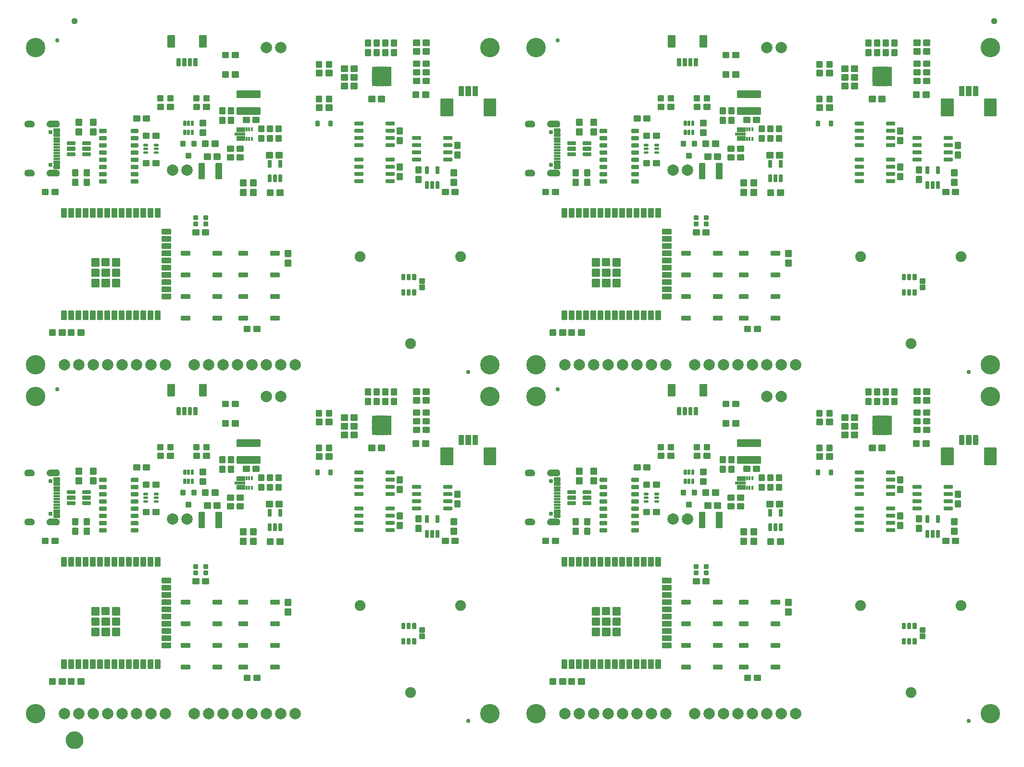
<source format=gts>
G04 EAGLE Gerber RS-274X export*
G75*
%MOMM*%
%FSLAX34Y34*%
%LPD*%
%INSoldermask Top*%
%IPPOS*%
%AMOC8*
5,1,8,0,0,1.08239X$1,22.5*%
G01*
%ADD10C,0.225400*%
%ADD11C,0.428259*%
%ADD12C,0.227100*%
%ADD13C,0.762000*%
%ADD14C,3.429000*%
%ADD15C,0.230578*%
%ADD16C,0.225369*%
%ADD17C,0.777000*%
%ADD18C,2.006600*%
%ADD19C,0.327000*%
%ADD20R,3.403600X3.378200*%
%ADD21C,0.225938*%
%ADD22C,0.233119*%
%ADD23C,0.223409*%
%ADD24C,0.231559*%
%ADD25C,0.225588*%
%ADD26C,0.226312*%
%ADD27C,0.224709*%
%ADD28C,0.222250*%
%ADD29C,1.905000*%
%ADD30C,0.231750*%
%ADD31C,0.222700*%
%ADD32C,0.226609*%
%ADD33R,1.590000X0.900000*%
%ADD34R,0.390000X0.700000*%
%ADD35R,1.830000X0.500000*%
%ADD36C,0.228600*%
%ADD37C,1.127000*%
%ADD38C,1.270000*%
%ADD39C,1.627000*%

G36*
X1524896Y1139336D02*
X1524896Y1139336D01*
X1524913Y1139333D01*
X1524963Y1139355D01*
X1525014Y1139370D01*
X1525025Y1139383D01*
X1525041Y1139390D01*
X1525071Y1139435D01*
X1525106Y1139475D01*
X1525109Y1139492D01*
X1525118Y1139507D01*
X1525129Y1139580D01*
X1525129Y1153080D01*
X1525112Y1153138D01*
X1525100Y1153196D01*
X1525092Y1153208D01*
X1525090Y1153214D01*
X1525082Y1153221D01*
X1525056Y1153256D01*
X1521556Y1156756D01*
X1521504Y1156785D01*
X1521454Y1156818D01*
X1521439Y1156820D01*
X1521434Y1156823D01*
X1521423Y1156823D01*
X1521380Y1156829D01*
X1507880Y1156829D01*
X1507864Y1156824D01*
X1507847Y1156827D01*
X1507797Y1156805D01*
X1507746Y1156790D01*
X1507735Y1156777D01*
X1507719Y1156770D01*
X1507689Y1156725D01*
X1507654Y1156685D01*
X1507651Y1156668D01*
X1507642Y1156654D01*
X1507631Y1156580D01*
X1507631Y1139580D01*
X1507636Y1139564D01*
X1507633Y1139547D01*
X1507655Y1139497D01*
X1507670Y1139446D01*
X1507683Y1139435D01*
X1507690Y1139419D01*
X1507735Y1139389D01*
X1507775Y1139354D01*
X1507792Y1139351D01*
X1507807Y1139342D01*
X1507880Y1139331D01*
X1524880Y1139331D01*
X1524896Y1139336D01*
G37*
G36*
X643516Y1139336D02*
X643516Y1139336D01*
X643533Y1139333D01*
X643583Y1139355D01*
X643634Y1139370D01*
X643645Y1139383D01*
X643661Y1139390D01*
X643691Y1139435D01*
X643726Y1139475D01*
X643729Y1139492D01*
X643738Y1139507D01*
X643749Y1139580D01*
X643749Y1153080D01*
X643732Y1153138D01*
X643720Y1153196D01*
X643712Y1153208D01*
X643710Y1153214D01*
X643702Y1153221D01*
X643676Y1153256D01*
X640176Y1156756D01*
X640124Y1156785D01*
X640074Y1156818D01*
X640059Y1156820D01*
X640054Y1156823D01*
X640043Y1156823D01*
X640000Y1156829D01*
X626500Y1156829D01*
X626484Y1156824D01*
X626467Y1156827D01*
X626417Y1156805D01*
X626366Y1156790D01*
X626355Y1156777D01*
X626339Y1156770D01*
X626309Y1156725D01*
X626274Y1156685D01*
X626271Y1156668D01*
X626262Y1156654D01*
X626251Y1156580D01*
X626251Y1139580D01*
X626256Y1139564D01*
X626253Y1139547D01*
X626275Y1139497D01*
X626290Y1139446D01*
X626303Y1139435D01*
X626310Y1139419D01*
X626355Y1139389D01*
X626395Y1139354D01*
X626412Y1139351D01*
X626427Y1139342D01*
X626500Y1139331D01*
X643500Y1139331D01*
X643516Y1139336D01*
G37*
G36*
X1524896Y524656D02*
X1524896Y524656D01*
X1524913Y524653D01*
X1524963Y524675D01*
X1525014Y524690D01*
X1525025Y524703D01*
X1525041Y524710D01*
X1525071Y524755D01*
X1525106Y524795D01*
X1525109Y524812D01*
X1525118Y524827D01*
X1525129Y524900D01*
X1525129Y538400D01*
X1525112Y538458D01*
X1525100Y538516D01*
X1525092Y538528D01*
X1525090Y538534D01*
X1525082Y538541D01*
X1525056Y538576D01*
X1521556Y542076D01*
X1521504Y542105D01*
X1521454Y542138D01*
X1521439Y542140D01*
X1521434Y542143D01*
X1521423Y542143D01*
X1521380Y542149D01*
X1507880Y542149D01*
X1507864Y542144D01*
X1507847Y542147D01*
X1507797Y542125D01*
X1507746Y542110D01*
X1507735Y542097D01*
X1507719Y542090D01*
X1507689Y542045D01*
X1507654Y542005D01*
X1507651Y541988D01*
X1507642Y541974D01*
X1507631Y541900D01*
X1507631Y524900D01*
X1507636Y524884D01*
X1507633Y524867D01*
X1507655Y524817D01*
X1507670Y524766D01*
X1507683Y524755D01*
X1507690Y524739D01*
X1507735Y524709D01*
X1507775Y524674D01*
X1507792Y524671D01*
X1507807Y524662D01*
X1507880Y524651D01*
X1524880Y524651D01*
X1524896Y524656D01*
G37*
G36*
X643516Y524656D02*
X643516Y524656D01*
X643533Y524653D01*
X643583Y524675D01*
X643634Y524690D01*
X643645Y524703D01*
X643661Y524710D01*
X643691Y524755D01*
X643726Y524795D01*
X643729Y524812D01*
X643738Y524827D01*
X643749Y524900D01*
X643749Y538400D01*
X643732Y538458D01*
X643720Y538516D01*
X643712Y538528D01*
X643710Y538534D01*
X643702Y538541D01*
X643676Y538576D01*
X640176Y542076D01*
X640124Y542105D01*
X640074Y542138D01*
X640059Y542140D01*
X640054Y542143D01*
X640043Y542143D01*
X640000Y542149D01*
X626500Y542149D01*
X626484Y542144D01*
X626467Y542147D01*
X626417Y542125D01*
X626366Y542110D01*
X626355Y542097D01*
X626339Y542090D01*
X626309Y542045D01*
X626274Y542005D01*
X626271Y541988D01*
X626262Y541974D01*
X626251Y541900D01*
X626251Y524900D01*
X626256Y524884D01*
X626253Y524867D01*
X626275Y524817D01*
X626290Y524766D01*
X626303Y524755D01*
X626310Y524739D01*
X626355Y524709D01*
X626395Y524674D01*
X626412Y524671D01*
X626427Y524662D01*
X626500Y524651D01*
X643500Y524651D01*
X643516Y524656D01*
G37*
G36*
X62844Y1058234D02*
X62844Y1058234D01*
X62847Y1058231D01*
X63969Y1058386D01*
X63974Y1058391D01*
X63978Y1058388D01*
X65049Y1058759D01*
X65053Y1058765D01*
X65058Y1058763D01*
X66035Y1059336D01*
X66038Y1059342D01*
X66043Y1059341D01*
X66890Y1060094D01*
X66892Y1060101D01*
X66897Y1060101D01*
X67581Y1061004D01*
X67581Y1061011D01*
X67586Y1061012D01*
X68081Y1062031D01*
X68079Y1062038D01*
X68084Y1062040D01*
X68371Y1063137D01*
X68369Y1063141D01*
X68371Y1063142D01*
X68369Y1063144D01*
X68372Y1063146D01*
X68439Y1064277D01*
X68437Y1064281D01*
X68439Y1064283D01*
X68372Y1065414D01*
X68367Y1065419D01*
X68371Y1065423D01*
X68084Y1066520D01*
X68078Y1066524D01*
X68081Y1066529D01*
X67586Y1067548D01*
X67580Y1067551D01*
X67581Y1067556D01*
X66897Y1068459D01*
X66890Y1068461D01*
X66890Y1068466D01*
X66043Y1069219D01*
X66036Y1069219D01*
X66035Y1069224D01*
X65058Y1069797D01*
X65051Y1069796D01*
X65049Y1069801D01*
X63978Y1070172D01*
X63972Y1070169D01*
X63969Y1070174D01*
X62847Y1070329D01*
X62842Y1070326D01*
X62840Y1070329D01*
X50840Y1070329D01*
X50835Y1070326D01*
X50832Y1070329D01*
X49565Y1070124D01*
X49559Y1070118D01*
X49555Y1070121D01*
X48365Y1069639D01*
X48361Y1069632D01*
X48355Y1069634D01*
X47302Y1068900D01*
X47300Y1068892D01*
X47294Y1068893D01*
X46431Y1067943D01*
X46430Y1067934D01*
X46425Y1067934D01*
X45795Y1066815D01*
X45796Y1066807D01*
X45790Y1066805D01*
X45425Y1065575D01*
X45428Y1065567D01*
X45423Y1065564D01*
X45341Y1064283D01*
X45344Y1064279D01*
X45341Y1064277D01*
X45423Y1062996D01*
X45429Y1062990D01*
X45425Y1062985D01*
X45790Y1061755D01*
X45797Y1061750D01*
X45795Y1061745D01*
X46425Y1060626D01*
X46432Y1060623D01*
X46431Y1060617D01*
X47294Y1059667D01*
X47302Y1059666D01*
X47302Y1059660D01*
X48355Y1058926D01*
X48363Y1058926D01*
X48365Y1058921D01*
X49555Y1058439D01*
X49562Y1058441D01*
X49565Y1058436D01*
X50832Y1058231D01*
X50837Y1058234D01*
X50840Y1058231D01*
X62840Y1058231D01*
X62844Y1058234D01*
G37*
G36*
X944224Y1058234D02*
X944224Y1058234D01*
X944227Y1058231D01*
X945349Y1058386D01*
X945354Y1058391D01*
X945358Y1058388D01*
X946429Y1058759D01*
X946433Y1058765D01*
X946438Y1058763D01*
X947415Y1059336D01*
X947418Y1059342D01*
X947423Y1059341D01*
X948270Y1060094D01*
X948272Y1060101D01*
X948277Y1060101D01*
X948961Y1061004D01*
X948961Y1061011D01*
X948966Y1061012D01*
X949461Y1062031D01*
X949459Y1062038D01*
X949464Y1062040D01*
X949751Y1063137D01*
X949749Y1063141D01*
X949751Y1063142D01*
X949749Y1063144D01*
X949752Y1063146D01*
X949819Y1064277D01*
X949817Y1064281D01*
X949819Y1064283D01*
X949752Y1065414D01*
X949747Y1065419D01*
X949751Y1065423D01*
X949464Y1066520D01*
X949458Y1066524D01*
X949461Y1066529D01*
X948966Y1067548D01*
X948960Y1067551D01*
X948961Y1067556D01*
X948277Y1068459D01*
X948270Y1068461D01*
X948270Y1068466D01*
X947423Y1069219D01*
X947416Y1069219D01*
X947415Y1069224D01*
X946438Y1069797D01*
X946431Y1069796D01*
X946429Y1069801D01*
X945358Y1070172D01*
X945352Y1070169D01*
X945349Y1070174D01*
X944227Y1070329D01*
X944222Y1070326D01*
X944220Y1070329D01*
X932220Y1070329D01*
X932215Y1070326D01*
X932212Y1070329D01*
X930945Y1070124D01*
X930939Y1070118D01*
X930935Y1070121D01*
X929745Y1069639D01*
X929741Y1069632D01*
X929735Y1069634D01*
X928682Y1068900D01*
X928680Y1068892D01*
X928674Y1068893D01*
X927811Y1067943D01*
X927810Y1067934D01*
X927805Y1067934D01*
X927175Y1066815D01*
X927176Y1066807D01*
X927170Y1066805D01*
X926805Y1065575D01*
X926808Y1065567D01*
X926803Y1065564D01*
X926721Y1064283D01*
X926724Y1064279D01*
X926721Y1064277D01*
X926803Y1062996D01*
X926809Y1062990D01*
X926805Y1062985D01*
X927170Y1061755D01*
X927177Y1061750D01*
X927175Y1061745D01*
X927805Y1060626D01*
X927812Y1060623D01*
X927811Y1060617D01*
X928674Y1059667D01*
X928682Y1059666D01*
X928682Y1059660D01*
X929735Y1058926D01*
X929743Y1058926D01*
X929745Y1058921D01*
X930935Y1058439D01*
X930942Y1058441D01*
X930945Y1058436D01*
X932212Y1058231D01*
X932217Y1058234D01*
X932220Y1058231D01*
X944220Y1058231D01*
X944224Y1058234D01*
G37*
G36*
X944224Y971834D02*
X944224Y971834D01*
X944227Y971831D01*
X945349Y971986D01*
X945354Y971991D01*
X945358Y971988D01*
X946429Y972359D01*
X946433Y972365D01*
X946438Y972363D01*
X947415Y972936D01*
X947418Y972942D01*
X947423Y972941D01*
X948270Y973694D01*
X948272Y973701D01*
X948277Y973701D01*
X948961Y974604D01*
X948961Y974611D01*
X948966Y974612D01*
X949461Y975631D01*
X949459Y975638D01*
X949464Y975640D01*
X949751Y976737D01*
X949749Y976741D01*
X949751Y976742D01*
X949749Y976744D01*
X949752Y976746D01*
X949819Y977877D01*
X949817Y977881D01*
X949819Y977883D01*
X949752Y979014D01*
X949747Y979019D01*
X949751Y979023D01*
X949464Y980120D01*
X949458Y980124D01*
X949461Y980129D01*
X948966Y981148D01*
X948960Y981151D01*
X948961Y981156D01*
X948277Y982059D01*
X948270Y982061D01*
X948270Y982066D01*
X947423Y982819D01*
X947416Y982819D01*
X947415Y982824D01*
X946438Y983397D01*
X946431Y983396D01*
X946429Y983401D01*
X945358Y983772D01*
X945352Y983769D01*
X945349Y983774D01*
X944227Y983929D01*
X944222Y983926D01*
X944220Y983929D01*
X932220Y983929D01*
X932215Y983926D01*
X932212Y983929D01*
X930945Y983724D01*
X930939Y983718D01*
X930935Y983721D01*
X929745Y983239D01*
X929741Y983232D01*
X929735Y983234D01*
X928682Y982500D01*
X928680Y982492D01*
X928674Y982493D01*
X927811Y981543D01*
X927810Y981534D01*
X927805Y981534D01*
X927175Y980415D01*
X927176Y980407D01*
X927170Y980405D01*
X926805Y979175D01*
X926808Y979167D01*
X926803Y979164D01*
X926721Y977883D01*
X926724Y977879D01*
X926721Y977877D01*
X926803Y976596D01*
X926809Y976590D01*
X926805Y976585D01*
X927170Y975355D01*
X927177Y975350D01*
X927175Y975345D01*
X927805Y974226D01*
X927812Y974223D01*
X927811Y974217D01*
X928674Y973267D01*
X928682Y973266D01*
X928682Y973260D01*
X929735Y972526D01*
X929743Y972526D01*
X929745Y972521D01*
X930935Y972039D01*
X930942Y972041D01*
X930945Y972036D01*
X932212Y971831D01*
X932217Y971834D01*
X932220Y971831D01*
X944220Y971831D01*
X944224Y971834D01*
G37*
G36*
X62844Y971834D02*
X62844Y971834D01*
X62847Y971831D01*
X63969Y971986D01*
X63974Y971991D01*
X63978Y971988D01*
X65049Y972359D01*
X65053Y972365D01*
X65058Y972363D01*
X66035Y972936D01*
X66038Y972942D01*
X66043Y972941D01*
X66890Y973694D01*
X66892Y973701D01*
X66897Y973701D01*
X67581Y974604D01*
X67581Y974611D01*
X67586Y974612D01*
X68081Y975631D01*
X68079Y975638D01*
X68084Y975640D01*
X68371Y976737D01*
X68369Y976741D01*
X68371Y976742D01*
X68369Y976744D01*
X68372Y976746D01*
X68439Y977877D01*
X68437Y977881D01*
X68439Y977883D01*
X68372Y979014D01*
X68367Y979019D01*
X68371Y979023D01*
X68084Y980120D01*
X68078Y980124D01*
X68081Y980129D01*
X67586Y981148D01*
X67580Y981151D01*
X67581Y981156D01*
X66897Y982059D01*
X66890Y982061D01*
X66890Y982066D01*
X66043Y982819D01*
X66036Y982819D01*
X66035Y982824D01*
X65058Y983397D01*
X65051Y983396D01*
X65049Y983401D01*
X63978Y983772D01*
X63972Y983769D01*
X63969Y983774D01*
X62847Y983929D01*
X62842Y983926D01*
X62840Y983929D01*
X50840Y983929D01*
X50835Y983926D01*
X50832Y983929D01*
X49565Y983724D01*
X49559Y983718D01*
X49555Y983721D01*
X48365Y983239D01*
X48361Y983232D01*
X48355Y983234D01*
X47302Y982500D01*
X47300Y982492D01*
X47294Y982493D01*
X46431Y981543D01*
X46430Y981534D01*
X46425Y981534D01*
X45795Y980415D01*
X45796Y980407D01*
X45790Y980405D01*
X45425Y979175D01*
X45428Y979167D01*
X45423Y979164D01*
X45341Y977883D01*
X45344Y977879D01*
X45341Y977877D01*
X45423Y976596D01*
X45429Y976590D01*
X45425Y976585D01*
X45790Y975355D01*
X45797Y975350D01*
X45795Y975345D01*
X46425Y974226D01*
X46432Y974223D01*
X46431Y974217D01*
X47294Y973267D01*
X47302Y973266D01*
X47302Y973260D01*
X48355Y972526D01*
X48363Y972526D01*
X48365Y972521D01*
X49555Y972039D01*
X49562Y972041D01*
X49565Y972036D01*
X50832Y971831D01*
X50837Y971834D01*
X50840Y971831D01*
X62840Y971831D01*
X62844Y971834D01*
G37*
G36*
X944224Y443554D02*
X944224Y443554D01*
X944227Y443551D01*
X945349Y443706D01*
X945354Y443711D01*
X945358Y443708D01*
X946429Y444079D01*
X946433Y444085D01*
X946438Y444083D01*
X947415Y444656D01*
X947418Y444662D01*
X947423Y444661D01*
X948270Y445414D01*
X948272Y445421D01*
X948277Y445421D01*
X948961Y446324D01*
X948961Y446331D01*
X948966Y446332D01*
X949461Y447351D01*
X949459Y447358D01*
X949464Y447360D01*
X949751Y448457D01*
X949749Y448461D01*
X949751Y448462D01*
X949749Y448464D01*
X949752Y448466D01*
X949819Y449597D01*
X949817Y449601D01*
X949819Y449603D01*
X949752Y450734D01*
X949747Y450739D01*
X949751Y450743D01*
X949464Y451840D01*
X949458Y451844D01*
X949461Y451849D01*
X948966Y452868D01*
X948960Y452871D01*
X948961Y452876D01*
X948277Y453779D01*
X948270Y453781D01*
X948270Y453786D01*
X947423Y454539D01*
X947416Y454539D01*
X947415Y454544D01*
X946438Y455117D01*
X946431Y455116D01*
X946429Y455121D01*
X945358Y455492D01*
X945352Y455489D01*
X945349Y455494D01*
X944227Y455649D01*
X944222Y455646D01*
X944220Y455649D01*
X932220Y455649D01*
X932215Y455646D01*
X932212Y455649D01*
X930945Y455444D01*
X930939Y455438D01*
X930935Y455441D01*
X929745Y454959D01*
X929741Y454952D01*
X929735Y454954D01*
X928682Y454220D01*
X928680Y454212D01*
X928674Y454213D01*
X927811Y453263D01*
X927810Y453254D01*
X927805Y453254D01*
X927175Y452135D01*
X927176Y452127D01*
X927170Y452125D01*
X926805Y450895D01*
X926808Y450887D01*
X926803Y450884D01*
X926721Y449603D01*
X926724Y449599D01*
X926721Y449597D01*
X926803Y448316D01*
X926809Y448310D01*
X926805Y448305D01*
X927170Y447075D01*
X927177Y447070D01*
X927175Y447065D01*
X927805Y445946D01*
X927812Y445943D01*
X927811Y445937D01*
X928674Y444987D01*
X928682Y444986D01*
X928682Y444980D01*
X929735Y444246D01*
X929743Y444246D01*
X929745Y444241D01*
X930935Y443759D01*
X930942Y443761D01*
X930945Y443756D01*
X932212Y443551D01*
X932217Y443554D01*
X932220Y443551D01*
X944220Y443551D01*
X944224Y443554D01*
G37*
G36*
X62844Y443554D02*
X62844Y443554D01*
X62847Y443551D01*
X63969Y443706D01*
X63974Y443711D01*
X63978Y443708D01*
X65049Y444079D01*
X65053Y444085D01*
X65058Y444083D01*
X66035Y444656D01*
X66038Y444662D01*
X66043Y444661D01*
X66890Y445414D01*
X66892Y445421D01*
X66897Y445421D01*
X67581Y446324D01*
X67581Y446331D01*
X67586Y446332D01*
X68081Y447351D01*
X68079Y447358D01*
X68084Y447360D01*
X68371Y448457D01*
X68369Y448461D01*
X68371Y448462D01*
X68369Y448464D01*
X68372Y448466D01*
X68439Y449597D01*
X68437Y449601D01*
X68439Y449603D01*
X68372Y450734D01*
X68367Y450739D01*
X68371Y450743D01*
X68084Y451840D01*
X68078Y451844D01*
X68081Y451849D01*
X67586Y452868D01*
X67580Y452871D01*
X67581Y452876D01*
X66897Y453779D01*
X66890Y453781D01*
X66890Y453786D01*
X66043Y454539D01*
X66036Y454539D01*
X66035Y454544D01*
X65058Y455117D01*
X65051Y455116D01*
X65049Y455121D01*
X63978Y455492D01*
X63972Y455489D01*
X63969Y455494D01*
X62847Y455649D01*
X62842Y455646D01*
X62840Y455649D01*
X50840Y455649D01*
X50835Y455646D01*
X50832Y455649D01*
X49565Y455444D01*
X49559Y455438D01*
X49555Y455441D01*
X48365Y454959D01*
X48361Y454952D01*
X48355Y454954D01*
X47302Y454220D01*
X47300Y454212D01*
X47294Y454213D01*
X46431Y453263D01*
X46430Y453254D01*
X46425Y453254D01*
X45795Y452135D01*
X45796Y452127D01*
X45790Y452125D01*
X45425Y450895D01*
X45428Y450887D01*
X45423Y450884D01*
X45341Y449603D01*
X45344Y449599D01*
X45341Y449597D01*
X45423Y448316D01*
X45429Y448310D01*
X45425Y448305D01*
X45790Y447075D01*
X45797Y447070D01*
X45795Y447065D01*
X46425Y445946D01*
X46432Y445943D01*
X46431Y445937D01*
X47294Y444987D01*
X47302Y444986D01*
X47302Y444980D01*
X48355Y444246D01*
X48363Y444246D01*
X48365Y444241D01*
X49555Y443759D01*
X49562Y443761D01*
X49565Y443756D01*
X50832Y443551D01*
X50837Y443554D01*
X50840Y443551D01*
X62840Y443551D01*
X62844Y443554D01*
G37*
G36*
X944224Y357154D02*
X944224Y357154D01*
X944227Y357151D01*
X945349Y357306D01*
X945354Y357311D01*
X945358Y357308D01*
X946429Y357679D01*
X946433Y357685D01*
X946438Y357683D01*
X947415Y358256D01*
X947418Y358262D01*
X947423Y358261D01*
X948270Y359014D01*
X948272Y359021D01*
X948277Y359021D01*
X948961Y359924D01*
X948961Y359931D01*
X948966Y359932D01*
X949461Y360951D01*
X949459Y360958D01*
X949464Y360960D01*
X949751Y362057D01*
X949749Y362061D01*
X949751Y362062D01*
X949749Y362064D01*
X949752Y362066D01*
X949819Y363197D01*
X949817Y363201D01*
X949819Y363203D01*
X949752Y364334D01*
X949747Y364339D01*
X949751Y364343D01*
X949464Y365440D01*
X949458Y365444D01*
X949461Y365449D01*
X948966Y366468D01*
X948960Y366471D01*
X948961Y366476D01*
X948277Y367379D01*
X948270Y367381D01*
X948270Y367386D01*
X947423Y368139D01*
X947416Y368139D01*
X947415Y368144D01*
X946438Y368717D01*
X946431Y368716D01*
X946429Y368721D01*
X945358Y369092D01*
X945352Y369089D01*
X945349Y369094D01*
X944227Y369249D01*
X944222Y369246D01*
X944220Y369249D01*
X932220Y369249D01*
X932215Y369246D01*
X932212Y369249D01*
X930945Y369044D01*
X930939Y369038D01*
X930935Y369041D01*
X929745Y368559D01*
X929741Y368552D01*
X929735Y368554D01*
X928682Y367820D01*
X928680Y367812D01*
X928674Y367813D01*
X927811Y366863D01*
X927810Y366854D01*
X927805Y366854D01*
X927175Y365735D01*
X927176Y365727D01*
X927170Y365725D01*
X926805Y364495D01*
X926808Y364487D01*
X926803Y364484D01*
X926721Y363203D01*
X926724Y363199D01*
X926721Y363197D01*
X926803Y361916D01*
X926809Y361910D01*
X926805Y361905D01*
X927170Y360675D01*
X927177Y360670D01*
X927175Y360665D01*
X927805Y359546D01*
X927812Y359543D01*
X927811Y359537D01*
X928674Y358587D01*
X928682Y358586D01*
X928682Y358580D01*
X929735Y357846D01*
X929743Y357846D01*
X929745Y357841D01*
X930935Y357359D01*
X930942Y357361D01*
X930945Y357356D01*
X932212Y357151D01*
X932217Y357154D01*
X932220Y357151D01*
X944220Y357151D01*
X944224Y357154D01*
G37*
G36*
X62844Y357154D02*
X62844Y357154D01*
X62847Y357151D01*
X63969Y357306D01*
X63974Y357311D01*
X63978Y357308D01*
X65049Y357679D01*
X65053Y357685D01*
X65058Y357683D01*
X66035Y358256D01*
X66038Y358262D01*
X66043Y358261D01*
X66890Y359014D01*
X66892Y359021D01*
X66897Y359021D01*
X67581Y359924D01*
X67581Y359931D01*
X67586Y359932D01*
X68081Y360951D01*
X68079Y360958D01*
X68084Y360960D01*
X68371Y362057D01*
X68369Y362061D01*
X68371Y362062D01*
X68369Y362064D01*
X68372Y362066D01*
X68439Y363197D01*
X68437Y363201D01*
X68439Y363203D01*
X68372Y364334D01*
X68367Y364339D01*
X68371Y364343D01*
X68084Y365440D01*
X68078Y365444D01*
X68081Y365449D01*
X67586Y366468D01*
X67580Y366471D01*
X67581Y366476D01*
X66897Y367379D01*
X66890Y367381D01*
X66890Y367386D01*
X66043Y368139D01*
X66036Y368139D01*
X66035Y368144D01*
X65058Y368717D01*
X65051Y368716D01*
X65049Y368721D01*
X63978Y369092D01*
X63972Y369089D01*
X63969Y369094D01*
X62847Y369249D01*
X62842Y369246D01*
X62840Y369249D01*
X50840Y369249D01*
X50835Y369246D01*
X50832Y369249D01*
X49565Y369044D01*
X49559Y369038D01*
X49555Y369041D01*
X48365Y368559D01*
X48361Y368552D01*
X48355Y368554D01*
X47302Y367820D01*
X47300Y367812D01*
X47294Y367813D01*
X46431Y366863D01*
X46430Y366854D01*
X46425Y366854D01*
X45795Y365735D01*
X45796Y365727D01*
X45790Y365725D01*
X45425Y364495D01*
X45428Y364487D01*
X45423Y364484D01*
X45341Y363203D01*
X45344Y363199D01*
X45341Y363197D01*
X45423Y361916D01*
X45429Y361910D01*
X45425Y361905D01*
X45790Y360675D01*
X45797Y360670D01*
X45795Y360665D01*
X46425Y359546D01*
X46432Y359543D01*
X46431Y359537D01*
X47294Y358587D01*
X47302Y358586D01*
X47302Y358580D01*
X48355Y357846D01*
X48363Y357846D01*
X48365Y357841D01*
X49555Y357359D01*
X49562Y357361D01*
X49565Y357356D01*
X50832Y357151D01*
X50837Y357154D01*
X50840Y357151D01*
X62840Y357151D01*
X62844Y357154D01*
G37*
G36*
X899423Y1058233D02*
X899423Y1058233D01*
X899425Y1058231D01*
X900601Y1058342D01*
X900606Y1058347D01*
X900610Y1058344D01*
X901742Y1058682D01*
X901746Y1058688D01*
X901751Y1058686D01*
X902795Y1059238D01*
X902798Y1059245D01*
X902803Y1059243D01*
X903719Y1059989D01*
X903720Y1059996D01*
X903726Y1059996D01*
X904479Y1060906D01*
X904479Y1060913D01*
X904484Y1060914D01*
X905045Y1061953D01*
X905044Y1061958D01*
X905048Y1061960D01*
X905047Y1061961D01*
X905049Y1061962D01*
X905396Y1063091D01*
X905396Y1063092D01*
X905397Y1063093D01*
X905394Y1063097D01*
X905398Y1063100D01*
X905519Y1064275D01*
X905515Y1064282D01*
X905519Y1064286D01*
X905362Y1065626D01*
X905357Y1065632D01*
X905360Y1065637D01*
X904909Y1066908D01*
X904902Y1066913D01*
X904904Y1066918D01*
X904182Y1068057D01*
X904174Y1068060D01*
X904175Y1068066D01*
X903217Y1069016D01*
X903209Y1069017D01*
X903208Y1069023D01*
X902063Y1069736D01*
X902055Y1069735D01*
X902053Y1069741D01*
X900777Y1070181D01*
X900770Y1070179D01*
X900767Y1070183D01*
X899425Y1070329D01*
X899422Y1070327D01*
X899420Y1070329D01*
X893420Y1070329D01*
X893417Y1070327D01*
X893414Y1070329D01*
X892085Y1070174D01*
X892079Y1070168D01*
X892075Y1070171D01*
X890814Y1069724D01*
X890809Y1069717D01*
X890804Y1069719D01*
X889674Y1069002D01*
X889671Y1068995D01*
X889665Y1068996D01*
X888723Y1068046D01*
X888722Y1068037D01*
X888716Y1068037D01*
X888009Y1066901D01*
X888010Y1066893D01*
X888004Y1066891D01*
X887568Y1065626D01*
X887570Y1065618D01*
X887565Y1065616D01*
X887421Y1064285D01*
X887425Y1064279D01*
X887421Y1064275D01*
X887531Y1063109D01*
X887536Y1063104D01*
X887533Y1063100D01*
X887868Y1061977D01*
X887874Y1061973D01*
X887872Y1061969D01*
X888420Y1060933D01*
X888426Y1060930D01*
X888425Y1060925D01*
X889164Y1060017D01*
X889171Y1060015D01*
X889171Y1060010D01*
X890073Y1059263D01*
X890081Y1059263D01*
X890081Y1059258D01*
X891112Y1058701D01*
X891119Y1058702D01*
X891121Y1058697D01*
X892240Y1058353D01*
X892247Y1058355D01*
X892250Y1058351D01*
X893415Y1058231D01*
X893418Y1058233D01*
X893420Y1058231D01*
X899420Y1058231D01*
X899423Y1058233D01*
G37*
G36*
X18043Y1058233D02*
X18043Y1058233D01*
X18045Y1058231D01*
X19221Y1058342D01*
X19226Y1058347D01*
X19230Y1058344D01*
X20362Y1058682D01*
X20366Y1058688D01*
X20371Y1058686D01*
X21415Y1059238D01*
X21418Y1059245D01*
X21423Y1059243D01*
X22339Y1059989D01*
X22340Y1059996D01*
X22346Y1059996D01*
X23099Y1060906D01*
X23099Y1060913D01*
X23104Y1060914D01*
X23665Y1061953D01*
X23664Y1061958D01*
X23668Y1061960D01*
X23667Y1061961D01*
X23669Y1061962D01*
X24016Y1063091D01*
X24016Y1063092D01*
X24017Y1063093D01*
X24014Y1063097D01*
X24018Y1063100D01*
X24139Y1064275D01*
X24135Y1064282D01*
X24139Y1064286D01*
X23982Y1065626D01*
X23977Y1065632D01*
X23980Y1065637D01*
X23529Y1066908D01*
X23522Y1066913D01*
X23524Y1066918D01*
X22802Y1068057D01*
X22794Y1068060D01*
X22795Y1068066D01*
X21837Y1069016D01*
X21829Y1069017D01*
X21828Y1069023D01*
X20683Y1069736D01*
X20675Y1069735D01*
X20673Y1069741D01*
X19397Y1070181D01*
X19390Y1070179D01*
X19387Y1070183D01*
X18045Y1070329D01*
X18042Y1070327D01*
X18040Y1070329D01*
X12040Y1070329D01*
X12037Y1070327D01*
X12034Y1070329D01*
X10705Y1070174D01*
X10699Y1070168D01*
X10695Y1070171D01*
X9434Y1069724D01*
X9429Y1069717D01*
X9424Y1069719D01*
X8294Y1069002D01*
X8291Y1068995D01*
X8285Y1068996D01*
X7343Y1068046D01*
X7342Y1068037D01*
X7336Y1068037D01*
X6629Y1066901D01*
X6630Y1066893D01*
X6624Y1066891D01*
X6188Y1065626D01*
X6190Y1065618D01*
X6185Y1065616D01*
X6041Y1064285D01*
X6045Y1064279D01*
X6041Y1064275D01*
X6151Y1063109D01*
X6156Y1063104D01*
X6153Y1063100D01*
X6488Y1061977D01*
X6494Y1061973D01*
X6492Y1061969D01*
X7040Y1060933D01*
X7046Y1060930D01*
X7045Y1060925D01*
X7784Y1060017D01*
X7791Y1060015D01*
X7791Y1060010D01*
X8693Y1059263D01*
X8701Y1059263D01*
X8701Y1059258D01*
X9732Y1058701D01*
X9739Y1058702D01*
X9741Y1058697D01*
X10860Y1058353D01*
X10867Y1058355D01*
X10870Y1058351D01*
X12035Y1058231D01*
X12038Y1058233D01*
X12040Y1058231D01*
X18040Y1058231D01*
X18043Y1058233D01*
G37*
G36*
X899423Y971833D02*
X899423Y971833D01*
X899425Y971831D01*
X900601Y971942D01*
X900606Y971947D01*
X900610Y971944D01*
X901742Y972282D01*
X901746Y972288D01*
X901751Y972286D01*
X902795Y972838D01*
X902798Y972845D01*
X902803Y972843D01*
X903719Y973589D01*
X903720Y973596D01*
X903726Y973596D01*
X904479Y974506D01*
X904479Y974513D01*
X904484Y974514D01*
X905045Y975553D01*
X905044Y975558D01*
X905048Y975560D01*
X905047Y975561D01*
X905049Y975562D01*
X905396Y976691D01*
X905396Y976692D01*
X905397Y976693D01*
X905394Y976697D01*
X905398Y976700D01*
X905519Y977875D01*
X905515Y977882D01*
X905519Y977886D01*
X905362Y979226D01*
X905357Y979232D01*
X905360Y979237D01*
X904909Y980508D01*
X904902Y980513D01*
X904904Y980518D01*
X904182Y981657D01*
X904174Y981660D01*
X904175Y981666D01*
X903217Y982616D01*
X903209Y982617D01*
X903208Y982623D01*
X902063Y983336D01*
X902055Y983335D01*
X902053Y983341D01*
X900777Y983781D01*
X900770Y983779D01*
X900767Y983783D01*
X899425Y983929D01*
X899422Y983927D01*
X899420Y983929D01*
X893420Y983929D01*
X893417Y983927D01*
X893414Y983929D01*
X892085Y983774D01*
X892079Y983768D01*
X892075Y983771D01*
X890814Y983324D01*
X890809Y983317D01*
X890804Y983319D01*
X889674Y982602D01*
X889671Y982595D01*
X889665Y982596D01*
X888723Y981646D01*
X888722Y981637D01*
X888716Y981637D01*
X888009Y980501D01*
X888010Y980493D01*
X888004Y980491D01*
X887568Y979226D01*
X887570Y979218D01*
X887565Y979216D01*
X887421Y977885D01*
X887425Y977879D01*
X887421Y977875D01*
X887531Y976709D01*
X887536Y976704D01*
X887533Y976700D01*
X887868Y975577D01*
X887874Y975573D01*
X887872Y975569D01*
X888420Y974533D01*
X888426Y974530D01*
X888425Y974525D01*
X889164Y973617D01*
X889171Y973615D01*
X889171Y973610D01*
X890073Y972863D01*
X890081Y972863D01*
X890081Y972858D01*
X891112Y972301D01*
X891119Y972302D01*
X891121Y972297D01*
X892240Y971953D01*
X892247Y971955D01*
X892250Y971951D01*
X893415Y971831D01*
X893418Y971833D01*
X893420Y971831D01*
X899420Y971831D01*
X899423Y971833D01*
G37*
G36*
X18043Y971833D02*
X18043Y971833D01*
X18045Y971831D01*
X19221Y971942D01*
X19226Y971947D01*
X19230Y971944D01*
X20362Y972282D01*
X20366Y972288D01*
X20371Y972286D01*
X21415Y972838D01*
X21418Y972845D01*
X21423Y972843D01*
X22339Y973589D01*
X22340Y973596D01*
X22346Y973596D01*
X23099Y974506D01*
X23099Y974513D01*
X23104Y974514D01*
X23665Y975553D01*
X23664Y975558D01*
X23668Y975560D01*
X23667Y975561D01*
X23669Y975562D01*
X24016Y976691D01*
X24016Y976692D01*
X24017Y976693D01*
X24014Y976697D01*
X24018Y976700D01*
X24139Y977875D01*
X24135Y977882D01*
X24139Y977886D01*
X23982Y979226D01*
X23977Y979232D01*
X23980Y979237D01*
X23529Y980508D01*
X23522Y980513D01*
X23524Y980518D01*
X22802Y981657D01*
X22794Y981660D01*
X22795Y981666D01*
X21837Y982616D01*
X21829Y982617D01*
X21828Y982623D01*
X20683Y983336D01*
X20675Y983335D01*
X20673Y983341D01*
X19397Y983781D01*
X19390Y983779D01*
X19387Y983783D01*
X18045Y983929D01*
X18042Y983927D01*
X18040Y983929D01*
X12040Y983929D01*
X12037Y983927D01*
X12034Y983929D01*
X10705Y983774D01*
X10699Y983768D01*
X10695Y983771D01*
X9434Y983324D01*
X9429Y983317D01*
X9424Y983319D01*
X8294Y982602D01*
X8291Y982595D01*
X8285Y982596D01*
X7343Y981646D01*
X7342Y981637D01*
X7336Y981637D01*
X6629Y980501D01*
X6630Y980493D01*
X6624Y980491D01*
X6188Y979226D01*
X6190Y979218D01*
X6185Y979216D01*
X6041Y977885D01*
X6045Y977879D01*
X6041Y977875D01*
X6151Y976709D01*
X6156Y976704D01*
X6153Y976700D01*
X6488Y975577D01*
X6494Y975573D01*
X6492Y975569D01*
X7040Y974533D01*
X7046Y974530D01*
X7045Y974525D01*
X7784Y973617D01*
X7791Y973615D01*
X7791Y973610D01*
X8693Y972863D01*
X8701Y972863D01*
X8701Y972858D01*
X9732Y972301D01*
X9739Y972302D01*
X9741Y972297D01*
X10860Y971953D01*
X10867Y971955D01*
X10870Y971951D01*
X12035Y971831D01*
X12038Y971833D01*
X12040Y971831D01*
X18040Y971831D01*
X18043Y971833D01*
G37*
G36*
X899423Y443553D02*
X899423Y443553D01*
X899425Y443551D01*
X900601Y443662D01*
X900606Y443667D01*
X900610Y443664D01*
X901742Y444002D01*
X901746Y444008D01*
X901751Y444006D01*
X902795Y444558D01*
X902798Y444565D01*
X902803Y444563D01*
X903719Y445309D01*
X903720Y445316D01*
X903726Y445316D01*
X904479Y446226D01*
X904479Y446233D01*
X904484Y446234D01*
X905045Y447273D01*
X905044Y447278D01*
X905048Y447280D01*
X905047Y447281D01*
X905049Y447282D01*
X905396Y448411D01*
X905396Y448412D01*
X905397Y448413D01*
X905394Y448417D01*
X905398Y448420D01*
X905519Y449595D01*
X905515Y449602D01*
X905519Y449606D01*
X905362Y450946D01*
X905357Y450952D01*
X905360Y450957D01*
X904909Y452228D01*
X904902Y452233D01*
X904904Y452238D01*
X904182Y453377D01*
X904174Y453380D01*
X904175Y453386D01*
X903217Y454336D01*
X903209Y454337D01*
X903208Y454343D01*
X902063Y455056D01*
X902055Y455055D01*
X902053Y455061D01*
X900777Y455501D01*
X900770Y455499D01*
X900767Y455503D01*
X899425Y455649D01*
X899422Y455647D01*
X899420Y455649D01*
X893420Y455649D01*
X893417Y455647D01*
X893414Y455649D01*
X892085Y455494D01*
X892079Y455488D01*
X892075Y455491D01*
X890814Y455044D01*
X890809Y455037D01*
X890804Y455039D01*
X889674Y454322D01*
X889671Y454315D01*
X889665Y454316D01*
X888723Y453366D01*
X888722Y453357D01*
X888716Y453357D01*
X888009Y452221D01*
X888010Y452213D01*
X888004Y452211D01*
X887568Y450946D01*
X887570Y450938D01*
X887565Y450936D01*
X887421Y449605D01*
X887425Y449599D01*
X887421Y449595D01*
X887531Y448429D01*
X887536Y448424D01*
X887533Y448420D01*
X887868Y447297D01*
X887874Y447293D01*
X887872Y447289D01*
X888420Y446253D01*
X888426Y446250D01*
X888425Y446245D01*
X889164Y445337D01*
X889171Y445335D01*
X889171Y445330D01*
X890073Y444583D01*
X890081Y444583D01*
X890081Y444578D01*
X891112Y444021D01*
X891119Y444022D01*
X891121Y444017D01*
X892240Y443673D01*
X892247Y443675D01*
X892250Y443671D01*
X893415Y443551D01*
X893418Y443553D01*
X893420Y443551D01*
X899420Y443551D01*
X899423Y443553D01*
G37*
G36*
X18043Y443553D02*
X18043Y443553D01*
X18045Y443551D01*
X19221Y443662D01*
X19226Y443667D01*
X19230Y443664D01*
X20362Y444002D01*
X20366Y444008D01*
X20371Y444006D01*
X21415Y444558D01*
X21418Y444565D01*
X21423Y444563D01*
X22339Y445309D01*
X22340Y445316D01*
X22346Y445316D01*
X23099Y446226D01*
X23099Y446233D01*
X23104Y446234D01*
X23665Y447273D01*
X23664Y447278D01*
X23668Y447280D01*
X23667Y447281D01*
X23669Y447282D01*
X24016Y448411D01*
X24016Y448412D01*
X24017Y448413D01*
X24014Y448417D01*
X24018Y448420D01*
X24139Y449595D01*
X24135Y449602D01*
X24139Y449606D01*
X23982Y450946D01*
X23977Y450952D01*
X23980Y450957D01*
X23529Y452228D01*
X23522Y452233D01*
X23524Y452238D01*
X22802Y453377D01*
X22794Y453380D01*
X22795Y453386D01*
X21837Y454336D01*
X21829Y454337D01*
X21828Y454343D01*
X20683Y455056D01*
X20675Y455055D01*
X20673Y455061D01*
X19397Y455501D01*
X19390Y455499D01*
X19387Y455503D01*
X18045Y455649D01*
X18042Y455647D01*
X18040Y455649D01*
X12040Y455649D01*
X12037Y455647D01*
X12034Y455649D01*
X10705Y455494D01*
X10699Y455488D01*
X10695Y455491D01*
X9434Y455044D01*
X9429Y455037D01*
X9424Y455039D01*
X8294Y454322D01*
X8291Y454315D01*
X8285Y454316D01*
X7343Y453366D01*
X7342Y453357D01*
X7336Y453357D01*
X6629Y452221D01*
X6630Y452213D01*
X6624Y452211D01*
X6188Y450946D01*
X6190Y450938D01*
X6185Y450936D01*
X6041Y449605D01*
X6045Y449599D01*
X6041Y449595D01*
X6151Y448429D01*
X6156Y448424D01*
X6153Y448420D01*
X6488Y447297D01*
X6494Y447293D01*
X6492Y447289D01*
X7040Y446253D01*
X7046Y446250D01*
X7045Y446245D01*
X7784Y445337D01*
X7791Y445335D01*
X7791Y445330D01*
X8693Y444583D01*
X8701Y444583D01*
X8701Y444578D01*
X9732Y444021D01*
X9739Y444022D01*
X9741Y444017D01*
X10860Y443673D01*
X10867Y443675D01*
X10870Y443671D01*
X12035Y443551D01*
X12038Y443553D01*
X12040Y443551D01*
X18040Y443551D01*
X18043Y443553D01*
G37*
G36*
X899423Y357153D02*
X899423Y357153D01*
X899425Y357151D01*
X900601Y357262D01*
X900606Y357267D01*
X900610Y357264D01*
X901742Y357602D01*
X901746Y357608D01*
X901751Y357606D01*
X902795Y358158D01*
X902798Y358165D01*
X902803Y358163D01*
X903719Y358909D01*
X903720Y358916D01*
X903726Y358916D01*
X904479Y359826D01*
X904479Y359833D01*
X904484Y359834D01*
X905045Y360873D01*
X905044Y360878D01*
X905048Y360880D01*
X905047Y360881D01*
X905049Y360882D01*
X905396Y362011D01*
X905396Y362012D01*
X905397Y362013D01*
X905394Y362017D01*
X905398Y362020D01*
X905519Y363195D01*
X905515Y363202D01*
X905519Y363206D01*
X905362Y364546D01*
X905357Y364552D01*
X905360Y364557D01*
X904909Y365828D01*
X904902Y365833D01*
X904904Y365838D01*
X904182Y366977D01*
X904174Y366980D01*
X904175Y366986D01*
X903217Y367936D01*
X903209Y367937D01*
X903208Y367943D01*
X902063Y368656D01*
X902055Y368655D01*
X902053Y368661D01*
X900777Y369101D01*
X900770Y369099D01*
X900767Y369103D01*
X899425Y369249D01*
X899422Y369247D01*
X899420Y369249D01*
X893420Y369249D01*
X893417Y369247D01*
X893414Y369249D01*
X892085Y369094D01*
X892079Y369088D01*
X892075Y369091D01*
X890814Y368644D01*
X890809Y368637D01*
X890804Y368639D01*
X889674Y367922D01*
X889671Y367915D01*
X889665Y367916D01*
X888723Y366966D01*
X888722Y366957D01*
X888716Y366957D01*
X888009Y365821D01*
X888010Y365813D01*
X888004Y365811D01*
X887568Y364546D01*
X887570Y364538D01*
X887565Y364536D01*
X887421Y363205D01*
X887425Y363199D01*
X887421Y363195D01*
X887531Y362029D01*
X887536Y362024D01*
X887533Y362020D01*
X887868Y360897D01*
X887874Y360893D01*
X887872Y360889D01*
X888420Y359853D01*
X888426Y359850D01*
X888425Y359845D01*
X889164Y358937D01*
X889171Y358935D01*
X889171Y358930D01*
X890073Y358183D01*
X890081Y358183D01*
X890081Y358178D01*
X891112Y357621D01*
X891119Y357622D01*
X891121Y357617D01*
X892240Y357273D01*
X892247Y357275D01*
X892250Y357271D01*
X893415Y357151D01*
X893418Y357153D01*
X893420Y357151D01*
X899420Y357151D01*
X899423Y357153D01*
G37*
G36*
X18043Y357153D02*
X18043Y357153D01*
X18045Y357151D01*
X19221Y357262D01*
X19226Y357267D01*
X19230Y357264D01*
X20362Y357602D01*
X20366Y357608D01*
X20371Y357606D01*
X21415Y358158D01*
X21418Y358165D01*
X21423Y358163D01*
X22339Y358909D01*
X22340Y358916D01*
X22346Y358916D01*
X23099Y359826D01*
X23099Y359833D01*
X23104Y359834D01*
X23665Y360873D01*
X23664Y360878D01*
X23668Y360880D01*
X23667Y360881D01*
X23669Y360882D01*
X24016Y362011D01*
X24016Y362012D01*
X24017Y362013D01*
X24014Y362017D01*
X24018Y362020D01*
X24139Y363195D01*
X24135Y363202D01*
X24139Y363206D01*
X23982Y364546D01*
X23977Y364552D01*
X23980Y364557D01*
X23529Y365828D01*
X23522Y365833D01*
X23524Y365838D01*
X22802Y366977D01*
X22794Y366980D01*
X22795Y366986D01*
X21837Y367936D01*
X21829Y367937D01*
X21828Y367943D01*
X20683Y368656D01*
X20675Y368655D01*
X20673Y368661D01*
X19397Y369101D01*
X19390Y369099D01*
X19387Y369103D01*
X18045Y369249D01*
X18042Y369247D01*
X18040Y369249D01*
X12040Y369249D01*
X12037Y369247D01*
X12034Y369249D01*
X10705Y369094D01*
X10699Y369088D01*
X10695Y369091D01*
X9434Y368644D01*
X9429Y368637D01*
X9424Y368639D01*
X8294Y367922D01*
X8291Y367915D01*
X8285Y367916D01*
X7343Y366966D01*
X7342Y366957D01*
X7336Y366957D01*
X6629Y365821D01*
X6630Y365813D01*
X6624Y365811D01*
X6188Y364546D01*
X6190Y364538D01*
X6185Y364536D01*
X6041Y363205D01*
X6045Y363199D01*
X6041Y363195D01*
X6151Y362029D01*
X6156Y362024D01*
X6153Y362020D01*
X6488Y360897D01*
X6494Y360893D01*
X6492Y360889D01*
X7040Y359853D01*
X7046Y359850D01*
X7045Y359845D01*
X7784Y358937D01*
X7791Y358935D01*
X7791Y358930D01*
X8693Y358183D01*
X8701Y358183D01*
X8701Y358178D01*
X9732Y357621D01*
X9739Y357622D01*
X9741Y357617D01*
X10860Y357273D01*
X10867Y357275D01*
X10870Y357271D01*
X12035Y357151D01*
X12038Y357153D01*
X12040Y357151D01*
X18040Y357151D01*
X18043Y357153D01*
G37*
D10*
X208598Y455232D02*
X198582Y455232D01*
X198582Y464248D01*
X208598Y464248D01*
X208598Y455232D01*
X208598Y457373D02*
X198582Y457373D01*
X198582Y459514D02*
X208598Y459514D01*
X208598Y461655D02*
X198582Y461655D01*
X198582Y463796D02*
X208598Y463796D01*
X215582Y455232D02*
X225598Y455232D01*
X215582Y455232D02*
X215582Y464248D01*
X225598Y464248D01*
X225598Y455232D01*
X225598Y457373D02*
X215582Y457373D01*
X215582Y459514D02*
X225598Y459514D01*
X225598Y461655D02*
X215582Y461655D01*
X215582Y463796D02*
X225598Y463796D01*
X691342Y536512D02*
X701358Y536512D01*
X691342Y536512D02*
X691342Y545528D01*
X701358Y545528D01*
X701358Y536512D01*
X701358Y538653D02*
X691342Y538653D01*
X691342Y540794D02*
X701358Y540794D01*
X701358Y542935D02*
X691342Y542935D01*
X691342Y545076D02*
X701358Y545076D01*
X708342Y536512D02*
X718358Y536512D01*
X708342Y536512D02*
X708342Y545528D01*
X718358Y545528D01*
X718358Y536512D01*
X718358Y538653D02*
X708342Y538653D01*
X708342Y540794D02*
X718358Y540794D01*
X718358Y542935D02*
X708342Y542935D01*
X708342Y545076D02*
X718358Y545076D01*
X701358Y551752D02*
X691342Y551752D01*
X691342Y560768D01*
X701358Y560768D01*
X701358Y551752D01*
X701358Y553893D02*
X691342Y553893D01*
X691342Y556034D02*
X701358Y556034D01*
X701358Y558175D02*
X691342Y558175D01*
X691342Y560316D02*
X701358Y560316D01*
X708342Y551752D02*
X718358Y551752D01*
X708342Y551752D02*
X708342Y560768D01*
X718358Y560768D01*
X718358Y551752D01*
X718358Y553893D02*
X708342Y553893D01*
X708342Y556034D02*
X718358Y556034D01*
X718358Y558175D02*
X708342Y558175D01*
X708342Y560316D02*
X718358Y560316D01*
X652082Y587692D02*
X652082Y597708D01*
X661098Y597708D01*
X661098Y587692D01*
X652082Y587692D01*
X652082Y589833D02*
X661098Y589833D01*
X661098Y591974D02*
X652082Y591974D01*
X652082Y594115D02*
X661098Y594115D01*
X661098Y596256D02*
X652082Y596256D01*
X652082Y580708D02*
X652082Y570692D01*
X652082Y580708D02*
X661098Y580708D01*
X661098Y570692D01*
X652082Y570692D01*
X652082Y572833D02*
X661098Y572833D01*
X661098Y574974D02*
X652082Y574974D01*
X652082Y577115D02*
X661098Y577115D01*
X661098Y579256D02*
X652082Y579256D01*
X639618Y498538D02*
X629602Y498538D01*
X639618Y498538D02*
X639618Y489522D01*
X629602Y489522D01*
X629602Y498538D01*
X629602Y491663D02*
X639618Y491663D01*
X639618Y493804D02*
X629602Y493804D01*
X629602Y495945D02*
X639618Y495945D01*
X639618Y498086D02*
X629602Y498086D01*
X622618Y498538D02*
X612602Y498538D01*
X622618Y498538D02*
X622618Y489522D01*
X612602Y489522D01*
X612602Y498538D01*
X612602Y491663D02*
X622618Y491663D01*
X622618Y493804D02*
X612602Y493804D01*
X612602Y495945D02*
X622618Y495945D01*
X622618Y498086D02*
X612602Y498086D01*
D11*
X528124Y551496D02*
X528124Y558484D01*
X528124Y551496D02*
X521136Y551496D01*
X521136Y558484D01*
X528124Y558484D01*
X528124Y555565D02*
X521136Y555565D01*
X545664Y558484D02*
X545664Y551496D01*
X538676Y551496D01*
X538676Y558484D01*
X545664Y558484D01*
X545664Y555565D02*
X538676Y555565D01*
D12*
X542250Y454500D02*
X547550Y454500D01*
X547550Y447200D01*
X542250Y447200D01*
X542250Y454500D01*
X542250Y449357D02*
X547550Y449357D01*
X547550Y451514D02*
X542250Y451514D01*
X542250Y453671D02*
X547550Y453671D01*
X524550Y454500D02*
X519250Y454500D01*
X524550Y454500D02*
X524550Y447200D01*
X519250Y447200D01*
X519250Y454500D01*
X519250Y449357D02*
X524550Y449357D01*
X524550Y451514D02*
X519250Y451514D01*
X519250Y453671D02*
X524550Y453671D01*
D13*
X787400Y12700D03*
X63500Y596900D03*
D14*
X825500Y25400D03*
X825500Y584200D03*
X25400Y584200D03*
X25400Y25400D03*
D15*
X58158Y397918D02*
X58158Y399882D01*
X67122Y399882D01*
X67122Y397918D01*
X58158Y397918D01*
X58158Y402918D02*
X58158Y404882D01*
X67122Y404882D01*
X67122Y402918D01*
X58158Y402918D01*
D16*
X58132Y376658D02*
X58132Y371642D01*
X58132Y376658D02*
X67148Y376658D01*
X67148Y371642D01*
X58132Y371642D01*
X58132Y373783D02*
X67148Y373783D01*
X67148Y375924D02*
X58132Y375924D01*
X58132Y379392D02*
X58132Y384408D01*
X67148Y384408D01*
X67148Y379392D01*
X58132Y379392D01*
X58132Y381533D02*
X67148Y381533D01*
X67148Y383674D02*
X58132Y383674D01*
D15*
X58158Y387918D02*
X58158Y389882D01*
X67122Y389882D01*
X67122Y387918D01*
X58158Y387918D01*
X58158Y392918D02*
X58158Y394882D01*
X67122Y394882D01*
X67122Y392918D01*
X58158Y392918D01*
X67122Y412918D02*
X67122Y414882D01*
X67122Y412918D02*
X58158Y412918D01*
X58158Y414882D01*
X67122Y414882D01*
X67122Y409882D02*
X67122Y407918D01*
X58158Y407918D01*
X58158Y409882D01*
X67122Y409882D01*
D16*
X67148Y436142D02*
X67148Y441158D01*
X67148Y436142D02*
X58132Y436142D01*
X58132Y441158D01*
X67148Y441158D01*
X67148Y438283D02*
X58132Y438283D01*
X58132Y440424D02*
X67148Y440424D01*
X67148Y433408D02*
X67148Y428392D01*
X58132Y428392D01*
X58132Y433408D01*
X67148Y433408D01*
X67148Y430533D02*
X58132Y430533D01*
X58132Y432674D02*
X67148Y432674D01*
D15*
X67122Y424882D02*
X67122Y422918D01*
X58158Y422918D01*
X58158Y424882D01*
X67122Y424882D01*
X67122Y419882D02*
X67122Y417918D01*
X58158Y417918D01*
X58158Y419882D01*
X67122Y419882D01*
D17*
X51590Y435300D03*
X51590Y377500D03*
D18*
X76200Y25400D03*
X101600Y25400D03*
X127000Y25400D03*
X152400Y25400D03*
X177800Y25400D03*
X203200Y25400D03*
X228600Y25400D03*
X254000Y25400D03*
X304800Y25400D03*
X330200Y25400D03*
X355600Y25400D03*
X381000Y25400D03*
X406400Y25400D03*
X431800Y25400D03*
X457200Y25400D03*
X482600Y25400D03*
D10*
X621602Y587692D02*
X621602Y597708D01*
X630618Y597708D01*
X630618Y587692D01*
X621602Y587692D01*
X621602Y589833D02*
X630618Y589833D01*
X630618Y591974D02*
X621602Y591974D01*
X621602Y594115D02*
X630618Y594115D01*
X630618Y596256D02*
X621602Y596256D01*
X621602Y580708D02*
X621602Y570692D01*
X621602Y580708D02*
X630618Y580708D01*
X630618Y570692D01*
X621602Y570692D01*
X621602Y572833D02*
X630618Y572833D01*
X630618Y574974D02*
X621602Y574974D01*
X621602Y577115D02*
X630618Y577115D01*
X630618Y579256D02*
X621602Y579256D01*
X574358Y542862D02*
X564342Y542862D01*
X564342Y551878D01*
X574358Y551878D01*
X574358Y542862D01*
X574358Y545003D02*
X564342Y545003D01*
X564342Y547144D02*
X574358Y547144D01*
X574358Y549285D02*
X564342Y549285D01*
X564342Y551426D02*
X574358Y551426D01*
X581342Y542862D02*
X591358Y542862D01*
X581342Y542862D02*
X581342Y551878D01*
X591358Y551878D01*
X591358Y542862D01*
X591358Y545003D02*
X581342Y545003D01*
X581342Y547144D02*
X591358Y547144D01*
X591358Y549285D02*
X581342Y549285D01*
X581342Y551426D02*
X591358Y551426D01*
X636842Y587692D02*
X636842Y597708D01*
X645858Y597708D01*
X645858Y587692D01*
X636842Y587692D01*
X636842Y589833D02*
X645858Y589833D01*
X645858Y591974D02*
X636842Y591974D01*
X636842Y594115D02*
X645858Y594115D01*
X645858Y596256D02*
X636842Y596256D01*
X636842Y580708D02*
X636842Y570692D01*
X636842Y580708D02*
X645858Y580708D01*
X645858Y570692D01*
X636842Y570692D01*
X636842Y572833D02*
X645858Y572833D01*
X645858Y574974D02*
X636842Y574974D01*
X636842Y577115D02*
X645858Y577115D01*
X645858Y579256D02*
X636842Y579256D01*
X529908Y474282D02*
X519892Y474282D01*
X519892Y483298D01*
X529908Y483298D01*
X529908Y474282D01*
X529908Y476423D02*
X519892Y476423D01*
X519892Y478564D02*
X529908Y478564D01*
X529908Y480705D02*
X519892Y480705D01*
X519892Y482846D02*
X529908Y482846D01*
X536892Y474282D02*
X546908Y474282D01*
X536892Y474282D02*
X536892Y483298D01*
X546908Y483298D01*
X546908Y474282D01*
X546908Y476423D02*
X536892Y476423D01*
X536892Y478564D02*
X546908Y478564D01*
X546908Y480705D02*
X536892Y480705D01*
X536892Y482846D02*
X546908Y482846D01*
X708342Y597598D02*
X718358Y597598D01*
X718358Y588582D01*
X708342Y588582D01*
X708342Y597598D01*
X708342Y590723D02*
X718358Y590723D01*
X718358Y592864D02*
X708342Y592864D01*
X708342Y595005D02*
X718358Y595005D01*
X718358Y597146D02*
X708342Y597146D01*
X701358Y597598D02*
X691342Y597598D01*
X701358Y597598D02*
X701358Y588582D01*
X691342Y588582D01*
X691342Y597598D01*
X691342Y590723D02*
X701358Y590723D01*
X701358Y592864D02*
X691342Y592864D01*
X691342Y595005D02*
X701358Y595005D01*
X701358Y597146D02*
X691342Y597146D01*
X546908Y544258D02*
X536892Y544258D01*
X546908Y544258D02*
X546908Y535242D01*
X536892Y535242D01*
X536892Y544258D01*
X536892Y537383D02*
X546908Y537383D01*
X546908Y539524D02*
X536892Y539524D01*
X536892Y541665D02*
X546908Y541665D01*
X546908Y543806D02*
X536892Y543806D01*
X529908Y544258D02*
X519892Y544258D01*
X529908Y544258D02*
X529908Y535242D01*
X519892Y535242D01*
X519892Y544258D01*
X519892Y537383D02*
X529908Y537383D01*
X529908Y539524D02*
X519892Y539524D01*
X519892Y541665D02*
X529908Y541665D01*
X529908Y543806D02*
X519892Y543806D01*
X47308Y325692D02*
X37292Y325692D01*
X37292Y334708D01*
X47308Y334708D01*
X47308Y325692D01*
X47308Y327833D02*
X37292Y327833D01*
X37292Y329974D02*
X47308Y329974D01*
X47308Y332115D02*
X37292Y332115D01*
X37292Y334256D02*
X47308Y334256D01*
X54292Y325692D02*
X64308Y325692D01*
X54292Y325692D02*
X54292Y334708D01*
X64308Y334708D01*
X64308Y325692D01*
X64308Y327833D02*
X54292Y327833D01*
X54292Y329974D02*
X64308Y329974D01*
X64308Y332115D02*
X54292Y332115D01*
X54292Y334256D02*
X64308Y334256D01*
X97092Y447992D02*
X97092Y458008D01*
X106108Y458008D01*
X106108Y447992D01*
X97092Y447992D01*
X97092Y450133D02*
X106108Y450133D01*
X106108Y452274D02*
X97092Y452274D01*
X97092Y454415D02*
X106108Y454415D01*
X106108Y456556D02*
X97092Y456556D01*
X97092Y441008D02*
X97092Y430992D01*
X97092Y441008D02*
X106108Y441008D01*
X106108Y430992D01*
X97092Y430992D01*
X97092Y433133D02*
X106108Y433133D01*
X106108Y435274D02*
X97092Y435274D01*
X97092Y437415D02*
X106108Y437415D01*
X106108Y439556D02*
X97092Y439556D01*
X564342Y527622D02*
X574358Y527622D01*
X564342Y527622D02*
X564342Y536638D01*
X574358Y536638D01*
X574358Y527622D01*
X574358Y529763D02*
X564342Y529763D01*
X564342Y531904D02*
X574358Y531904D01*
X574358Y534045D02*
X564342Y534045D01*
X564342Y536186D02*
X574358Y536186D01*
X581342Y527622D02*
X591358Y527622D01*
X581342Y527622D02*
X581342Y536638D01*
X591358Y536638D01*
X591358Y527622D01*
X591358Y529763D02*
X581342Y529763D01*
X581342Y531904D02*
X591358Y531904D01*
X591358Y534045D02*
X581342Y534045D01*
X581342Y536186D02*
X591358Y536186D01*
X606362Y587692D02*
X606362Y597708D01*
X615378Y597708D01*
X615378Y587692D01*
X606362Y587692D01*
X606362Y589833D02*
X615378Y589833D01*
X615378Y591974D02*
X606362Y591974D01*
X606362Y594115D02*
X615378Y594115D01*
X615378Y596256D02*
X606362Y596256D01*
X606362Y580708D02*
X606362Y570692D01*
X606362Y580708D02*
X615378Y580708D01*
X615378Y570692D01*
X606362Y570692D01*
X606362Y572833D02*
X615378Y572833D01*
X615378Y574974D02*
X606362Y574974D01*
X606362Y577115D02*
X615378Y577115D01*
X615378Y579256D02*
X606362Y579256D01*
X574358Y512382D02*
X564342Y512382D01*
X564342Y521398D01*
X574358Y521398D01*
X574358Y512382D01*
X574358Y514523D02*
X564342Y514523D01*
X564342Y516664D02*
X574358Y516664D01*
X574358Y518805D02*
X564342Y518805D01*
X564342Y520946D02*
X574358Y520946D01*
X581342Y512382D02*
X591358Y512382D01*
X581342Y512382D02*
X581342Y521398D01*
X591358Y521398D01*
X591358Y512382D01*
X591358Y514523D02*
X581342Y514523D01*
X581342Y516664D02*
X591358Y516664D01*
X591358Y518805D02*
X581342Y518805D01*
X581342Y520946D02*
X591358Y520946D01*
D19*
X647000Y533400D02*
X651000Y533400D01*
X651000Y541400D02*
X647000Y541400D01*
X647000Y525400D02*
X651000Y525400D01*
X651000Y537400D02*
X647000Y537400D01*
X647000Y529400D02*
X651000Y529400D01*
X635000Y545400D02*
X635000Y549400D01*
X627000Y549400D02*
X627000Y545400D01*
X643000Y545400D02*
X643000Y549400D01*
X631000Y549400D02*
X631000Y545400D01*
X639000Y545400D02*
X639000Y549400D01*
X635000Y521400D02*
X635000Y517400D01*
X643000Y517400D02*
X643000Y521400D01*
X627000Y521400D02*
X627000Y517400D01*
X639000Y517400D02*
X639000Y521400D01*
X631000Y521400D02*
X631000Y517400D01*
X623000Y533400D02*
X619000Y533400D01*
X619000Y525400D02*
X623000Y525400D01*
X623000Y541400D02*
X619000Y541400D01*
X619000Y529400D02*
X623000Y529400D01*
X623000Y537400D02*
X619000Y537400D01*
D20*
X635000Y533273D03*
D21*
X79406Y120206D02*
X71394Y120206D01*
X79406Y120206D02*
X79406Y106194D01*
X71394Y106194D01*
X71394Y120206D01*
X71394Y108340D02*
X79406Y108340D01*
X79406Y110486D02*
X71394Y110486D01*
X71394Y112632D02*
X79406Y112632D01*
X79406Y114778D02*
X71394Y114778D01*
X71394Y116924D02*
X79406Y116924D01*
X79406Y119070D02*
X71394Y119070D01*
X84094Y120206D02*
X92106Y120206D01*
X92106Y106194D01*
X84094Y106194D01*
X84094Y120206D01*
X84094Y108340D02*
X92106Y108340D01*
X92106Y110486D02*
X84094Y110486D01*
X84094Y112632D02*
X92106Y112632D01*
X92106Y114778D02*
X84094Y114778D01*
X84094Y116924D02*
X92106Y116924D01*
X92106Y119070D02*
X84094Y119070D01*
X96794Y120206D02*
X104806Y120206D01*
X104806Y106194D01*
X96794Y106194D01*
X96794Y120206D01*
X96794Y108340D02*
X104806Y108340D01*
X104806Y110486D02*
X96794Y110486D01*
X96794Y112632D02*
X104806Y112632D01*
X104806Y114778D02*
X96794Y114778D01*
X96794Y116924D02*
X104806Y116924D01*
X104806Y119070D02*
X96794Y119070D01*
X109494Y120206D02*
X117506Y120206D01*
X117506Y106194D01*
X109494Y106194D01*
X109494Y120206D01*
X109494Y108340D02*
X117506Y108340D01*
X117506Y110486D02*
X109494Y110486D01*
X109494Y112632D02*
X117506Y112632D01*
X117506Y114778D02*
X109494Y114778D01*
X109494Y116924D02*
X117506Y116924D01*
X117506Y119070D02*
X109494Y119070D01*
X122194Y120206D02*
X130206Y120206D01*
X130206Y106194D01*
X122194Y106194D01*
X122194Y120206D01*
X122194Y108340D02*
X130206Y108340D01*
X130206Y110486D02*
X122194Y110486D01*
X122194Y112632D02*
X130206Y112632D01*
X130206Y114778D02*
X122194Y114778D01*
X122194Y116924D02*
X130206Y116924D01*
X130206Y119070D02*
X122194Y119070D01*
X134894Y120206D02*
X142906Y120206D01*
X142906Y106194D01*
X134894Y106194D01*
X134894Y120206D01*
X134894Y108340D02*
X142906Y108340D01*
X142906Y110486D02*
X134894Y110486D01*
X134894Y112632D02*
X142906Y112632D01*
X142906Y114778D02*
X134894Y114778D01*
X134894Y116924D02*
X142906Y116924D01*
X142906Y119070D02*
X134894Y119070D01*
X147594Y120206D02*
X155606Y120206D01*
X155606Y106194D01*
X147594Y106194D01*
X147594Y120206D01*
X147594Y108340D02*
X155606Y108340D01*
X155606Y110486D02*
X147594Y110486D01*
X147594Y112632D02*
X155606Y112632D01*
X155606Y114778D02*
X147594Y114778D01*
X147594Y116924D02*
X155606Y116924D01*
X155606Y119070D02*
X147594Y119070D01*
X160294Y120206D02*
X168306Y120206D01*
X168306Y106194D01*
X160294Y106194D01*
X160294Y120206D01*
X160294Y108340D02*
X168306Y108340D01*
X168306Y110486D02*
X160294Y110486D01*
X160294Y112632D02*
X168306Y112632D01*
X168306Y114778D02*
X160294Y114778D01*
X160294Y116924D02*
X168306Y116924D01*
X168306Y119070D02*
X160294Y119070D01*
X172994Y120206D02*
X181006Y120206D01*
X181006Y106194D01*
X172994Y106194D01*
X172994Y120206D01*
X172994Y108340D02*
X181006Y108340D01*
X181006Y110486D02*
X172994Y110486D01*
X172994Y112632D02*
X181006Y112632D01*
X181006Y114778D02*
X172994Y114778D01*
X172994Y116924D02*
X181006Y116924D01*
X181006Y119070D02*
X172994Y119070D01*
X185694Y120206D02*
X193706Y120206D01*
X193706Y106194D01*
X185694Y106194D01*
X185694Y120206D01*
X185694Y108340D02*
X193706Y108340D01*
X193706Y110486D02*
X185694Y110486D01*
X185694Y112632D02*
X193706Y112632D01*
X193706Y114778D02*
X185694Y114778D01*
X185694Y116924D02*
X193706Y116924D01*
X193706Y119070D02*
X185694Y119070D01*
X198394Y120206D02*
X206406Y120206D01*
X206406Y106194D01*
X198394Y106194D01*
X198394Y120206D01*
X198394Y108340D02*
X206406Y108340D01*
X206406Y110486D02*
X198394Y110486D01*
X198394Y112632D02*
X206406Y112632D01*
X206406Y114778D02*
X198394Y114778D01*
X198394Y116924D02*
X206406Y116924D01*
X206406Y119070D02*
X198394Y119070D01*
X211094Y120206D02*
X219106Y120206D01*
X219106Y106194D01*
X211094Y106194D01*
X211094Y120206D01*
X211094Y108340D02*
X219106Y108340D01*
X219106Y110486D02*
X211094Y110486D01*
X211094Y112632D02*
X219106Y112632D01*
X219106Y114778D02*
X211094Y114778D01*
X211094Y116924D02*
X219106Y116924D01*
X219106Y119070D02*
X211094Y119070D01*
X223794Y120206D02*
X231806Y120206D01*
X231806Y106194D01*
X223794Y106194D01*
X223794Y120206D01*
X223794Y108340D02*
X231806Y108340D01*
X231806Y110486D02*
X223794Y110486D01*
X223794Y112632D02*
X231806Y112632D01*
X231806Y114778D02*
X223794Y114778D01*
X223794Y116924D02*
X231806Y116924D01*
X231806Y119070D02*
X223794Y119070D01*
X236494Y120206D02*
X244506Y120206D01*
X244506Y106194D01*
X236494Y106194D01*
X236494Y120206D01*
X236494Y108340D02*
X244506Y108340D01*
X244506Y110486D02*
X236494Y110486D01*
X236494Y112632D02*
X244506Y112632D01*
X244506Y114778D02*
X236494Y114778D01*
X236494Y116924D02*
X244506Y116924D01*
X244506Y119070D02*
X236494Y119070D01*
X248394Y142044D02*
X248394Y150056D01*
X262406Y150056D01*
X262406Y142044D01*
X248394Y142044D01*
X248394Y144190D02*
X262406Y144190D01*
X262406Y146336D02*
X248394Y146336D01*
X248394Y148482D02*
X262406Y148482D01*
X248394Y154744D02*
X248394Y162756D01*
X262406Y162756D01*
X262406Y154744D01*
X248394Y154744D01*
X248394Y156890D02*
X262406Y156890D01*
X262406Y159036D02*
X248394Y159036D01*
X248394Y161182D02*
X262406Y161182D01*
X248394Y167444D02*
X248394Y175456D01*
X262406Y175456D01*
X262406Y167444D01*
X248394Y167444D01*
X248394Y169590D02*
X262406Y169590D01*
X262406Y171736D02*
X248394Y171736D01*
X248394Y173882D02*
X262406Y173882D01*
X248394Y180144D02*
X248394Y188156D01*
X262406Y188156D01*
X262406Y180144D01*
X248394Y180144D01*
X248394Y182290D02*
X262406Y182290D01*
X262406Y184436D02*
X248394Y184436D01*
X248394Y186582D02*
X262406Y186582D01*
X248394Y192844D02*
X248394Y200856D01*
X262406Y200856D01*
X262406Y192844D01*
X248394Y192844D01*
X248394Y194990D02*
X262406Y194990D01*
X262406Y197136D02*
X248394Y197136D01*
X248394Y199282D02*
X262406Y199282D01*
X248394Y205544D02*
X248394Y213556D01*
X262406Y213556D01*
X262406Y205544D01*
X248394Y205544D01*
X248394Y207690D02*
X262406Y207690D01*
X262406Y209836D02*
X248394Y209836D01*
X248394Y211982D02*
X262406Y211982D01*
X248394Y218244D02*
X248394Y226256D01*
X262406Y226256D01*
X262406Y218244D01*
X248394Y218244D01*
X248394Y220390D02*
X262406Y220390D01*
X262406Y222536D02*
X248394Y222536D01*
X248394Y224682D02*
X262406Y224682D01*
X248394Y230944D02*
X248394Y238956D01*
X262406Y238956D01*
X262406Y230944D01*
X248394Y230944D01*
X248394Y233090D02*
X262406Y233090D01*
X262406Y235236D02*
X248394Y235236D01*
X248394Y237382D02*
X262406Y237382D01*
X248394Y243644D02*
X248394Y251656D01*
X262406Y251656D01*
X262406Y243644D01*
X248394Y243644D01*
X248394Y245790D02*
X262406Y245790D01*
X262406Y247936D02*
X248394Y247936D01*
X248394Y250082D02*
X262406Y250082D01*
X248394Y256344D02*
X248394Y264356D01*
X262406Y264356D01*
X262406Y256344D01*
X248394Y256344D01*
X248394Y258490D02*
X262406Y258490D01*
X262406Y260636D02*
X248394Y260636D01*
X248394Y262782D02*
X262406Y262782D01*
X244506Y300206D02*
X236494Y300206D01*
X244506Y300206D02*
X244506Y286194D01*
X236494Y286194D01*
X236494Y300206D01*
X236494Y288340D02*
X244506Y288340D01*
X244506Y290486D02*
X236494Y290486D01*
X236494Y292632D02*
X244506Y292632D01*
X244506Y294778D02*
X236494Y294778D01*
X236494Y296924D02*
X244506Y296924D01*
X244506Y299070D02*
X236494Y299070D01*
X231806Y300206D02*
X223794Y300206D01*
X231806Y300206D02*
X231806Y286194D01*
X223794Y286194D01*
X223794Y300206D01*
X223794Y288340D02*
X231806Y288340D01*
X231806Y290486D02*
X223794Y290486D01*
X223794Y292632D02*
X231806Y292632D01*
X231806Y294778D02*
X223794Y294778D01*
X223794Y296924D02*
X231806Y296924D01*
X231806Y299070D02*
X223794Y299070D01*
X219106Y300206D02*
X211094Y300206D01*
X219106Y300206D02*
X219106Y286194D01*
X211094Y286194D01*
X211094Y300206D01*
X211094Y288340D02*
X219106Y288340D01*
X219106Y290486D02*
X211094Y290486D01*
X211094Y292632D02*
X219106Y292632D01*
X219106Y294778D02*
X211094Y294778D01*
X211094Y296924D02*
X219106Y296924D01*
X219106Y299070D02*
X211094Y299070D01*
X206406Y300206D02*
X198394Y300206D01*
X206406Y300206D02*
X206406Y286194D01*
X198394Y286194D01*
X198394Y300206D01*
X198394Y288340D02*
X206406Y288340D01*
X206406Y290486D02*
X198394Y290486D01*
X198394Y292632D02*
X206406Y292632D01*
X206406Y294778D02*
X198394Y294778D01*
X198394Y296924D02*
X206406Y296924D01*
X206406Y299070D02*
X198394Y299070D01*
X193706Y300206D02*
X185694Y300206D01*
X193706Y300206D02*
X193706Y286194D01*
X185694Y286194D01*
X185694Y300206D01*
X185694Y288340D02*
X193706Y288340D01*
X193706Y290486D02*
X185694Y290486D01*
X185694Y292632D02*
X193706Y292632D01*
X193706Y294778D02*
X185694Y294778D01*
X185694Y296924D02*
X193706Y296924D01*
X193706Y299070D02*
X185694Y299070D01*
X181006Y300206D02*
X172994Y300206D01*
X181006Y300206D02*
X181006Y286194D01*
X172994Y286194D01*
X172994Y300206D01*
X172994Y288340D02*
X181006Y288340D01*
X181006Y290486D02*
X172994Y290486D01*
X172994Y292632D02*
X181006Y292632D01*
X181006Y294778D02*
X172994Y294778D01*
X172994Y296924D02*
X181006Y296924D01*
X181006Y299070D02*
X172994Y299070D01*
X168306Y300206D02*
X160294Y300206D01*
X168306Y300206D02*
X168306Y286194D01*
X160294Y286194D01*
X160294Y300206D01*
X160294Y288340D02*
X168306Y288340D01*
X168306Y290486D02*
X160294Y290486D01*
X160294Y292632D02*
X168306Y292632D01*
X168306Y294778D02*
X160294Y294778D01*
X160294Y296924D02*
X168306Y296924D01*
X168306Y299070D02*
X160294Y299070D01*
X155606Y300206D02*
X147594Y300206D01*
X155606Y300206D02*
X155606Y286194D01*
X147594Y286194D01*
X147594Y300206D01*
X147594Y288340D02*
X155606Y288340D01*
X155606Y290486D02*
X147594Y290486D01*
X147594Y292632D02*
X155606Y292632D01*
X155606Y294778D02*
X147594Y294778D01*
X147594Y296924D02*
X155606Y296924D01*
X155606Y299070D02*
X147594Y299070D01*
X142906Y300206D02*
X134894Y300206D01*
X142906Y300206D02*
X142906Y286194D01*
X134894Y286194D01*
X134894Y300206D01*
X134894Y288340D02*
X142906Y288340D01*
X142906Y290486D02*
X134894Y290486D01*
X134894Y292632D02*
X142906Y292632D01*
X142906Y294778D02*
X134894Y294778D01*
X134894Y296924D02*
X142906Y296924D01*
X142906Y299070D02*
X134894Y299070D01*
X130206Y300206D02*
X122194Y300206D01*
X130206Y300206D02*
X130206Y286194D01*
X122194Y286194D01*
X122194Y300206D01*
X122194Y288340D02*
X130206Y288340D01*
X130206Y290486D02*
X122194Y290486D01*
X122194Y292632D02*
X130206Y292632D01*
X130206Y294778D02*
X122194Y294778D01*
X122194Y296924D02*
X130206Y296924D01*
X130206Y299070D02*
X122194Y299070D01*
X117506Y300206D02*
X109494Y300206D01*
X117506Y300206D02*
X117506Y286194D01*
X109494Y286194D01*
X109494Y300206D01*
X109494Y288340D02*
X117506Y288340D01*
X117506Y290486D02*
X109494Y290486D01*
X109494Y292632D02*
X117506Y292632D01*
X117506Y294778D02*
X109494Y294778D01*
X109494Y296924D02*
X117506Y296924D01*
X117506Y299070D02*
X109494Y299070D01*
X104806Y300206D02*
X96794Y300206D01*
X104806Y300206D02*
X104806Y286194D01*
X96794Y286194D01*
X96794Y300206D01*
X96794Y288340D02*
X104806Y288340D01*
X104806Y290486D02*
X96794Y290486D01*
X96794Y292632D02*
X104806Y292632D01*
X104806Y294778D02*
X96794Y294778D01*
X96794Y296924D02*
X104806Y296924D01*
X104806Y299070D02*
X96794Y299070D01*
X92106Y300206D02*
X84094Y300206D01*
X92106Y300206D02*
X92106Y286194D01*
X84094Y286194D01*
X84094Y300206D01*
X84094Y288340D02*
X92106Y288340D01*
X92106Y290486D02*
X84094Y290486D01*
X84094Y292632D02*
X92106Y292632D01*
X92106Y294778D02*
X84094Y294778D01*
X84094Y296924D02*
X92106Y296924D01*
X92106Y299070D02*
X84094Y299070D01*
X79406Y300206D02*
X71394Y300206D01*
X79406Y300206D02*
X79406Y286194D01*
X71394Y286194D01*
X71394Y300206D01*
X71394Y288340D02*
X79406Y288340D01*
X79406Y290486D02*
X71394Y290486D01*
X71394Y292632D02*
X79406Y292632D01*
X79406Y294778D02*
X71394Y294778D01*
X71394Y296924D02*
X79406Y296924D01*
X79406Y299070D02*
X71394Y299070D01*
D22*
X142700Y194010D02*
X154940Y194010D01*
X154940Y181770D01*
X142700Y181770D01*
X142700Y194010D01*
X142700Y183984D02*
X154940Y183984D01*
X154940Y186198D02*
X142700Y186198D01*
X142700Y188412D02*
X154940Y188412D01*
X154940Y190626D02*
X142700Y190626D01*
X142700Y192840D02*
X154940Y192840D01*
X136730Y212460D02*
X124490Y212460D01*
X136730Y212460D02*
X136730Y200220D01*
X124490Y200220D01*
X124490Y212460D01*
X124490Y202434D02*
X136730Y202434D01*
X136730Y204648D02*
X124490Y204648D01*
X124490Y206862D02*
X136730Y206862D01*
X136730Y209076D02*
X124490Y209076D01*
X124490Y211290D02*
X136730Y211290D01*
X136730Y194160D02*
X124490Y194160D01*
X136730Y194160D02*
X136730Y181920D01*
X124490Y181920D01*
X124490Y194160D01*
X124490Y184134D02*
X136730Y184134D01*
X136730Y186348D02*
X124490Y186348D01*
X124490Y188562D02*
X136730Y188562D01*
X136730Y190776D02*
X124490Y190776D01*
X124490Y192990D02*
X136730Y192990D01*
X136730Y175860D02*
X124490Y175860D01*
X136730Y175860D02*
X136730Y163620D01*
X124490Y163620D01*
X124490Y175860D01*
X124490Y165834D02*
X136730Y165834D01*
X136730Y168048D02*
X124490Y168048D01*
X124490Y170262D02*
X136730Y170262D01*
X136730Y172476D02*
X124490Y172476D01*
X124490Y174690D02*
X136730Y174690D01*
X142790Y175860D02*
X155030Y175860D01*
X155030Y163620D01*
X142790Y163620D01*
X142790Y175860D01*
X142790Y165834D02*
X155030Y165834D01*
X155030Y168048D02*
X142790Y168048D01*
X142790Y170262D02*
X155030Y170262D01*
X155030Y172476D02*
X142790Y172476D01*
X142790Y174690D02*
X155030Y174690D01*
X154730Y212560D02*
X142490Y212560D01*
X154730Y212560D02*
X154730Y200320D01*
X142490Y200320D01*
X142490Y212560D01*
X142490Y202534D02*
X154730Y202534D01*
X154730Y204748D02*
X142490Y204748D01*
X142490Y206962D02*
X154730Y206962D01*
X154730Y209176D02*
X142490Y209176D01*
X142490Y211390D02*
X154730Y211390D01*
X161090Y212460D02*
X173330Y212460D01*
X173330Y200220D01*
X161090Y200220D01*
X161090Y212460D01*
X161090Y202434D02*
X173330Y202434D01*
X173330Y204648D02*
X161090Y204648D01*
X161090Y206862D02*
X173330Y206862D01*
X173330Y209076D02*
X161090Y209076D01*
X161090Y211290D02*
X173330Y211290D01*
X173430Y194160D02*
X161190Y194160D01*
X173430Y194160D02*
X173430Y181920D01*
X161190Y181920D01*
X161190Y194160D01*
X161190Y184134D02*
X173430Y184134D01*
X173430Y186348D02*
X161190Y186348D01*
X161190Y188562D02*
X173430Y188562D01*
X173430Y190776D02*
X161190Y190776D01*
X161190Y192990D02*
X173430Y192990D01*
X173330Y175860D02*
X161090Y175860D01*
X173330Y175860D02*
X173330Y163620D01*
X161090Y163620D01*
X161090Y175860D01*
X161090Y165834D02*
X173330Y165834D01*
X173330Y168048D02*
X161090Y168048D01*
X161090Y170262D02*
X173330Y170262D01*
X173330Y172476D02*
X161090Y172476D01*
X161090Y174690D02*
X173330Y174690D01*
D10*
X232092Y433768D02*
X242108Y433768D01*
X242108Y424752D01*
X232092Y424752D01*
X232092Y433768D01*
X232092Y426893D02*
X242108Y426893D01*
X242108Y429034D02*
X232092Y429034D01*
X232092Y431175D02*
X242108Y431175D01*
X242108Y433316D02*
X232092Y433316D01*
X225108Y433768D02*
X215092Y433768D01*
X225108Y433768D02*
X225108Y424752D01*
X215092Y424752D01*
X215092Y433768D01*
X215092Y426893D02*
X225108Y426893D01*
X225108Y429034D02*
X215092Y429034D01*
X215092Y431175D02*
X225108Y431175D01*
X225108Y433316D02*
X215092Y433316D01*
X232092Y385508D02*
X242108Y385508D01*
X242108Y376492D01*
X232092Y376492D01*
X232092Y385508D01*
X232092Y378633D02*
X242108Y378633D01*
X242108Y380774D02*
X232092Y380774D01*
X232092Y382915D02*
X242108Y382915D01*
X242108Y385056D02*
X232092Y385056D01*
X225108Y385508D02*
X215092Y385508D01*
X225108Y385508D02*
X225108Y376492D01*
X215092Y376492D01*
X215092Y385508D01*
X215092Y378633D02*
X225108Y378633D01*
X225108Y380774D02*
X215092Y380774D01*
X215092Y382915D02*
X225108Y382915D01*
X225108Y385056D02*
X215092Y385056D01*
D15*
X235018Y398918D02*
X235018Y400882D01*
X240582Y400882D01*
X240582Y398918D01*
X235018Y398918D01*
X222182Y405418D02*
X222182Y407382D01*
X222182Y405418D02*
X216618Y405418D01*
X216618Y407382D01*
X222182Y407382D01*
X222182Y411918D02*
X222182Y413882D01*
X222182Y411918D02*
X216618Y411918D01*
X216618Y413882D01*
X222182Y413882D01*
X222182Y400882D02*
X222182Y398918D01*
X216618Y398918D01*
X216618Y400882D01*
X222182Y400882D01*
X235018Y405418D02*
X235018Y407382D01*
X240582Y407382D01*
X240582Y405418D01*
X235018Y405418D01*
X235018Y411918D02*
X235018Y413882D01*
X240582Y413882D01*
X240582Y411918D01*
X235018Y411918D01*
D10*
X465392Y226868D02*
X465392Y216852D01*
X465392Y226868D02*
X474408Y226868D01*
X474408Y216852D01*
X465392Y216852D01*
X465392Y218993D02*
X474408Y218993D01*
X474408Y221134D02*
X465392Y221134D01*
X465392Y223275D02*
X474408Y223275D01*
X474408Y225416D02*
X465392Y225416D01*
X465392Y209868D02*
X465392Y199852D01*
X465392Y209868D02*
X474408Y209868D01*
X474408Y199852D01*
X465392Y199852D01*
X465392Y201993D02*
X474408Y201993D01*
X474408Y204134D02*
X465392Y204134D01*
X465392Y206275D02*
X474408Y206275D01*
X474408Y208416D02*
X465392Y208416D01*
D16*
X137942Y435642D02*
X137942Y440658D01*
X148958Y440658D01*
X148958Y435642D01*
X137942Y435642D01*
X137942Y437783D02*
X148958Y437783D01*
X148958Y439924D02*
X137942Y439924D01*
X137942Y427958D02*
X137942Y422942D01*
X137942Y427958D02*
X148958Y427958D01*
X148958Y422942D01*
X137942Y422942D01*
X137942Y425083D02*
X148958Y425083D01*
X148958Y427224D02*
X137942Y427224D01*
X137942Y415258D02*
X137942Y410242D01*
X137942Y415258D02*
X148958Y415258D01*
X148958Y410242D01*
X137942Y410242D01*
X137942Y412383D02*
X148958Y412383D01*
X148958Y414524D02*
X137942Y414524D01*
X137942Y402558D02*
X137942Y397542D01*
X137942Y402558D02*
X148958Y402558D01*
X148958Y397542D01*
X137942Y397542D01*
X137942Y399683D02*
X148958Y399683D01*
X148958Y401824D02*
X137942Y401824D01*
X137942Y389858D02*
X137942Y384842D01*
X137942Y389858D02*
X148958Y389858D01*
X148958Y384842D01*
X137942Y384842D01*
X137942Y386983D02*
X148958Y386983D01*
X148958Y389124D02*
X137942Y389124D01*
X137942Y377158D02*
X137942Y372142D01*
X137942Y377158D02*
X148958Y377158D01*
X148958Y372142D01*
X137942Y372142D01*
X137942Y374283D02*
X148958Y374283D01*
X148958Y376424D02*
X137942Y376424D01*
X137942Y364458D02*
X137942Y359442D01*
X137942Y364458D02*
X148958Y364458D01*
X148958Y359442D01*
X137942Y359442D01*
X137942Y361583D02*
X148958Y361583D01*
X148958Y363724D02*
X137942Y363724D01*
X137942Y351758D02*
X137942Y346742D01*
X137942Y351758D02*
X148958Y351758D01*
X148958Y346742D01*
X137942Y346742D01*
X137942Y348883D02*
X148958Y348883D01*
X148958Y351024D02*
X137942Y351024D01*
X193942Y351758D02*
X193942Y346742D01*
X193942Y351758D02*
X204958Y351758D01*
X204958Y346742D01*
X193942Y346742D01*
X193942Y348883D02*
X204958Y348883D01*
X204958Y351024D02*
X193942Y351024D01*
X193942Y359442D02*
X193942Y364458D01*
X204958Y364458D01*
X204958Y359442D01*
X193942Y359442D01*
X193942Y361583D02*
X204958Y361583D01*
X204958Y363724D02*
X193942Y363724D01*
X193942Y372142D02*
X193942Y377158D01*
X204958Y377158D01*
X204958Y372142D01*
X193942Y372142D01*
X193942Y374283D02*
X204958Y374283D01*
X204958Y376424D02*
X193942Y376424D01*
X193942Y384842D02*
X193942Y389858D01*
X204958Y389858D01*
X204958Y384842D01*
X193942Y384842D01*
X193942Y386983D02*
X204958Y386983D01*
X204958Y389124D02*
X193942Y389124D01*
X193942Y397542D02*
X193942Y402558D01*
X204958Y402558D01*
X204958Y397542D01*
X193942Y397542D01*
X193942Y399683D02*
X204958Y399683D01*
X204958Y401824D02*
X193942Y401824D01*
X193942Y410242D02*
X193942Y415258D01*
X204958Y415258D01*
X204958Y410242D01*
X193942Y410242D01*
X193942Y412383D02*
X204958Y412383D01*
X204958Y414524D02*
X193942Y414524D01*
X193942Y422942D02*
X193942Y427958D01*
X204958Y427958D01*
X204958Y422942D01*
X193942Y422942D01*
X193942Y425083D02*
X204958Y425083D01*
X204958Y427224D02*
X193942Y427224D01*
X193942Y435642D02*
X193942Y440658D01*
X204958Y440658D01*
X204958Y435642D01*
X193942Y435642D01*
X193942Y437783D02*
X204958Y437783D01*
X204958Y439924D02*
X193942Y439924D01*
D23*
X121619Y399168D02*
X121619Y394632D01*
X109083Y394632D01*
X109083Y399168D01*
X121619Y399168D01*
X121619Y396754D02*
X109083Y396754D01*
X109083Y398876D02*
X121619Y398876D01*
X121619Y404132D02*
X121619Y408668D01*
X121619Y404132D02*
X109083Y404132D01*
X109083Y408668D01*
X121619Y408668D01*
X121619Y406254D02*
X109083Y406254D01*
X109083Y408376D02*
X121619Y408376D01*
X121619Y413632D02*
X121619Y418168D01*
X121619Y413632D02*
X109083Y413632D01*
X109083Y418168D01*
X121619Y418168D01*
X121619Y415754D02*
X109083Y415754D01*
X109083Y417876D02*
X121619Y417876D01*
X94117Y418168D02*
X94117Y413632D01*
X81581Y413632D01*
X81581Y418168D01*
X94117Y418168D01*
X94117Y415754D02*
X81581Y415754D01*
X81581Y417876D02*
X94117Y417876D01*
X94117Y408668D02*
X94117Y404132D01*
X81581Y404132D01*
X81581Y408668D01*
X94117Y408668D01*
X94117Y406254D02*
X81581Y406254D01*
X81581Y408376D02*
X94117Y408376D01*
X94117Y399168D02*
X94117Y394632D01*
X81581Y394632D01*
X81581Y399168D01*
X94117Y399168D01*
X94117Y396754D02*
X81581Y396754D01*
X81581Y398876D02*
X94117Y398876D01*
D24*
X322403Y281923D02*
X328357Y281923D01*
X322403Y281923D02*
X322403Y287877D01*
X328357Y287877D01*
X328357Y281923D01*
X328357Y284123D02*
X322403Y284123D01*
X322403Y286323D02*
X328357Y286323D01*
X328357Y270923D02*
X322403Y270923D01*
X322403Y276877D01*
X328357Y276877D01*
X328357Y270923D01*
X328357Y273123D02*
X322403Y273123D01*
X322403Y275323D02*
X328357Y275323D01*
X310057Y270923D02*
X304103Y270923D01*
X304103Y276877D01*
X310057Y276877D01*
X310057Y270923D01*
X310057Y273123D02*
X304103Y273123D01*
X304103Y275323D02*
X310057Y275323D01*
X310057Y281923D02*
X304103Y281923D01*
X304103Y287877D01*
X310057Y287877D01*
X310057Y281923D01*
X310057Y284123D02*
X304103Y284123D01*
X304103Y286323D02*
X310057Y286323D01*
D25*
X314593Y605057D02*
X325607Y605057D01*
X325607Y586043D01*
X314593Y586043D01*
X314593Y605057D01*
X314593Y588186D02*
X325607Y588186D01*
X325607Y590329D02*
X314593Y590329D01*
X314593Y592472D02*
X325607Y592472D01*
X325607Y594615D02*
X314593Y594615D01*
X314593Y596758D02*
X325607Y596758D01*
X325607Y598901D02*
X314593Y598901D01*
X314593Y601044D02*
X325607Y601044D01*
X325607Y603187D02*
X314593Y603187D01*
X269607Y605057D02*
X258593Y605057D01*
X269607Y605057D02*
X269607Y586043D01*
X258593Y586043D01*
X258593Y605057D01*
X258593Y588186D02*
X269607Y588186D01*
X269607Y590329D02*
X258593Y590329D01*
X258593Y592472D02*
X269607Y592472D01*
X269607Y594615D02*
X258593Y594615D01*
X258593Y596758D02*
X269607Y596758D01*
X269607Y598901D02*
X258593Y598901D01*
X258593Y601044D02*
X269607Y601044D01*
X269607Y603187D02*
X258593Y603187D01*
D16*
X304592Y565058D02*
X309608Y565058D01*
X309608Y552542D01*
X304592Y552542D01*
X304592Y565058D01*
X304592Y554683D02*
X309608Y554683D01*
X309608Y556824D02*
X304592Y556824D01*
X304592Y558965D02*
X309608Y558965D01*
X309608Y561106D02*
X304592Y561106D01*
X304592Y563247D02*
X309608Y563247D01*
X299608Y565058D02*
X294592Y565058D01*
X299608Y565058D02*
X299608Y552542D01*
X294592Y552542D01*
X294592Y565058D01*
X294592Y554683D02*
X299608Y554683D01*
X299608Y556824D02*
X294592Y556824D01*
X294592Y558965D02*
X299608Y558965D01*
X299608Y561106D02*
X294592Y561106D01*
X294592Y563247D02*
X299608Y563247D01*
X289608Y565058D02*
X284592Y565058D01*
X289608Y565058D02*
X289608Y552542D01*
X284592Y552542D01*
X284592Y565058D01*
X284592Y554683D02*
X289608Y554683D01*
X289608Y556824D02*
X284592Y556824D01*
X284592Y558965D02*
X289608Y558965D01*
X289608Y561106D02*
X284592Y561106D01*
X284592Y563247D02*
X289608Y563247D01*
X279608Y565058D02*
X274592Y565058D01*
X279608Y565058D02*
X279608Y552542D01*
X274592Y552542D01*
X274592Y565058D01*
X274592Y554683D02*
X279608Y554683D01*
X279608Y556824D02*
X274592Y556824D01*
X274592Y558965D02*
X279608Y558965D01*
X279608Y561106D02*
X274592Y561106D01*
X274592Y563247D02*
X279608Y563247D01*
D10*
X432262Y390462D02*
X442278Y390462D01*
X432262Y390462D02*
X432262Y399478D01*
X442278Y399478D01*
X442278Y390462D01*
X442278Y392603D02*
X432262Y392603D01*
X432262Y394744D02*
X442278Y394744D01*
X442278Y396885D02*
X432262Y396885D01*
X432262Y399026D02*
X442278Y399026D01*
X449262Y390462D02*
X459278Y390462D01*
X449262Y390462D02*
X449262Y399478D01*
X459278Y399478D01*
X459278Y390462D01*
X459278Y392603D02*
X449262Y392603D01*
X449262Y394744D02*
X459278Y394744D01*
X459278Y396885D02*
X449262Y396885D01*
X449262Y399026D02*
X459278Y399026D01*
X404432Y351328D02*
X404432Y341312D01*
X404432Y351328D02*
X413448Y351328D01*
X413448Y341312D01*
X404432Y341312D01*
X404432Y343453D02*
X413448Y343453D01*
X413448Y345594D02*
X404432Y345594D01*
X404432Y347735D02*
X413448Y347735D01*
X413448Y349876D02*
X404432Y349876D01*
X404432Y334328D02*
X404432Y324312D01*
X404432Y334328D02*
X413448Y334328D01*
X413448Y324312D01*
X404432Y324312D01*
X404432Y326453D02*
X413448Y326453D01*
X413448Y328594D02*
X404432Y328594D01*
X404432Y330735D02*
X413448Y330735D01*
X413448Y332876D02*
X404432Y332876D01*
X450532Y333438D02*
X460548Y333438D01*
X460548Y324422D01*
X450532Y324422D01*
X450532Y333438D01*
X450532Y326563D02*
X460548Y326563D01*
X460548Y328704D02*
X450532Y328704D01*
X450532Y330845D02*
X460548Y330845D01*
X460548Y332986D02*
X450532Y332986D01*
X443548Y333438D02*
X433532Y333438D01*
X443548Y333438D02*
X443548Y324422D01*
X433532Y324422D01*
X433532Y333438D01*
X433532Y326563D02*
X443548Y326563D01*
X443548Y328704D02*
X433532Y328704D01*
X433532Y330845D02*
X443548Y330845D01*
X443548Y332986D02*
X433532Y332986D01*
D26*
X675348Y157690D02*
X675348Y148904D01*
X670752Y148904D01*
X670752Y157690D01*
X675348Y157690D01*
X675348Y151054D02*
X670752Y151054D01*
X670752Y153204D02*
X675348Y153204D01*
X675348Y155354D02*
X670752Y155354D01*
X670752Y157504D02*
X675348Y157504D01*
X684848Y157690D02*
X684848Y148904D01*
X680252Y148904D01*
X680252Y157690D01*
X684848Y157690D01*
X684848Y151054D02*
X680252Y151054D01*
X680252Y153204D02*
X684848Y153204D01*
X684848Y155354D02*
X680252Y155354D01*
X680252Y157504D02*
X684848Y157504D01*
X694348Y157690D02*
X694348Y148904D01*
X689752Y148904D01*
X689752Y157690D01*
X694348Y157690D01*
X694348Y151054D02*
X689752Y151054D01*
X689752Y153204D02*
X694348Y153204D01*
X694348Y155354D02*
X689752Y155354D01*
X689752Y157504D02*
X694348Y157504D01*
X694348Y176209D02*
X694348Y184995D01*
X694348Y176209D02*
X689752Y176209D01*
X689752Y184995D01*
X694348Y184995D01*
X694348Y178359D02*
X689752Y178359D01*
X689752Y180509D02*
X694348Y180509D01*
X694348Y182659D02*
X689752Y182659D01*
X689752Y184809D02*
X694348Y184809D01*
X684848Y184995D02*
X684848Y176209D01*
X680252Y176209D01*
X680252Y184995D01*
X684848Y184995D01*
X684848Y178359D02*
X680252Y178359D01*
X680252Y180509D02*
X684848Y180509D01*
X684848Y182659D02*
X680252Y182659D01*
X680252Y184809D02*
X684848Y184809D01*
X675348Y184995D02*
X675348Y176209D01*
X670752Y176209D01*
X670752Y184995D01*
X675348Y184995D01*
X675348Y178359D02*
X670752Y178359D01*
X670752Y180509D02*
X675348Y180509D01*
X675348Y182659D02*
X670752Y182659D01*
X670752Y184809D02*
X675348Y184809D01*
D10*
X419908Y93408D02*
X409892Y93408D01*
X419908Y93408D02*
X419908Y84392D01*
X409892Y84392D01*
X409892Y93408D01*
X409892Y86533D02*
X419908Y86533D01*
X419908Y88674D02*
X409892Y88674D01*
X409892Y90815D02*
X419908Y90815D01*
X419908Y92956D02*
X409892Y92956D01*
X402908Y93408D02*
X392892Y93408D01*
X402908Y93408D02*
X402908Y84392D01*
X392892Y84392D01*
X392892Y93408D01*
X392892Y86533D02*
X402908Y86533D01*
X402908Y88674D02*
X392892Y88674D01*
X392892Y90815D02*
X402908Y90815D01*
X402908Y92956D02*
X392892Y92956D01*
X93028Y78042D02*
X83012Y78042D01*
X83012Y87058D01*
X93028Y87058D01*
X93028Y78042D01*
X93028Y80183D02*
X83012Y80183D01*
X83012Y82324D02*
X93028Y82324D01*
X93028Y84465D02*
X83012Y84465D01*
X83012Y86606D02*
X93028Y86606D01*
X100012Y78042D02*
X110028Y78042D01*
X100012Y78042D02*
X100012Y87058D01*
X110028Y87058D01*
X110028Y78042D01*
X110028Y80183D02*
X100012Y80183D01*
X100012Y82324D02*
X110028Y82324D01*
X110028Y84465D02*
X100012Y84465D01*
X100012Y86606D02*
X110028Y86606D01*
X77008Y87058D02*
X66992Y87058D01*
X77008Y87058D02*
X77008Y78042D01*
X66992Y78042D01*
X66992Y87058D01*
X66992Y80183D02*
X77008Y80183D01*
X77008Y82324D02*
X66992Y82324D01*
X66992Y84465D02*
X77008Y84465D01*
X77008Y86606D02*
X66992Y86606D01*
X60008Y87058D02*
X49992Y87058D01*
X60008Y87058D02*
X60008Y78042D01*
X49992Y78042D01*
X49992Y87058D01*
X49992Y80183D02*
X60008Y80183D01*
X60008Y82324D02*
X49992Y82324D01*
X49992Y84465D02*
X60008Y84465D01*
X60008Y86606D02*
X49992Y86606D01*
D27*
X702108Y169678D02*
X702108Y177202D01*
X710132Y177202D01*
X710132Y169678D01*
X702108Y169678D01*
X702108Y171813D02*
X710132Y171813D01*
X710132Y173948D02*
X702108Y173948D01*
X702108Y176083D02*
X710132Y176083D01*
X702108Y165602D02*
X702108Y158078D01*
X702108Y165602D02*
X710132Y165602D01*
X710132Y158078D01*
X702108Y158078D01*
X702108Y160213D02*
X710132Y160213D01*
X710132Y162348D02*
X702108Y162348D01*
X702108Y164483D02*
X710132Y164483D01*
D11*
X538676Y490536D02*
X538676Y497524D01*
X545664Y497524D01*
X545664Y490536D01*
X538676Y490536D01*
X538676Y494605D02*
X545664Y494605D01*
X521136Y497524D02*
X521136Y490536D01*
X521136Y497524D02*
X528124Y497524D01*
X528124Y490536D01*
X521136Y490536D01*
X521136Y494605D02*
X528124Y494605D01*
D10*
X312738Y254572D02*
X302722Y254572D01*
X302722Y263588D01*
X312738Y263588D01*
X312738Y254572D01*
X312738Y256713D02*
X302722Y256713D01*
X302722Y258854D02*
X312738Y258854D01*
X312738Y260995D02*
X302722Y260995D01*
X302722Y263136D02*
X312738Y263136D01*
X319722Y254572D02*
X329738Y254572D01*
X319722Y254572D02*
X319722Y263588D01*
X329738Y263588D01*
X329738Y254572D01*
X329738Y256713D02*
X319722Y256713D01*
X319722Y258854D02*
X329738Y258854D01*
X329738Y260995D02*
X319722Y260995D01*
X319722Y263136D02*
X329738Y263136D01*
X690072Y497142D02*
X700088Y497142D01*
X690072Y497142D02*
X690072Y506158D01*
X700088Y506158D01*
X700088Y497142D01*
X700088Y499283D02*
X690072Y499283D01*
X690072Y501424D02*
X700088Y501424D01*
X700088Y503565D02*
X690072Y503565D01*
X690072Y505706D02*
X700088Y505706D01*
X707072Y497142D02*
X717088Y497142D01*
X707072Y497142D02*
X707072Y506158D01*
X717088Y506158D01*
X717088Y497142D01*
X717088Y499283D02*
X707072Y499283D01*
X707072Y501424D02*
X717088Y501424D01*
X717088Y503565D02*
X707072Y503565D01*
X707072Y505706D02*
X717088Y505706D01*
X701358Y521272D02*
X691342Y521272D01*
X691342Y530288D01*
X701358Y530288D01*
X701358Y521272D01*
X701358Y523413D02*
X691342Y523413D01*
X691342Y525554D02*
X701358Y525554D01*
X701358Y527695D02*
X691342Y527695D01*
X691342Y529836D02*
X701358Y529836D01*
X708342Y521272D02*
X718358Y521272D01*
X708342Y521272D02*
X708342Y530288D01*
X718358Y530288D01*
X718358Y521272D01*
X718358Y523413D02*
X708342Y523413D01*
X708342Y525554D02*
X718358Y525554D01*
X718358Y527695D02*
X708342Y527695D01*
X708342Y529836D02*
X718358Y529836D01*
X701358Y573342D02*
X691342Y573342D01*
X691342Y582358D01*
X701358Y582358D01*
X701358Y573342D01*
X701358Y575483D02*
X691342Y575483D01*
X691342Y577624D02*
X701358Y577624D01*
X701358Y579765D02*
X691342Y579765D01*
X691342Y581906D02*
X701358Y581906D01*
X708342Y573342D02*
X718358Y573342D01*
X708342Y573342D02*
X708342Y582358D01*
X718358Y582358D01*
X718358Y573342D01*
X718358Y575483D02*
X708342Y575483D01*
X708342Y577624D02*
X718358Y577624D01*
X718358Y579765D02*
X708342Y579765D01*
X708342Y581906D02*
X718358Y581906D01*
X250508Y475552D02*
X240492Y475552D01*
X240492Y484568D01*
X250508Y484568D01*
X250508Y475552D01*
X250508Y477693D02*
X240492Y477693D01*
X240492Y479834D02*
X250508Y479834D01*
X250508Y481975D02*
X240492Y481975D01*
X240492Y484116D02*
X250508Y484116D01*
X257492Y475552D02*
X267508Y475552D01*
X257492Y475552D02*
X257492Y484568D01*
X267508Y484568D01*
X267508Y475552D01*
X267508Y477693D02*
X257492Y477693D01*
X257492Y479834D02*
X267508Y479834D01*
X267508Y481975D02*
X257492Y481975D01*
X257492Y484116D02*
X267508Y484116D01*
D28*
X296704Y149384D02*
X296704Y142716D01*
X282416Y142716D01*
X282416Y149384D01*
X296704Y149384D01*
X296704Y144828D02*
X282416Y144828D01*
X282416Y146940D02*
X296704Y146940D01*
X296704Y149052D02*
X282416Y149052D01*
X352584Y149384D02*
X352584Y142716D01*
X338296Y142716D01*
X338296Y149384D01*
X352584Y149384D01*
X352584Y144828D02*
X338296Y144828D01*
X338296Y146940D02*
X352584Y146940D01*
X352584Y149052D02*
X338296Y149052D01*
X296704Y111284D02*
X296704Y104616D01*
X282416Y104616D01*
X282416Y111284D01*
X296704Y111284D01*
X296704Y106728D02*
X282416Y106728D01*
X282416Y108840D02*
X296704Y108840D01*
X296704Y110952D02*
X282416Y110952D01*
X352584Y111284D02*
X352584Y104616D01*
X338296Y104616D01*
X338296Y111284D01*
X352584Y111284D01*
X352584Y106728D02*
X338296Y106728D01*
X338296Y108840D02*
X352584Y108840D01*
X352584Y110952D02*
X338296Y110952D01*
X398304Y142716D02*
X398304Y149384D01*
X398304Y142716D02*
X384016Y142716D01*
X384016Y149384D01*
X398304Y149384D01*
X398304Y144828D02*
X384016Y144828D01*
X384016Y146940D02*
X398304Y146940D01*
X398304Y149052D02*
X384016Y149052D01*
X454184Y149384D02*
X454184Y142716D01*
X439896Y142716D01*
X439896Y149384D01*
X454184Y149384D01*
X454184Y144828D02*
X439896Y144828D01*
X439896Y146940D02*
X454184Y146940D01*
X454184Y149052D02*
X439896Y149052D01*
X398304Y111284D02*
X398304Y104616D01*
X384016Y104616D01*
X384016Y111284D01*
X398304Y111284D01*
X398304Y106728D02*
X384016Y106728D01*
X384016Y108840D02*
X398304Y108840D01*
X398304Y110952D02*
X384016Y110952D01*
X454184Y111284D02*
X454184Y104616D01*
X439896Y104616D01*
X439896Y111284D01*
X454184Y111284D01*
X454184Y106728D02*
X439896Y106728D01*
X439896Y108840D02*
X454184Y108840D01*
X454184Y110952D02*
X439896Y110952D01*
X296704Y218916D02*
X296704Y225584D01*
X296704Y218916D02*
X282416Y218916D01*
X282416Y225584D01*
X296704Y225584D01*
X296704Y221028D02*
X282416Y221028D01*
X282416Y223140D02*
X296704Y223140D01*
X296704Y225252D02*
X282416Y225252D01*
X352584Y225584D02*
X352584Y218916D01*
X338296Y218916D01*
X338296Y225584D01*
X352584Y225584D01*
X352584Y221028D02*
X338296Y221028D01*
X338296Y223140D02*
X352584Y223140D01*
X352584Y225252D02*
X338296Y225252D01*
X296704Y187484D02*
X296704Y180816D01*
X282416Y180816D01*
X282416Y187484D01*
X296704Y187484D01*
X296704Y182928D02*
X282416Y182928D01*
X282416Y185040D02*
X296704Y185040D01*
X296704Y187152D02*
X282416Y187152D01*
X352584Y187484D02*
X352584Y180816D01*
X338296Y180816D01*
X338296Y187484D01*
X352584Y187484D01*
X352584Y182928D02*
X338296Y182928D01*
X338296Y185040D02*
X352584Y185040D01*
X352584Y187152D02*
X338296Y187152D01*
X398304Y218916D02*
X398304Y225584D01*
X398304Y218916D02*
X384016Y218916D01*
X384016Y225584D01*
X398304Y225584D01*
X398304Y221028D02*
X384016Y221028D01*
X384016Y223140D02*
X398304Y223140D01*
X398304Y225252D02*
X384016Y225252D01*
X454184Y225584D02*
X454184Y218916D01*
X439896Y218916D01*
X439896Y225584D01*
X454184Y225584D01*
X454184Y221028D02*
X439896Y221028D01*
X439896Y223140D02*
X454184Y223140D01*
X454184Y225252D02*
X439896Y225252D01*
X398304Y187484D02*
X398304Y180816D01*
X384016Y180816D01*
X384016Y187484D01*
X398304Y187484D01*
X398304Y182928D02*
X384016Y182928D01*
X384016Y185040D02*
X398304Y185040D01*
X398304Y187152D02*
X384016Y187152D01*
X454184Y187484D02*
X454184Y180816D01*
X439896Y180816D01*
X439896Y187484D01*
X454184Y187484D01*
X454184Y182928D02*
X439896Y182928D01*
X439896Y185040D02*
X454184Y185040D01*
X454184Y187152D02*
X439896Y187152D01*
D11*
X259276Y491806D02*
X259276Y498794D01*
X266264Y498794D01*
X266264Y491806D01*
X259276Y491806D01*
X259276Y495875D02*
X266264Y495875D01*
X241736Y498794D02*
X241736Y491806D01*
X241736Y498794D02*
X248724Y498794D01*
X248724Y491806D01*
X241736Y491806D01*
X241736Y495875D02*
X248724Y495875D01*
D29*
X597032Y216350D03*
X685800Y62600D03*
X774568Y216350D03*
D23*
X439808Y348511D02*
X435272Y348511D01*
X435272Y359547D01*
X439808Y359547D01*
X439808Y348511D01*
X439808Y350633D02*
X435272Y350633D01*
X435272Y352755D02*
X439808Y352755D01*
X439808Y354877D02*
X435272Y354877D01*
X435272Y356999D02*
X439808Y356999D01*
X439808Y359121D02*
X435272Y359121D01*
X444772Y348511D02*
X449308Y348511D01*
X444772Y348511D02*
X444772Y359547D01*
X449308Y359547D01*
X449308Y348511D01*
X449308Y350633D02*
X444772Y350633D01*
X444772Y352755D02*
X449308Y352755D01*
X449308Y354877D02*
X444772Y354877D01*
X444772Y356999D02*
X449308Y356999D01*
X449308Y359121D02*
X444772Y359121D01*
X454272Y348511D02*
X458808Y348511D01*
X454272Y348511D02*
X454272Y359547D01*
X458808Y359547D01*
X458808Y348511D01*
X458808Y350633D02*
X454272Y350633D01*
X454272Y352755D02*
X458808Y352755D01*
X458808Y354877D02*
X454272Y354877D01*
X454272Y356999D02*
X458808Y356999D01*
X458808Y359121D02*
X454272Y359121D01*
X454272Y374513D02*
X458808Y374513D01*
X454272Y374513D02*
X454272Y385549D01*
X458808Y385549D01*
X458808Y374513D01*
X458808Y376635D02*
X454272Y376635D01*
X454272Y378757D02*
X458808Y378757D01*
X458808Y380879D02*
X454272Y380879D01*
X454272Y383001D02*
X458808Y383001D01*
X458808Y385123D02*
X454272Y385123D01*
X439808Y374513D02*
X435272Y374513D01*
X435272Y385549D01*
X439808Y385549D01*
X439808Y374513D01*
X439808Y376635D02*
X435272Y376635D01*
X435272Y378757D02*
X439808Y378757D01*
X439808Y380879D02*
X435272Y380879D01*
X435272Y383001D02*
X439808Y383001D01*
X439808Y385123D02*
X435272Y385123D01*
D10*
X99758Y352108D02*
X99758Y342092D01*
X90742Y342092D01*
X90742Y352108D01*
X99758Y352108D01*
X99758Y344233D02*
X90742Y344233D01*
X90742Y346374D02*
X99758Y346374D01*
X99758Y348515D02*
X90742Y348515D01*
X90742Y350656D02*
X99758Y350656D01*
X99758Y359092D02*
X99758Y369108D01*
X99758Y359092D02*
X90742Y359092D01*
X90742Y369108D01*
X99758Y369108D01*
X99758Y361233D02*
X90742Y361233D01*
X90742Y363374D02*
X99758Y363374D01*
X99758Y365515D02*
X90742Y365515D01*
X90742Y367656D02*
X99758Y367656D01*
D30*
X796424Y500524D02*
X803376Y500524D01*
X796424Y500524D02*
X796424Y515476D01*
X803376Y515476D01*
X803376Y500524D01*
X803376Y502726D02*
X796424Y502726D01*
X796424Y504928D02*
X803376Y504928D01*
X803376Y507130D02*
X796424Y507130D01*
X796424Y509332D02*
X803376Y509332D01*
X803376Y511534D02*
X796424Y511534D01*
X796424Y513736D02*
X803376Y513736D01*
X790876Y500524D02*
X783924Y500524D01*
X783924Y515476D01*
X790876Y515476D01*
X790876Y500524D01*
X790876Y502726D02*
X783924Y502726D01*
X783924Y504928D02*
X790876Y504928D01*
X790876Y507130D02*
X783924Y507130D01*
X783924Y509332D02*
X790876Y509332D01*
X790876Y511534D02*
X783924Y511534D01*
X783924Y513736D02*
X790876Y513736D01*
X778376Y500524D02*
X771424Y500524D01*
X771424Y515476D01*
X778376Y515476D01*
X778376Y500524D01*
X778376Y502726D02*
X771424Y502726D01*
X771424Y504928D02*
X778376Y504928D01*
X778376Y507130D02*
X771424Y507130D01*
X771424Y509332D02*
X778376Y509332D01*
X778376Y511534D02*
X771424Y511534D01*
X771424Y513736D02*
X778376Y513736D01*
D31*
X759422Y464478D02*
X739378Y464478D01*
X739378Y493522D01*
X759422Y493522D01*
X759422Y464478D01*
X759422Y466594D02*
X739378Y466594D01*
X739378Y468710D02*
X759422Y468710D01*
X759422Y470826D02*
X739378Y470826D01*
X739378Y472942D02*
X759422Y472942D01*
X759422Y475058D02*
X739378Y475058D01*
X739378Y477174D02*
X759422Y477174D01*
X759422Y479290D02*
X739378Y479290D01*
X739378Y481406D02*
X759422Y481406D01*
X759422Y483522D02*
X739378Y483522D01*
X739378Y485638D02*
X759422Y485638D01*
X759422Y487754D02*
X739378Y487754D01*
X739378Y489870D02*
X759422Y489870D01*
X759422Y491986D02*
X739378Y491986D01*
X815378Y464478D02*
X835422Y464478D01*
X815378Y464478D02*
X815378Y493522D01*
X835422Y493522D01*
X835422Y464478D01*
X835422Y466594D02*
X815378Y466594D01*
X815378Y468710D02*
X835422Y468710D01*
X835422Y470826D02*
X815378Y470826D01*
X815378Y472942D02*
X835422Y472942D01*
X835422Y475058D02*
X815378Y475058D01*
X815378Y477174D02*
X835422Y477174D01*
X835422Y479290D02*
X815378Y479290D01*
X815378Y481406D02*
X835422Y481406D01*
X835422Y483522D02*
X815378Y483522D01*
X815378Y485638D02*
X835422Y485638D01*
X835422Y487754D02*
X815378Y487754D01*
X815378Y489870D02*
X835422Y489870D01*
X835422Y491986D02*
X815378Y491986D01*
D10*
X131508Y441008D02*
X131508Y430992D01*
X122492Y430992D01*
X122492Y441008D01*
X131508Y441008D01*
X131508Y433133D02*
X122492Y433133D01*
X122492Y435274D02*
X131508Y435274D01*
X131508Y437415D02*
X122492Y437415D01*
X122492Y439556D02*
X131508Y439556D01*
X131508Y447992D02*
X131508Y458008D01*
X131508Y447992D02*
X122492Y447992D01*
X122492Y458008D01*
X131508Y458008D01*
X131508Y450133D02*
X122492Y450133D01*
X122492Y452274D02*
X131508Y452274D01*
X131508Y454415D02*
X122492Y454415D01*
X122492Y456556D02*
X131508Y456556D01*
X111062Y369108D02*
X111062Y359092D01*
X111062Y369108D02*
X120078Y369108D01*
X120078Y359092D01*
X111062Y359092D01*
X111062Y361233D02*
X120078Y361233D01*
X120078Y363374D02*
X111062Y363374D01*
X111062Y365515D02*
X120078Y365515D01*
X120078Y367656D02*
X111062Y367656D01*
X111062Y352108D02*
X111062Y342092D01*
X111062Y352108D02*
X120078Y352108D01*
X120078Y342092D01*
X111062Y342092D01*
X111062Y344233D02*
X120078Y344233D01*
X120078Y346374D02*
X111062Y346374D01*
X111062Y348515D02*
X120078Y348515D01*
X120078Y350656D02*
X111062Y350656D01*
X354792Y532702D02*
X364808Y532702D01*
X354792Y532702D02*
X354792Y541718D01*
X364808Y541718D01*
X364808Y532702D01*
X364808Y534843D02*
X354792Y534843D01*
X354792Y536984D02*
X364808Y536984D01*
X364808Y539125D02*
X354792Y539125D01*
X354792Y541266D02*
X364808Y541266D01*
X371792Y532702D02*
X381808Y532702D01*
X371792Y532702D02*
X371792Y541718D01*
X381808Y541718D01*
X381808Y532702D01*
X381808Y534843D02*
X371792Y534843D01*
X371792Y536984D02*
X381808Y536984D01*
X381808Y539125D02*
X371792Y539125D01*
X371792Y541266D02*
X381808Y541266D01*
X364808Y566992D02*
X354792Y566992D01*
X354792Y576008D01*
X364808Y576008D01*
X364808Y566992D01*
X364808Y569133D02*
X354792Y569133D01*
X354792Y571274D02*
X364808Y571274D01*
X364808Y573415D02*
X354792Y573415D01*
X354792Y575556D02*
X364808Y575556D01*
X371792Y566992D02*
X381808Y566992D01*
X371792Y566992D02*
X371792Y576008D01*
X381808Y576008D01*
X381808Y566992D01*
X381808Y569133D02*
X371792Y569133D01*
X371792Y571274D02*
X381808Y571274D01*
X381808Y573415D02*
X371792Y573415D01*
X371792Y575556D02*
X381808Y575556D01*
D32*
X302642Y454732D02*
X299638Y454732D01*
X302642Y454732D02*
X302642Y447728D01*
X299638Y447728D01*
X299638Y454732D01*
X299638Y449881D02*
X302642Y449881D01*
X302642Y452034D02*
X299638Y452034D01*
X299638Y454187D02*
X302642Y454187D01*
X296142Y454732D02*
X293138Y454732D01*
X296142Y454732D02*
X296142Y447728D01*
X293138Y447728D01*
X293138Y454732D01*
X293138Y449881D02*
X296142Y449881D01*
X296142Y452034D02*
X293138Y452034D01*
X293138Y454187D02*
X296142Y454187D01*
X289642Y454732D02*
X286638Y454732D01*
X289642Y454732D02*
X289642Y447728D01*
X286638Y447728D01*
X286638Y454732D01*
X286638Y449881D02*
X289642Y449881D01*
X289642Y452034D02*
X286638Y452034D01*
X286638Y454187D02*
X289642Y454187D01*
X289642Y438732D02*
X286638Y438732D01*
X289642Y438732D02*
X289642Y431728D01*
X286638Y431728D01*
X286638Y438732D01*
X286638Y433881D02*
X289642Y433881D01*
X289642Y436034D02*
X286638Y436034D01*
X286638Y438187D02*
X289642Y438187D01*
X293138Y438732D02*
X296142Y438732D01*
X296142Y431728D01*
X293138Y431728D01*
X293138Y438732D01*
X293138Y433881D02*
X296142Y433881D01*
X296142Y436034D02*
X293138Y436034D01*
X293138Y438187D02*
X296142Y438187D01*
X299638Y438732D02*
X302642Y438732D01*
X302642Y431728D01*
X299638Y431728D01*
X299638Y438732D01*
X299638Y433881D02*
X302642Y433881D01*
X302642Y436034D02*
X299638Y436034D01*
X299638Y438187D02*
X302642Y438187D01*
D10*
X313232Y353522D02*
X322248Y353522D01*
X313232Y353522D02*
X313232Y380538D01*
X322248Y380538D01*
X322248Y353522D01*
X322248Y355663D02*
X313232Y355663D01*
X313232Y357804D02*
X322248Y357804D01*
X322248Y359945D02*
X313232Y359945D01*
X313232Y362086D02*
X322248Y362086D01*
X322248Y364227D02*
X313232Y364227D01*
X313232Y366368D02*
X322248Y366368D01*
X322248Y368509D02*
X313232Y368509D01*
X313232Y370650D02*
X322248Y370650D01*
X322248Y372791D02*
X313232Y372791D01*
X313232Y374932D02*
X322248Y374932D01*
X322248Y377073D02*
X313232Y377073D01*
X313232Y379214D02*
X322248Y379214D01*
X343232Y353522D02*
X352248Y353522D01*
X343232Y353522D02*
X343232Y380538D01*
X352248Y380538D01*
X352248Y353522D01*
X352248Y355663D02*
X343232Y355663D01*
X343232Y357804D02*
X352248Y357804D01*
X352248Y359945D02*
X343232Y359945D01*
X343232Y362086D02*
X352248Y362086D01*
X352248Y364227D02*
X343232Y364227D01*
X343232Y366368D02*
X352248Y366368D01*
X352248Y368509D02*
X343232Y368509D01*
X343232Y370650D02*
X352248Y370650D01*
X352248Y372791D02*
X343232Y372791D01*
X343232Y374932D02*
X352248Y374932D01*
X352248Y377073D02*
X343232Y377073D01*
X343232Y379214D02*
X352248Y379214D01*
X333058Y387922D02*
X323042Y387922D01*
X323042Y396938D01*
X333058Y396938D01*
X333058Y387922D01*
X333058Y390063D02*
X323042Y390063D01*
X323042Y392204D02*
X333058Y392204D01*
X333058Y394345D02*
X323042Y394345D01*
X323042Y396486D02*
X333058Y396486D01*
X340042Y387922D02*
X350058Y387922D01*
X340042Y387922D02*
X340042Y396938D01*
X350058Y396938D01*
X350058Y387922D01*
X350058Y390063D02*
X340042Y390063D01*
X340042Y392204D02*
X350058Y392204D01*
X350058Y394345D02*
X340042Y394345D01*
X340042Y396486D02*
X350058Y396486D01*
X386652Y351328D02*
X386652Y341312D01*
X386652Y351328D02*
X395668Y351328D01*
X395668Y341312D01*
X386652Y341312D01*
X386652Y343453D02*
X395668Y343453D01*
X395668Y345594D02*
X386652Y345594D01*
X386652Y347735D02*
X395668Y347735D01*
X395668Y349876D02*
X386652Y349876D01*
X386652Y334328D02*
X386652Y324312D01*
X386652Y334328D02*
X395668Y334328D01*
X395668Y324312D01*
X386652Y324312D01*
X386652Y326453D02*
X395668Y326453D01*
X395668Y328594D02*
X386652Y328594D01*
X386652Y330735D02*
X395668Y330735D01*
X395668Y332876D02*
X386652Y332876D01*
D18*
X266700Y368300D03*
X292100Y368300D03*
D30*
X300664Y419106D02*
X307616Y419106D01*
X307616Y411154D01*
X300664Y411154D01*
X300664Y419106D01*
X300664Y413356D02*
X307616Y413356D01*
X307616Y415558D02*
X300664Y415558D01*
X300664Y417760D02*
X307616Y417760D01*
X288616Y419106D02*
X281664Y419106D01*
X288616Y419106D02*
X288616Y411154D01*
X281664Y411154D01*
X281664Y419106D01*
X281664Y413356D02*
X288616Y413356D01*
X288616Y415558D02*
X281664Y415558D01*
X281664Y417760D02*
X288616Y417760D01*
X291164Y398106D02*
X298116Y398106D01*
X298116Y390154D01*
X291164Y390154D01*
X291164Y398106D01*
X291164Y392356D02*
X298116Y392356D01*
X298116Y394558D02*
X291164Y394558D01*
X291164Y396760D02*
X298116Y396760D01*
D10*
X324548Y429722D02*
X324548Y439738D01*
X324548Y429722D02*
X315532Y429722D01*
X315532Y439738D01*
X324548Y439738D01*
X324548Y431863D02*
X315532Y431863D01*
X315532Y434004D02*
X324548Y434004D01*
X324548Y436145D02*
X315532Y436145D01*
X315532Y438286D02*
X324548Y438286D01*
X324548Y446722D02*
X324548Y456738D01*
X324548Y446722D02*
X315532Y446722D01*
X315532Y456738D01*
X324548Y456738D01*
X324548Y448863D02*
X315532Y448863D01*
X315532Y451004D02*
X324548Y451004D01*
X324548Y453145D02*
X315532Y453145D01*
X315532Y455286D02*
X324548Y455286D01*
X336232Y419798D02*
X346248Y419798D01*
X346248Y410782D01*
X336232Y410782D01*
X336232Y419798D01*
X336232Y412923D02*
X346248Y412923D01*
X346248Y415064D02*
X336232Y415064D01*
X336232Y417205D02*
X346248Y417205D01*
X346248Y419346D02*
X336232Y419346D01*
X329248Y419798D02*
X319232Y419798D01*
X329248Y419798D02*
X329248Y410782D01*
X319232Y410782D01*
X319232Y419798D01*
X319232Y412923D02*
X329248Y412923D01*
X329248Y415064D02*
X319232Y415064D01*
X319232Y417205D02*
X329248Y417205D01*
X329248Y419346D02*
X319232Y419346D01*
D33*
X386950Y424300D03*
D34*
X397450Y423300D03*
X401950Y423300D03*
X406450Y423300D03*
X397450Y440300D03*
X401950Y440300D03*
X406450Y440300D03*
D33*
X386950Y439300D03*
D35*
X385850Y431800D03*
D10*
X390698Y395668D02*
X380682Y395668D01*
X390698Y395668D02*
X390698Y386652D01*
X380682Y386652D01*
X380682Y395668D01*
X380682Y388793D02*
X390698Y388793D01*
X390698Y390934D02*
X380682Y390934D01*
X380682Y393075D02*
X390698Y393075D01*
X390698Y395216D02*
X380682Y395216D01*
X373698Y395668D02*
X363682Y395668D01*
X373698Y395668D02*
X373698Y386652D01*
X363682Y386652D01*
X363682Y395668D01*
X363682Y388793D02*
X373698Y388793D01*
X373698Y390934D02*
X363682Y390934D01*
X363682Y393075D02*
X373698Y393075D01*
X373698Y395216D02*
X363682Y395216D01*
X380682Y410908D02*
X390698Y410908D01*
X390698Y401892D01*
X380682Y401892D01*
X380682Y410908D01*
X380682Y404033D02*
X390698Y404033D01*
X390698Y406174D02*
X380682Y406174D01*
X380682Y408315D02*
X390698Y408315D01*
X390698Y410456D02*
X380682Y410456D01*
X373698Y410908D02*
X363682Y410908D01*
X373698Y410908D02*
X373698Y401892D01*
X363682Y401892D01*
X363682Y410908D01*
X363682Y404033D02*
X373698Y404033D01*
X373698Y406174D02*
X363682Y406174D01*
X363682Y408315D02*
X373698Y408315D01*
X373698Y410456D02*
X363682Y410456D01*
X408622Y461708D02*
X418638Y461708D01*
X418638Y452692D01*
X408622Y452692D01*
X408622Y461708D01*
X408622Y454833D02*
X418638Y454833D01*
X418638Y456974D02*
X408622Y456974D01*
X408622Y459115D02*
X418638Y459115D01*
X418638Y461256D02*
X408622Y461256D01*
X401638Y461708D02*
X391622Y461708D01*
X401638Y461708D02*
X401638Y452692D01*
X391622Y452692D01*
X391622Y461708D01*
X391622Y454833D02*
X401638Y454833D01*
X401638Y456974D02*
X391622Y456974D01*
X391622Y459115D02*
X401638Y459115D01*
X401638Y461256D02*
X391622Y461256D01*
D36*
X380111Y478155D02*
X419989Y478155D01*
X419989Y467741D01*
X380111Y467741D01*
X380111Y478155D01*
X380111Y469913D02*
X419989Y469913D01*
X419989Y472085D02*
X380111Y472085D01*
X380111Y474257D02*
X419989Y474257D01*
X419989Y476429D02*
X380111Y476429D01*
X380111Y507619D02*
X419989Y507619D01*
X419989Y497205D01*
X380111Y497205D01*
X380111Y507619D01*
X380111Y499377D02*
X419989Y499377D01*
X419989Y501549D02*
X380111Y501549D01*
X380111Y503721D02*
X419989Y503721D01*
X419989Y505893D02*
X380111Y505893D01*
D10*
X427418Y429578D02*
X427418Y419562D01*
X418402Y419562D01*
X418402Y429578D01*
X427418Y429578D01*
X427418Y421703D02*
X418402Y421703D01*
X418402Y423844D02*
X427418Y423844D01*
X427418Y425985D02*
X418402Y425985D01*
X418402Y428126D02*
X427418Y428126D01*
X427418Y436562D02*
X427418Y446578D01*
X427418Y436562D02*
X418402Y436562D01*
X418402Y446578D01*
X427418Y446578D01*
X427418Y438703D02*
X418402Y438703D01*
X418402Y440844D02*
X427418Y440844D01*
X427418Y442985D02*
X418402Y442985D01*
X418402Y445126D02*
X427418Y445126D01*
X442658Y429578D02*
X442658Y419562D01*
X433642Y419562D01*
X433642Y429578D01*
X442658Y429578D01*
X442658Y421703D02*
X433642Y421703D01*
X433642Y423844D02*
X442658Y423844D01*
X442658Y425985D02*
X433642Y425985D01*
X433642Y428126D02*
X442658Y428126D01*
X442658Y436562D02*
X442658Y446578D01*
X442658Y436562D02*
X433642Y436562D01*
X433642Y446578D01*
X442658Y446578D01*
X442658Y438703D02*
X433642Y438703D01*
X433642Y440844D02*
X442658Y440844D01*
X442658Y442985D02*
X433642Y442985D01*
X433642Y445126D02*
X442658Y445126D01*
X448882Y446578D02*
X448882Y436562D01*
X448882Y446578D02*
X457898Y446578D01*
X457898Y436562D01*
X448882Y436562D01*
X448882Y438703D02*
X457898Y438703D01*
X457898Y440844D02*
X448882Y440844D01*
X448882Y442985D02*
X457898Y442985D01*
X457898Y445126D02*
X448882Y445126D01*
X448882Y429578D02*
X448882Y419562D01*
X448882Y429578D02*
X457898Y429578D01*
X457898Y419562D01*
X448882Y419562D01*
X448882Y421703D02*
X457898Y421703D01*
X457898Y423844D02*
X448882Y423844D01*
X448882Y425985D02*
X457898Y425985D01*
X457898Y428126D02*
X448882Y428126D01*
X365062Y468312D02*
X365062Y478328D01*
X374078Y478328D01*
X374078Y468312D01*
X365062Y468312D01*
X365062Y470453D02*
X374078Y470453D01*
X374078Y472594D02*
X365062Y472594D01*
X365062Y474735D02*
X374078Y474735D01*
X374078Y476876D02*
X365062Y476876D01*
X365062Y461328D02*
X365062Y451312D01*
X365062Y461328D02*
X374078Y461328D01*
X374078Y451312D01*
X365062Y451312D01*
X365062Y453453D02*
X374078Y453453D01*
X374078Y455594D02*
X365062Y455594D01*
X365062Y457735D02*
X374078Y457735D01*
X374078Y459876D02*
X365062Y459876D01*
X349822Y468312D02*
X349822Y478328D01*
X358838Y478328D01*
X358838Y468312D01*
X349822Y468312D01*
X349822Y470453D02*
X358838Y470453D01*
X358838Y472594D02*
X349822Y472594D01*
X349822Y474735D02*
X358838Y474735D01*
X358838Y476876D02*
X349822Y476876D01*
X349822Y461328D02*
X349822Y451312D01*
X349822Y461328D02*
X358838Y461328D01*
X358838Y451312D01*
X349822Y451312D01*
X349822Y453453D02*
X358838Y453453D01*
X358838Y455594D02*
X349822Y455594D01*
X349822Y457735D02*
X358838Y457735D01*
X358838Y459876D02*
X349822Y459876D01*
X314008Y475552D02*
X303992Y475552D01*
X303992Y484568D01*
X314008Y484568D01*
X314008Y475552D01*
X314008Y477693D02*
X303992Y477693D01*
X303992Y479834D02*
X314008Y479834D01*
X314008Y481975D02*
X303992Y481975D01*
X303992Y484116D02*
X314008Y484116D01*
X320992Y475552D02*
X331008Y475552D01*
X320992Y475552D02*
X320992Y484568D01*
X331008Y484568D01*
X331008Y475552D01*
X331008Y477693D02*
X320992Y477693D01*
X320992Y479834D02*
X331008Y479834D01*
X331008Y481975D02*
X320992Y481975D01*
X320992Y484116D02*
X331008Y484116D01*
D11*
X322776Y491806D02*
X322776Y498794D01*
X329764Y498794D01*
X329764Y491806D01*
X322776Y491806D01*
X322776Y495875D02*
X329764Y495875D01*
X305236Y498794D02*
X305236Y491806D01*
X305236Y498794D02*
X312224Y498794D01*
X312224Y491806D01*
X305236Y491806D01*
X305236Y495875D02*
X312224Y495875D01*
D26*
X588253Y448552D02*
X601865Y448552D01*
X588253Y448552D02*
X588253Y453148D01*
X601865Y453148D01*
X601865Y448552D01*
X601865Y450702D02*
X588253Y450702D01*
X588253Y452852D02*
X601865Y452852D01*
X601865Y435852D02*
X588253Y435852D01*
X588253Y440448D01*
X601865Y440448D01*
X601865Y435852D01*
X601865Y438002D02*
X588253Y438002D01*
X588253Y440152D02*
X601865Y440152D01*
X601865Y423152D02*
X588253Y423152D01*
X588253Y427748D01*
X601865Y427748D01*
X601865Y423152D01*
X601865Y425302D02*
X588253Y425302D01*
X588253Y427452D02*
X601865Y427452D01*
X601865Y410452D02*
X588253Y410452D01*
X588253Y415048D01*
X601865Y415048D01*
X601865Y410452D01*
X601865Y412602D02*
X588253Y412602D01*
X588253Y414752D02*
X601865Y414752D01*
X642736Y410452D02*
X656348Y410452D01*
X642736Y410452D02*
X642736Y415048D01*
X656348Y415048D01*
X656348Y410452D01*
X656348Y412602D02*
X642736Y412602D01*
X642736Y414752D02*
X656348Y414752D01*
X656348Y423152D02*
X642736Y423152D01*
X642736Y427748D01*
X656348Y427748D01*
X656348Y423152D01*
X656348Y425302D02*
X642736Y425302D01*
X642736Y427452D02*
X656348Y427452D01*
X656348Y435852D02*
X642736Y435852D01*
X642736Y440448D01*
X656348Y440448D01*
X656348Y435852D01*
X656348Y438002D02*
X642736Y438002D01*
X642736Y440152D02*
X656348Y440152D01*
X656348Y448552D02*
X642736Y448552D01*
X642736Y453148D01*
X656348Y453148D01*
X656348Y448552D01*
X656348Y450702D02*
X642736Y450702D01*
X642736Y452852D02*
X656348Y452852D01*
X689853Y423152D02*
X703465Y423152D01*
X689853Y423152D02*
X689853Y427748D01*
X703465Y427748D01*
X703465Y423152D01*
X703465Y425302D02*
X689853Y425302D01*
X689853Y427452D02*
X703465Y427452D01*
X703465Y410452D02*
X689853Y410452D01*
X689853Y415048D01*
X703465Y415048D01*
X703465Y410452D01*
X703465Y412602D02*
X689853Y412602D01*
X689853Y414752D02*
X703465Y414752D01*
X703465Y397752D02*
X689853Y397752D01*
X689853Y402348D01*
X703465Y402348D01*
X703465Y397752D01*
X703465Y399902D02*
X689853Y399902D01*
X689853Y402052D02*
X703465Y402052D01*
X703465Y385052D02*
X689853Y385052D01*
X689853Y389648D01*
X703465Y389648D01*
X703465Y385052D01*
X703465Y387202D02*
X689853Y387202D01*
X689853Y389352D02*
X703465Y389352D01*
X744336Y385052D02*
X757948Y385052D01*
X744336Y385052D02*
X744336Y389648D01*
X757948Y389648D01*
X757948Y385052D01*
X757948Y387202D02*
X744336Y387202D01*
X744336Y389352D02*
X757948Y389352D01*
X757948Y397752D02*
X744336Y397752D01*
X744336Y402348D01*
X757948Y402348D01*
X757948Y397752D01*
X757948Y399902D02*
X744336Y399902D01*
X744336Y402052D02*
X757948Y402052D01*
X757948Y410452D02*
X744336Y410452D01*
X744336Y415048D01*
X757948Y415048D01*
X757948Y410452D01*
X757948Y412602D02*
X744336Y412602D01*
X744336Y414752D02*
X757948Y414752D01*
X757948Y423152D02*
X744336Y423152D01*
X744336Y427748D01*
X757948Y427748D01*
X757948Y423152D01*
X757948Y425302D02*
X744336Y425302D01*
X744336Y427452D02*
X757948Y427452D01*
X601865Y385052D02*
X588253Y385052D01*
X588253Y389648D01*
X601865Y389648D01*
X601865Y385052D01*
X601865Y387202D02*
X588253Y387202D01*
X588253Y389352D02*
X601865Y389352D01*
X601865Y372352D02*
X588253Y372352D01*
X588253Y376948D01*
X601865Y376948D01*
X601865Y372352D01*
X601865Y374502D02*
X588253Y374502D01*
X588253Y376652D02*
X601865Y376652D01*
X601865Y359652D02*
X588253Y359652D01*
X588253Y364248D01*
X601865Y364248D01*
X601865Y359652D01*
X601865Y361802D02*
X588253Y361802D01*
X588253Y363952D02*
X601865Y363952D01*
X601865Y346952D02*
X588253Y346952D01*
X588253Y351548D01*
X601865Y351548D01*
X601865Y346952D01*
X601865Y349102D02*
X588253Y349102D01*
X588253Y351252D02*
X601865Y351252D01*
X642736Y346952D02*
X656348Y346952D01*
X642736Y346952D02*
X642736Y351548D01*
X656348Y351548D01*
X656348Y346952D01*
X656348Y349102D02*
X642736Y349102D01*
X642736Y351252D02*
X656348Y351252D01*
X656348Y359652D02*
X642736Y359652D01*
X642736Y364248D01*
X656348Y364248D01*
X656348Y359652D01*
X656348Y361802D02*
X642736Y361802D01*
X642736Y363952D02*
X656348Y363952D01*
X656348Y372352D02*
X642736Y372352D01*
X642736Y376948D01*
X656348Y376948D01*
X656348Y372352D01*
X656348Y374502D02*
X642736Y374502D01*
X642736Y376652D02*
X656348Y376652D01*
X656348Y385052D02*
X642736Y385052D01*
X642736Y389648D01*
X656348Y389648D01*
X656348Y385052D01*
X656348Y387202D02*
X642736Y387202D01*
X642736Y389352D02*
X656348Y389352D01*
D18*
X457200Y584200D03*
X431800Y584200D03*
D23*
X712132Y337081D02*
X716668Y337081D01*
X712132Y337081D02*
X712132Y348117D01*
X716668Y348117D01*
X716668Y337081D01*
X716668Y339203D02*
X712132Y339203D01*
X712132Y341325D02*
X716668Y341325D01*
X716668Y343447D02*
X712132Y343447D01*
X712132Y345569D02*
X716668Y345569D01*
X716668Y347691D02*
X712132Y347691D01*
X721632Y337081D02*
X726168Y337081D01*
X721632Y337081D02*
X721632Y348117D01*
X726168Y348117D01*
X726168Y337081D01*
X726168Y339203D02*
X721632Y339203D01*
X721632Y341325D02*
X726168Y341325D01*
X726168Y343447D02*
X721632Y343447D01*
X721632Y345569D02*
X726168Y345569D01*
X726168Y347691D02*
X721632Y347691D01*
X731132Y337081D02*
X735668Y337081D01*
X731132Y337081D02*
X731132Y348117D01*
X735668Y348117D01*
X735668Y337081D01*
X735668Y339203D02*
X731132Y339203D01*
X731132Y341325D02*
X735668Y341325D01*
X735668Y343447D02*
X731132Y343447D01*
X731132Y345569D02*
X735668Y345569D01*
X735668Y347691D02*
X731132Y347691D01*
X731132Y363083D02*
X735668Y363083D01*
X731132Y363083D02*
X731132Y374119D01*
X735668Y374119D01*
X735668Y363083D01*
X735668Y365205D02*
X731132Y365205D01*
X731132Y367327D02*
X735668Y367327D01*
X735668Y369449D02*
X731132Y369449D01*
X731132Y371571D02*
X735668Y371571D01*
X735668Y373693D02*
X731132Y373693D01*
X716668Y363083D02*
X712132Y363083D01*
X712132Y374119D01*
X716668Y374119D01*
X716668Y363083D01*
X716668Y365205D02*
X712132Y365205D01*
X712132Y367327D02*
X716668Y367327D01*
X716668Y369449D02*
X712132Y369449D01*
X712132Y371571D02*
X716668Y371571D01*
X716668Y373693D02*
X712132Y373693D01*
D10*
X757492Y369108D02*
X757492Y359092D01*
X757492Y369108D02*
X766508Y369108D01*
X766508Y359092D01*
X757492Y359092D01*
X757492Y361233D02*
X766508Y361233D01*
X766508Y363374D02*
X757492Y363374D01*
X757492Y365515D02*
X766508Y365515D01*
X766508Y367656D02*
X757492Y367656D01*
X757492Y352108D02*
X757492Y342092D01*
X757492Y352108D02*
X766508Y352108D01*
X766508Y342092D01*
X757492Y342092D01*
X757492Y344233D02*
X766508Y344233D01*
X766508Y346374D02*
X757492Y346374D01*
X757492Y348515D02*
X766508Y348515D01*
X766508Y350656D02*
X757492Y350656D01*
X759142Y334708D02*
X769158Y334708D01*
X769158Y325692D01*
X759142Y325692D01*
X759142Y334708D01*
X759142Y327833D02*
X769158Y327833D01*
X769158Y329974D02*
X759142Y329974D01*
X759142Y332115D02*
X769158Y332115D01*
X769158Y334256D02*
X759142Y334256D01*
X752158Y334708D02*
X742142Y334708D01*
X752158Y334708D02*
X752158Y325692D01*
X742142Y325692D01*
X742142Y334708D01*
X742142Y327833D02*
X752158Y327833D01*
X752158Y329974D02*
X742142Y329974D01*
X742142Y332115D02*
X752158Y332115D01*
X752158Y334256D02*
X742142Y334256D01*
X772858Y390352D02*
X772858Y400368D01*
X772858Y390352D02*
X763842Y390352D01*
X763842Y400368D01*
X772858Y400368D01*
X772858Y392493D02*
X763842Y392493D01*
X763842Y394634D02*
X772858Y394634D01*
X772858Y396775D02*
X763842Y396775D01*
X763842Y398916D02*
X772858Y398916D01*
X772858Y407352D02*
X772858Y417368D01*
X772858Y407352D02*
X763842Y407352D01*
X763842Y417368D01*
X772858Y417368D01*
X772858Y409493D02*
X763842Y409493D01*
X763842Y411634D02*
X772858Y411634D01*
X772858Y413775D02*
X763842Y413775D01*
X763842Y415916D02*
X772858Y415916D01*
X671258Y415752D02*
X671258Y425768D01*
X671258Y415752D02*
X662242Y415752D01*
X662242Y425768D01*
X671258Y425768D01*
X671258Y417893D02*
X662242Y417893D01*
X662242Y420034D02*
X671258Y420034D01*
X671258Y422175D02*
X662242Y422175D01*
X662242Y424316D02*
X671258Y424316D01*
X671258Y432752D02*
X671258Y442768D01*
X671258Y432752D02*
X662242Y432752D01*
X662242Y442768D01*
X671258Y442768D01*
X671258Y434893D02*
X662242Y434893D01*
X662242Y437034D02*
X671258Y437034D01*
X671258Y439175D02*
X662242Y439175D01*
X662242Y441316D02*
X671258Y441316D01*
X671258Y362268D02*
X671258Y352252D01*
X662242Y352252D01*
X662242Y362268D01*
X671258Y362268D01*
X671258Y354393D02*
X662242Y354393D01*
X662242Y356534D02*
X671258Y356534D01*
X671258Y358675D02*
X662242Y358675D01*
X662242Y360816D02*
X671258Y360816D01*
X671258Y369252D02*
X671258Y379268D01*
X671258Y369252D02*
X662242Y369252D01*
X662242Y379268D01*
X671258Y379268D01*
X671258Y371393D02*
X662242Y371393D01*
X662242Y373534D02*
X671258Y373534D01*
X671258Y375675D02*
X662242Y375675D01*
X662242Y377816D02*
X671258Y377816D01*
X695262Y374188D02*
X695262Y364172D01*
X695262Y374188D02*
X704278Y374188D01*
X704278Y364172D01*
X695262Y364172D01*
X695262Y366313D02*
X704278Y366313D01*
X704278Y368454D02*
X695262Y368454D01*
X695262Y370595D02*
X704278Y370595D01*
X704278Y372736D02*
X695262Y372736D01*
X695262Y357188D02*
X695262Y347172D01*
X695262Y357188D02*
X704278Y357188D01*
X704278Y347172D01*
X695262Y347172D01*
X695262Y349313D02*
X704278Y349313D01*
X704278Y351454D02*
X695262Y351454D01*
X695262Y353595D02*
X704278Y353595D01*
X704278Y355736D02*
X695262Y355736D01*
X1079962Y455232D02*
X1089978Y455232D01*
X1079962Y455232D02*
X1079962Y464248D01*
X1089978Y464248D01*
X1089978Y455232D01*
X1089978Y457373D02*
X1079962Y457373D01*
X1079962Y459514D02*
X1089978Y459514D01*
X1089978Y461655D02*
X1079962Y461655D01*
X1079962Y463796D02*
X1089978Y463796D01*
X1096962Y455232D02*
X1106978Y455232D01*
X1096962Y455232D02*
X1096962Y464248D01*
X1106978Y464248D01*
X1106978Y455232D01*
X1106978Y457373D02*
X1096962Y457373D01*
X1096962Y459514D02*
X1106978Y459514D01*
X1106978Y461655D02*
X1096962Y461655D01*
X1096962Y463796D02*
X1106978Y463796D01*
X1572722Y536512D02*
X1582738Y536512D01*
X1572722Y536512D02*
X1572722Y545528D01*
X1582738Y545528D01*
X1582738Y536512D01*
X1582738Y538653D02*
X1572722Y538653D01*
X1572722Y540794D02*
X1582738Y540794D01*
X1582738Y542935D02*
X1572722Y542935D01*
X1572722Y545076D02*
X1582738Y545076D01*
X1589722Y536512D02*
X1599738Y536512D01*
X1589722Y536512D02*
X1589722Y545528D01*
X1599738Y545528D01*
X1599738Y536512D01*
X1599738Y538653D02*
X1589722Y538653D01*
X1589722Y540794D02*
X1599738Y540794D01*
X1599738Y542935D02*
X1589722Y542935D01*
X1589722Y545076D02*
X1599738Y545076D01*
X1582738Y551752D02*
X1572722Y551752D01*
X1572722Y560768D01*
X1582738Y560768D01*
X1582738Y551752D01*
X1582738Y553893D02*
X1572722Y553893D01*
X1572722Y556034D02*
X1582738Y556034D01*
X1582738Y558175D02*
X1572722Y558175D01*
X1572722Y560316D02*
X1582738Y560316D01*
X1589722Y551752D02*
X1599738Y551752D01*
X1589722Y551752D02*
X1589722Y560768D01*
X1599738Y560768D01*
X1599738Y551752D01*
X1599738Y553893D02*
X1589722Y553893D01*
X1589722Y556034D02*
X1599738Y556034D01*
X1599738Y558175D02*
X1589722Y558175D01*
X1589722Y560316D02*
X1599738Y560316D01*
X1533462Y587692D02*
X1533462Y597708D01*
X1542478Y597708D01*
X1542478Y587692D01*
X1533462Y587692D01*
X1533462Y589833D02*
X1542478Y589833D01*
X1542478Y591974D02*
X1533462Y591974D01*
X1533462Y594115D02*
X1542478Y594115D01*
X1542478Y596256D02*
X1533462Y596256D01*
X1533462Y580708D02*
X1533462Y570692D01*
X1533462Y580708D02*
X1542478Y580708D01*
X1542478Y570692D01*
X1533462Y570692D01*
X1533462Y572833D02*
X1542478Y572833D01*
X1542478Y574974D02*
X1533462Y574974D01*
X1533462Y577115D02*
X1542478Y577115D01*
X1542478Y579256D02*
X1533462Y579256D01*
X1520998Y498538D02*
X1510982Y498538D01*
X1520998Y498538D02*
X1520998Y489522D01*
X1510982Y489522D01*
X1510982Y498538D01*
X1510982Y491663D02*
X1520998Y491663D01*
X1520998Y493804D02*
X1510982Y493804D01*
X1510982Y495945D02*
X1520998Y495945D01*
X1520998Y498086D02*
X1510982Y498086D01*
X1503998Y498538D02*
X1493982Y498538D01*
X1503998Y498538D02*
X1503998Y489522D01*
X1493982Y489522D01*
X1493982Y498538D01*
X1493982Y491663D02*
X1503998Y491663D01*
X1503998Y493804D02*
X1493982Y493804D01*
X1493982Y495945D02*
X1503998Y495945D01*
X1503998Y498086D02*
X1493982Y498086D01*
D11*
X1409504Y551496D02*
X1409504Y558484D01*
X1409504Y551496D02*
X1402516Y551496D01*
X1402516Y558484D01*
X1409504Y558484D01*
X1409504Y555565D02*
X1402516Y555565D01*
X1427044Y558484D02*
X1427044Y551496D01*
X1420056Y551496D01*
X1420056Y558484D01*
X1427044Y558484D01*
X1427044Y555565D02*
X1420056Y555565D01*
D12*
X1423630Y454500D02*
X1428930Y454500D01*
X1428930Y447200D01*
X1423630Y447200D01*
X1423630Y454500D01*
X1423630Y449357D02*
X1428930Y449357D01*
X1428930Y451514D02*
X1423630Y451514D01*
X1423630Y453671D02*
X1428930Y453671D01*
X1405930Y454500D02*
X1400630Y454500D01*
X1405930Y454500D02*
X1405930Y447200D01*
X1400630Y447200D01*
X1400630Y454500D01*
X1400630Y449357D02*
X1405930Y449357D01*
X1405930Y451514D02*
X1400630Y451514D01*
X1400630Y453671D02*
X1405930Y453671D01*
D13*
X1668780Y12700D03*
X944880Y596900D03*
D14*
X1706880Y25400D03*
X1706880Y584200D03*
X906780Y584200D03*
X906780Y25400D03*
D15*
X939538Y397918D02*
X939538Y399882D01*
X948502Y399882D01*
X948502Y397918D01*
X939538Y397918D01*
X939538Y402918D02*
X939538Y404882D01*
X948502Y404882D01*
X948502Y402918D01*
X939538Y402918D01*
D16*
X939512Y376658D02*
X939512Y371642D01*
X939512Y376658D02*
X948528Y376658D01*
X948528Y371642D01*
X939512Y371642D01*
X939512Y373783D02*
X948528Y373783D01*
X948528Y375924D02*
X939512Y375924D01*
X939512Y379392D02*
X939512Y384408D01*
X948528Y384408D01*
X948528Y379392D01*
X939512Y379392D01*
X939512Y381533D02*
X948528Y381533D01*
X948528Y383674D02*
X939512Y383674D01*
D15*
X939538Y387918D02*
X939538Y389882D01*
X948502Y389882D01*
X948502Y387918D01*
X939538Y387918D01*
X939538Y392918D02*
X939538Y394882D01*
X948502Y394882D01*
X948502Y392918D01*
X939538Y392918D01*
X948502Y412918D02*
X948502Y414882D01*
X948502Y412918D02*
X939538Y412918D01*
X939538Y414882D01*
X948502Y414882D01*
X948502Y409882D02*
X948502Y407918D01*
X939538Y407918D01*
X939538Y409882D01*
X948502Y409882D01*
D16*
X948528Y436142D02*
X948528Y441158D01*
X948528Y436142D02*
X939512Y436142D01*
X939512Y441158D01*
X948528Y441158D01*
X948528Y438283D02*
X939512Y438283D01*
X939512Y440424D02*
X948528Y440424D01*
X948528Y433408D02*
X948528Y428392D01*
X939512Y428392D01*
X939512Y433408D01*
X948528Y433408D01*
X948528Y430533D02*
X939512Y430533D01*
X939512Y432674D02*
X948528Y432674D01*
D15*
X948502Y424882D02*
X948502Y422918D01*
X939538Y422918D01*
X939538Y424882D01*
X948502Y424882D01*
X948502Y419882D02*
X948502Y417918D01*
X939538Y417918D01*
X939538Y419882D01*
X948502Y419882D01*
D17*
X932970Y435300D03*
X932970Y377500D03*
D18*
X957580Y25400D03*
X982980Y25400D03*
X1008380Y25400D03*
X1033780Y25400D03*
X1059180Y25400D03*
X1084580Y25400D03*
X1109980Y25400D03*
X1135380Y25400D03*
X1186180Y25400D03*
X1211580Y25400D03*
X1236980Y25400D03*
X1262380Y25400D03*
X1287780Y25400D03*
X1313180Y25400D03*
X1338580Y25400D03*
X1363980Y25400D03*
D10*
X1502982Y587692D02*
X1502982Y597708D01*
X1511998Y597708D01*
X1511998Y587692D01*
X1502982Y587692D01*
X1502982Y589833D02*
X1511998Y589833D01*
X1511998Y591974D02*
X1502982Y591974D01*
X1502982Y594115D02*
X1511998Y594115D01*
X1511998Y596256D02*
X1502982Y596256D01*
X1502982Y580708D02*
X1502982Y570692D01*
X1502982Y580708D02*
X1511998Y580708D01*
X1511998Y570692D01*
X1502982Y570692D01*
X1502982Y572833D02*
X1511998Y572833D01*
X1511998Y574974D02*
X1502982Y574974D01*
X1502982Y577115D02*
X1511998Y577115D01*
X1511998Y579256D02*
X1502982Y579256D01*
X1455738Y542862D02*
X1445722Y542862D01*
X1445722Y551878D01*
X1455738Y551878D01*
X1455738Y542862D01*
X1455738Y545003D02*
X1445722Y545003D01*
X1445722Y547144D02*
X1455738Y547144D01*
X1455738Y549285D02*
X1445722Y549285D01*
X1445722Y551426D02*
X1455738Y551426D01*
X1462722Y542862D02*
X1472738Y542862D01*
X1462722Y542862D02*
X1462722Y551878D01*
X1472738Y551878D01*
X1472738Y542862D01*
X1472738Y545003D02*
X1462722Y545003D01*
X1462722Y547144D02*
X1472738Y547144D01*
X1472738Y549285D02*
X1462722Y549285D01*
X1462722Y551426D02*
X1472738Y551426D01*
X1518222Y587692D02*
X1518222Y597708D01*
X1527238Y597708D01*
X1527238Y587692D01*
X1518222Y587692D01*
X1518222Y589833D02*
X1527238Y589833D01*
X1527238Y591974D02*
X1518222Y591974D01*
X1518222Y594115D02*
X1527238Y594115D01*
X1527238Y596256D02*
X1518222Y596256D01*
X1518222Y580708D02*
X1518222Y570692D01*
X1518222Y580708D02*
X1527238Y580708D01*
X1527238Y570692D01*
X1518222Y570692D01*
X1518222Y572833D02*
X1527238Y572833D01*
X1527238Y574974D02*
X1518222Y574974D01*
X1518222Y577115D02*
X1527238Y577115D01*
X1527238Y579256D02*
X1518222Y579256D01*
X1411288Y474282D02*
X1401272Y474282D01*
X1401272Y483298D01*
X1411288Y483298D01*
X1411288Y474282D01*
X1411288Y476423D02*
X1401272Y476423D01*
X1401272Y478564D02*
X1411288Y478564D01*
X1411288Y480705D02*
X1401272Y480705D01*
X1401272Y482846D02*
X1411288Y482846D01*
X1418272Y474282D02*
X1428288Y474282D01*
X1418272Y474282D02*
X1418272Y483298D01*
X1428288Y483298D01*
X1428288Y474282D01*
X1428288Y476423D02*
X1418272Y476423D01*
X1418272Y478564D02*
X1428288Y478564D01*
X1428288Y480705D02*
X1418272Y480705D01*
X1418272Y482846D02*
X1428288Y482846D01*
X1589722Y597598D02*
X1599738Y597598D01*
X1599738Y588582D01*
X1589722Y588582D01*
X1589722Y597598D01*
X1589722Y590723D02*
X1599738Y590723D01*
X1599738Y592864D02*
X1589722Y592864D01*
X1589722Y595005D02*
X1599738Y595005D01*
X1599738Y597146D02*
X1589722Y597146D01*
X1582738Y597598D02*
X1572722Y597598D01*
X1582738Y597598D02*
X1582738Y588582D01*
X1572722Y588582D01*
X1572722Y597598D01*
X1572722Y590723D02*
X1582738Y590723D01*
X1582738Y592864D02*
X1572722Y592864D01*
X1572722Y595005D02*
X1582738Y595005D01*
X1582738Y597146D02*
X1572722Y597146D01*
X1428288Y544258D02*
X1418272Y544258D01*
X1428288Y544258D02*
X1428288Y535242D01*
X1418272Y535242D01*
X1418272Y544258D01*
X1418272Y537383D02*
X1428288Y537383D01*
X1428288Y539524D02*
X1418272Y539524D01*
X1418272Y541665D02*
X1428288Y541665D01*
X1428288Y543806D02*
X1418272Y543806D01*
X1411288Y544258D02*
X1401272Y544258D01*
X1411288Y544258D02*
X1411288Y535242D01*
X1401272Y535242D01*
X1401272Y544258D01*
X1401272Y537383D02*
X1411288Y537383D01*
X1411288Y539524D02*
X1401272Y539524D01*
X1401272Y541665D02*
X1411288Y541665D01*
X1411288Y543806D02*
X1401272Y543806D01*
X928688Y325692D02*
X918672Y325692D01*
X918672Y334708D01*
X928688Y334708D01*
X928688Y325692D01*
X928688Y327833D02*
X918672Y327833D01*
X918672Y329974D02*
X928688Y329974D01*
X928688Y332115D02*
X918672Y332115D01*
X918672Y334256D02*
X928688Y334256D01*
X935672Y325692D02*
X945688Y325692D01*
X935672Y325692D02*
X935672Y334708D01*
X945688Y334708D01*
X945688Y325692D01*
X945688Y327833D02*
X935672Y327833D01*
X935672Y329974D02*
X945688Y329974D01*
X945688Y332115D02*
X935672Y332115D01*
X935672Y334256D02*
X945688Y334256D01*
X978472Y447992D02*
X978472Y458008D01*
X987488Y458008D01*
X987488Y447992D01*
X978472Y447992D01*
X978472Y450133D02*
X987488Y450133D01*
X987488Y452274D02*
X978472Y452274D01*
X978472Y454415D02*
X987488Y454415D01*
X987488Y456556D02*
X978472Y456556D01*
X978472Y441008D02*
X978472Y430992D01*
X978472Y441008D02*
X987488Y441008D01*
X987488Y430992D01*
X978472Y430992D01*
X978472Y433133D02*
X987488Y433133D01*
X987488Y435274D02*
X978472Y435274D01*
X978472Y437415D02*
X987488Y437415D01*
X987488Y439556D02*
X978472Y439556D01*
X1445722Y527622D02*
X1455738Y527622D01*
X1445722Y527622D02*
X1445722Y536638D01*
X1455738Y536638D01*
X1455738Y527622D01*
X1455738Y529763D02*
X1445722Y529763D01*
X1445722Y531904D02*
X1455738Y531904D01*
X1455738Y534045D02*
X1445722Y534045D01*
X1445722Y536186D02*
X1455738Y536186D01*
X1462722Y527622D02*
X1472738Y527622D01*
X1462722Y527622D02*
X1462722Y536638D01*
X1472738Y536638D01*
X1472738Y527622D01*
X1472738Y529763D02*
X1462722Y529763D01*
X1462722Y531904D02*
X1472738Y531904D01*
X1472738Y534045D02*
X1462722Y534045D01*
X1462722Y536186D02*
X1472738Y536186D01*
X1487742Y587692D02*
X1487742Y597708D01*
X1496758Y597708D01*
X1496758Y587692D01*
X1487742Y587692D01*
X1487742Y589833D02*
X1496758Y589833D01*
X1496758Y591974D02*
X1487742Y591974D01*
X1487742Y594115D02*
X1496758Y594115D01*
X1496758Y596256D02*
X1487742Y596256D01*
X1487742Y580708D02*
X1487742Y570692D01*
X1487742Y580708D02*
X1496758Y580708D01*
X1496758Y570692D01*
X1487742Y570692D01*
X1487742Y572833D02*
X1496758Y572833D01*
X1496758Y574974D02*
X1487742Y574974D01*
X1487742Y577115D02*
X1496758Y577115D01*
X1496758Y579256D02*
X1487742Y579256D01*
X1455738Y512382D02*
X1445722Y512382D01*
X1445722Y521398D01*
X1455738Y521398D01*
X1455738Y512382D01*
X1455738Y514523D02*
X1445722Y514523D01*
X1445722Y516664D02*
X1455738Y516664D01*
X1455738Y518805D02*
X1445722Y518805D01*
X1445722Y520946D02*
X1455738Y520946D01*
X1462722Y512382D02*
X1472738Y512382D01*
X1462722Y512382D02*
X1462722Y521398D01*
X1472738Y521398D01*
X1472738Y512382D01*
X1472738Y514523D02*
X1462722Y514523D01*
X1462722Y516664D02*
X1472738Y516664D01*
X1472738Y518805D02*
X1462722Y518805D01*
X1462722Y520946D02*
X1472738Y520946D01*
D19*
X1528380Y533400D02*
X1532380Y533400D01*
X1532380Y541400D02*
X1528380Y541400D01*
X1528380Y525400D02*
X1532380Y525400D01*
X1532380Y537400D02*
X1528380Y537400D01*
X1528380Y529400D02*
X1532380Y529400D01*
X1516380Y545400D02*
X1516380Y549400D01*
X1508380Y549400D02*
X1508380Y545400D01*
X1524380Y545400D02*
X1524380Y549400D01*
X1512380Y549400D02*
X1512380Y545400D01*
X1520380Y545400D02*
X1520380Y549400D01*
X1516380Y521400D02*
X1516380Y517400D01*
X1524380Y517400D02*
X1524380Y521400D01*
X1508380Y521400D02*
X1508380Y517400D01*
X1520380Y517400D02*
X1520380Y521400D01*
X1512380Y521400D02*
X1512380Y517400D01*
X1504380Y533400D02*
X1500380Y533400D01*
X1500380Y525400D02*
X1504380Y525400D01*
X1504380Y541400D02*
X1500380Y541400D01*
X1500380Y529400D02*
X1504380Y529400D01*
X1504380Y537400D02*
X1500380Y537400D01*
D20*
X1516380Y533273D03*
D21*
X960786Y120206D02*
X952774Y120206D01*
X960786Y120206D02*
X960786Y106194D01*
X952774Y106194D01*
X952774Y120206D01*
X952774Y108340D02*
X960786Y108340D01*
X960786Y110486D02*
X952774Y110486D01*
X952774Y112632D02*
X960786Y112632D01*
X960786Y114778D02*
X952774Y114778D01*
X952774Y116924D02*
X960786Y116924D01*
X960786Y119070D02*
X952774Y119070D01*
X965474Y120206D02*
X973486Y120206D01*
X973486Y106194D01*
X965474Y106194D01*
X965474Y120206D01*
X965474Y108340D02*
X973486Y108340D01*
X973486Y110486D02*
X965474Y110486D01*
X965474Y112632D02*
X973486Y112632D01*
X973486Y114778D02*
X965474Y114778D01*
X965474Y116924D02*
X973486Y116924D01*
X973486Y119070D02*
X965474Y119070D01*
X978174Y120206D02*
X986186Y120206D01*
X986186Y106194D01*
X978174Y106194D01*
X978174Y120206D01*
X978174Y108340D02*
X986186Y108340D01*
X986186Y110486D02*
X978174Y110486D01*
X978174Y112632D02*
X986186Y112632D01*
X986186Y114778D02*
X978174Y114778D01*
X978174Y116924D02*
X986186Y116924D01*
X986186Y119070D02*
X978174Y119070D01*
X990874Y120206D02*
X998886Y120206D01*
X998886Y106194D01*
X990874Y106194D01*
X990874Y120206D01*
X990874Y108340D02*
X998886Y108340D01*
X998886Y110486D02*
X990874Y110486D01*
X990874Y112632D02*
X998886Y112632D01*
X998886Y114778D02*
X990874Y114778D01*
X990874Y116924D02*
X998886Y116924D01*
X998886Y119070D02*
X990874Y119070D01*
X1003574Y120206D02*
X1011586Y120206D01*
X1011586Y106194D01*
X1003574Y106194D01*
X1003574Y120206D01*
X1003574Y108340D02*
X1011586Y108340D01*
X1011586Y110486D02*
X1003574Y110486D01*
X1003574Y112632D02*
X1011586Y112632D01*
X1011586Y114778D02*
X1003574Y114778D01*
X1003574Y116924D02*
X1011586Y116924D01*
X1011586Y119070D02*
X1003574Y119070D01*
X1016274Y120206D02*
X1024286Y120206D01*
X1024286Y106194D01*
X1016274Y106194D01*
X1016274Y120206D01*
X1016274Y108340D02*
X1024286Y108340D01*
X1024286Y110486D02*
X1016274Y110486D01*
X1016274Y112632D02*
X1024286Y112632D01*
X1024286Y114778D02*
X1016274Y114778D01*
X1016274Y116924D02*
X1024286Y116924D01*
X1024286Y119070D02*
X1016274Y119070D01*
X1028974Y120206D02*
X1036986Y120206D01*
X1036986Y106194D01*
X1028974Y106194D01*
X1028974Y120206D01*
X1028974Y108340D02*
X1036986Y108340D01*
X1036986Y110486D02*
X1028974Y110486D01*
X1028974Y112632D02*
X1036986Y112632D01*
X1036986Y114778D02*
X1028974Y114778D01*
X1028974Y116924D02*
X1036986Y116924D01*
X1036986Y119070D02*
X1028974Y119070D01*
X1041674Y120206D02*
X1049686Y120206D01*
X1049686Y106194D01*
X1041674Y106194D01*
X1041674Y120206D01*
X1041674Y108340D02*
X1049686Y108340D01*
X1049686Y110486D02*
X1041674Y110486D01*
X1041674Y112632D02*
X1049686Y112632D01*
X1049686Y114778D02*
X1041674Y114778D01*
X1041674Y116924D02*
X1049686Y116924D01*
X1049686Y119070D02*
X1041674Y119070D01*
X1054374Y120206D02*
X1062386Y120206D01*
X1062386Y106194D01*
X1054374Y106194D01*
X1054374Y120206D01*
X1054374Y108340D02*
X1062386Y108340D01*
X1062386Y110486D02*
X1054374Y110486D01*
X1054374Y112632D02*
X1062386Y112632D01*
X1062386Y114778D02*
X1054374Y114778D01*
X1054374Y116924D02*
X1062386Y116924D01*
X1062386Y119070D02*
X1054374Y119070D01*
X1067074Y120206D02*
X1075086Y120206D01*
X1075086Y106194D01*
X1067074Y106194D01*
X1067074Y120206D01*
X1067074Y108340D02*
X1075086Y108340D01*
X1075086Y110486D02*
X1067074Y110486D01*
X1067074Y112632D02*
X1075086Y112632D01*
X1075086Y114778D02*
X1067074Y114778D01*
X1067074Y116924D02*
X1075086Y116924D01*
X1075086Y119070D02*
X1067074Y119070D01*
X1079774Y120206D02*
X1087786Y120206D01*
X1087786Y106194D01*
X1079774Y106194D01*
X1079774Y120206D01*
X1079774Y108340D02*
X1087786Y108340D01*
X1087786Y110486D02*
X1079774Y110486D01*
X1079774Y112632D02*
X1087786Y112632D01*
X1087786Y114778D02*
X1079774Y114778D01*
X1079774Y116924D02*
X1087786Y116924D01*
X1087786Y119070D02*
X1079774Y119070D01*
X1092474Y120206D02*
X1100486Y120206D01*
X1100486Y106194D01*
X1092474Y106194D01*
X1092474Y120206D01*
X1092474Y108340D02*
X1100486Y108340D01*
X1100486Y110486D02*
X1092474Y110486D01*
X1092474Y112632D02*
X1100486Y112632D01*
X1100486Y114778D02*
X1092474Y114778D01*
X1092474Y116924D02*
X1100486Y116924D01*
X1100486Y119070D02*
X1092474Y119070D01*
X1105174Y120206D02*
X1113186Y120206D01*
X1113186Y106194D01*
X1105174Y106194D01*
X1105174Y120206D01*
X1105174Y108340D02*
X1113186Y108340D01*
X1113186Y110486D02*
X1105174Y110486D01*
X1105174Y112632D02*
X1113186Y112632D01*
X1113186Y114778D02*
X1105174Y114778D01*
X1105174Y116924D02*
X1113186Y116924D01*
X1113186Y119070D02*
X1105174Y119070D01*
X1117874Y120206D02*
X1125886Y120206D01*
X1125886Y106194D01*
X1117874Y106194D01*
X1117874Y120206D01*
X1117874Y108340D02*
X1125886Y108340D01*
X1125886Y110486D02*
X1117874Y110486D01*
X1117874Y112632D02*
X1125886Y112632D01*
X1125886Y114778D02*
X1117874Y114778D01*
X1117874Y116924D02*
X1125886Y116924D01*
X1125886Y119070D02*
X1117874Y119070D01*
X1129774Y142044D02*
X1129774Y150056D01*
X1143786Y150056D01*
X1143786Y142044D01*
X1129774Y142044D01*
X1129774Y144190D02*
X1143786Y144190D01*
X1143786Y146336D02*
X1129774Y146336D01*
X1129774Y148482D02*
X1143786Y148482D01*
X1129774Y154744D02*
X1129774Y162756D01*
X1143786Y162756D01*
X1143786Y154744D01*
X1129774Y154744D01*
X1129774Y156890D02*
X1143786Y156890D01*
X1143786Y159036D02*
X1129774Y159036D01*
X1129774Y161182D02*
X1143786Y161182D01*
X1129774Y167444D02*
X1129774Y175456D01*
X1143786Y175456D01*
X1143786Y167444D01*
X1129774Y167444D01*
X1129774Y169590D02*
X1143786Y169590D01*
X1143786Y171736D02*
X1129774Y171736D01*
X1129774Y173882D02*
X1143786Y173882D01*
X1129774Y180144D02*
X1129774Y188156D01*
X1143786Y188156D01*
X1143786Y180144D01*
X1129774Y180144D01*
X1129774Y182290D02*
X1143786Y182290D01*
X1143786Y184436D02*
X1129774Y184436D01*
X1129774Y186582D02*
X1143786Y186582D01*
X1129774Y192844D02*
X1129774Y200856D01*
X1143786Y200856D01*
X1143786Y192844D01*
X1129774Y192844D01*
X1129774Y194990D02*
X1143786Y194990D01*
X1143786Y197136D02*
X1129774Y197136D01*
X1129774Y199282D02*
X1143786Y199282D01*
X1129774Y205544D02*
X1129774Y213556D01*
X1143786Y213556D01*
X1143786Y205544D01*
X1129774Y205544D01*
X1129774Y207690D02*
X1143786Y207690D01*
X1143786Y209836D02*
X1129774Y209836D01*
X1129774Y211982D02*
X1143786Y211982D01*
X1129774Y218244D02*
X1129774Y226256D01*
X1143786Y226256D01*
X1143786Y218244D01*
X1129774Y218244D01*
X1129774Y220390D02*
X1143786Y220390D01*
X1143786Y222536D02*
X1129774Y222536D01*
X1129774Y224682D02*
X1143786Y224682D01*
X1129774Y230944D02*
X1129774Y238956D01*
X1143786Y238956D01*
X1143786Y230944D01*
X1129774Y230944D01*
X1129774Y233090D02*
X1143786Y233090D01*
X1143786Y235236D02*
X1129774Y235236D01*
X1129774Y237382D02*
X1143786Y237382D01*
X1129774Y243644D02*
X1129774Y251656D01*
X1143786Y251656D01*
X1143786Y243644D01*
X1129774Y243644D01*
X1129774Y245790D02*
X1143786Y245790D01*
X1143786Y247936D02*
X1129774Y247936D01*
X1129774Y250082D02*
X1143786Y250082D01*
X1129774Y256344D02*
X1129774Y264356D01*
X1143786Y264356D01*
X1143786Y256344D01*
X1129774Y256344D01*
X1129774Y258490D02*
X1143786Y258490D01*
X1143786Y260636D02*
X1129774Y260636D01*
X1129774Y262782D02*
X1143786Y262782D01*
X1125886Y300206D02*
X1117874Y300206D01*
X1125886Y300206D02*
X1125886Y286194D01*
X1117874Y286194D01*
X1117874Y300206D01*
X1117874Y288340D02*
X1125886Y288340D01*
X1125886Y290486D02*
X1117874Y290486D01*
X1117874Y292632D02*
X1125886Y292632D01*
X1125886Y294778D02*
X1117874Y294778D01*
X1117874Y296924D02*
X1125886Y296924D01*
X1125886Y299070D02*
X1117874Y299070D01*
X1113186Y300206D02*
X1105174Y300206D01*
X1113186Y300206D02*
X1113186Y286194D01*
X1105174Y286194D01*
X1105174Y300206D01*
X1105174Y288340D02*
X1113186Y288340D01*
X1113186Y290486D02*
X1105174Y290486D01*
X1105174Y292632D02*
X1113186Y292632D01*
X1113186Y294778D02*
X1105174Y294778D01*
X1105174Y296924D02*
X1113186Y296924D01*
X1113186Y299070D02*
X1105174Y299070D01*
X1100486Y300206D02*
X1092474Y300206D01*
X1100486Y300206D02*
X1100486Y286194D01*
X1092474Y286194D01*
X1092474Y300206D01*
X1092474Y288340D02*
X1100486Y288340D01*
X1100486Y290486D02*
X1092474Y290486D01*
X1092474Y292632D02*
X1100486Y292632D01*
X1100486Y294778D02*
X1092474Y294778D01*
X1092474Y296924D02*
X1100486Y296924D01*
X1100486Y299070D02*
X1092474Y299070D01*
X1087786Y300206D02*
X1079774Y300206D01*
X1087786Y300206D02*
X1087786Y286194D01*
X1079774Y286194D01*
X1079774Y300206D01*
X1079774Y288340D02*
X1087786Y288340D01*
X1087786Y290486D02*
X1079774Y290486D01*
X1079774Y292632D02*
X1087786Y292632D01*
X1087786Y294778D02*
X1079774Y294778D01*
X1079774Y296924D02*
X1087786Y296924D01*
X1087786Y299070D02*
X1079774Y299070D01*
X1075086Y300206D02*
X1067074Y300206D01*
X1075086Y300206D02*
X1075086Y286194D01*
X1067074Y286194D01*
X1067074Y300206D01*
X1067074Y288340D02*
X1075086Y288340D01*
X1075086Y290486D02*
X1067074Y290486D01*
X1067074Y292632D02*
X1075086Y292632D01*
X1075086Y294778D02*
X1067074Y294778D01*
X1067074Y296924D02*
X1075086Y296924D01*
X1075086Y299070D02*
X1067074Y299070D01*
X1062386Y300206D02*
X1054374Y300206D01*
X1062386Y300206D02*
X1062386Y286194D01*
X1054374Y286194D01*
X1054374Y300206D01*
X1054374Y288340D02*
X1062386Y288340D01*
X1062386Y290486D02*
X1054374Y290486D01*
X1054374Y292632D02*
X1062386Y292632D01*
X1062386Y294778D02*
X1054374Y294778D01*
X1054374Y296924D02*
X1062386Y296924D01*
X1062386Y299070D02*
X1054374Y299070D01*
X1049686Y300206D02*
X1041674Y300206D01*
X1049686Y300206D02*
X1049686Y286194D01*
X1041674Y286194D01*
X1041674Y300206D01*
X1041674Y288340D02*
X1049686Y288340D01*
X1049686Y290486D02*
X1041674Y290486D01*
X1041674Y292632D02*
X1049686Y292632D01*
X1049686Y294778D02*
X1041674Y294778D01*
X1041674Y296924D02*
X1049686Y296924D01*
X1049686Y299070D02*
X1041674Y299070D01*
X1036986Y300206D02*
X1028974Y300206D01*
X1036986Y300206D02*
X1036986Y286194D01*
X1028974Y286194D01*
X1028974Y300206D01*
X1028974Y288340D02*
X1036986Y288340D01*
X1036986Y290486D02*
X1028974Y290486D01*
X1028974Y292632D02*
X1036986Y292632D01*
X1036986Y294778D02*
X1028974Y294778D01*
X1028974Y296924D02*
X1036986Y296924D01*
X1036986Y299070D02*
X1028974Y299070D01*
X1024286Y300206D02*
X1016274Y300206D01*
X1024286Y300206D02*
X1024286Y286194D01*
X1016274Y286194D01*
X1016274Y300206D01*
X1016274Y288340D02*
X1024286Y288340D01*
X1024286Y290486D02*
X1016274Y290486D01*
X1016274Y292632D02*
X1024286Y292632D01*
X1024286Y294778D02*
X1016274Y294778D01*
X1016274Y296924D02*
X1024286Y296924D01*
X1024286Y299070D02*
X1016274Y299070D01*
X1011586Y300206D02*
X1003574Y300206D01*
X1011586Y300206D02*
X1011586Y286194D01*
X1003574Y286194D01*
X1003574Y300206D01*
X1003574Y288340D02*
X1011586Y288340D01*
X1011586Y290486D02*
X1003574Y290486D01*
X1003574Y292632D02*
X1011586Y292632D01*
X1011586Y294778D02*
X1003574Y294778D01*
X1003574Y296924D02*
X1011586Y296924D01*
X1011586Y299070D02*
X1003574Y299070D01*
X998886Y300206D02*
X990874Y300206D01*
X998886Y300206D02*
X998886Y286194D01*
X990874Y286194D01*
X990874Y300206D01*
X990874Y288340D02*
X998886Y288340D01*
X998886Y290486D02*
X990874Y290486D01*
X990874Y292632D02*
X998886Y292632D01*
X998886Y294778D02*
X990874Y294778D01*
X990874Y296924D02*
X998886Y296924D01*
X998886Y299070D02*
X990874Y299070D01*
X986186Y300206D02*
X978174Y300206D01*
X986186Y300206D02*
X986186Y286194D01*
X978174Y286194D01*
X978174Y300206D01*
X978174Y288340D02*
X986186Y288340D01*
X986186Y290486D02*
X978174Y290486D01*
X978174Y292632D02*
X986186Y292632D01*
X986186Y294778D02*
X978174Y294778D01*
X978174Y296924D02*
X986186Y296924D01*
X986186Y299070D02*
X978174Y299070D01*
X973486Y300206D02*
X965474Y300206D01*
X973486Y300206D02*
X973486Y286194D01*
X965474Y286194D01*
X965474Y300206D01*
X965474Y288340D02*
X973486Y288340D01*
X973486Y290486D02*
X965474Y290486D01*
X965474Y292632D02*
X973486Y292632D01*
X973486Y294778D02*
X965474Y294778D01*
X965474Y296924D02*
X973486Y296924D01*
X973486Y299070D02*
X965474Y299070D01*
X960786Y300206D02*
X952774Y300206D01*
X960786Y300206D02*
X960786Y286194D01*
X952774Y286194D01*
X952774Y300206D01*
X952774Y288340D02*
X960786Y288340D01*
X960786Y290486D02*
X952774Y290486D01*
X952774Y292632D02*
X960786Y292632D01*
X960786Y294778D02*
X952774Y294778D01*
X952774Y296924D02*
X960786Y296924D01*
X960786Y299070D02*
X952774Y299070D01*
D22*
X1024080Y194010D02*
X1036320Y194010D01*
X1036320Y181770D01*
X1024080Y181770D01*
X1024080Y194010D01*
X1024080Y183984D02*
X1036320Y183984D01*
X1036320Y186198D02*
X1024080Y186198D01*
X1024080Y188412D02*
X1036320Y188412D01*
X1036320Y190626D02*
X1024080Y190626D01*
X1024080Y192840D02*
X1036320Y192840D01*
X1018110Y212460D02*
X1005870Y212460D01*
X1018110Y212460D02*
X1018110Y200220D01*
X1005870Y200220D01*
X1005870Y212460D01*
X1005870Y202434D02*
X1018110Y202434D01*
X1018110Y204648D02*
X1005870Y204648D01*
X1005870Y206862D02*
X1018110Y206862D01*
X1018110Y209076D02*
X1005870Y209076D01*
X1005870Y211290D02*
X1018110Y211290D01*
X1018110Y194160D02*
X1005870Y194160D01*
X1018110Y194160D02*
X1018110Y181920D01*
X1005870Y181920D01*
X1005870Y194160D01*
X1005870Y184134D02*
X1018110Y184134D01*
X1018110Y186348D02*
X1005870Y186348D01*
X1005870Y188562D02*
X1018110Y188562D01*
X1018110Y190776D02*
X1005870Y190776D01*
X1005870Y192990D02*
X1018110Y192990D01*
X1018110Y175860D02*
X1005870Y175860D01*
X1018110Y175860D02*
X1018110Y163620D01*
X1005870Y163620D01*
X1005870Y175860D01*
X1005870Y165834D02*
X1018110Y165834D01*
X1018110Y168048D02*
X1005870Y168048D01*
X1005870Y170262D02*
X1018110Y170262D01*
X1018110Y172476D02*
X1005870Y172476D01*
X1005870Y174690D02*
X1018110Y174690D01*
X1024170Y175860D02*
X1036410Y175860D01*
X1036410Y163620D01*
X1024170Y163620D01*
X1024170Y175860D01*
X1024170Y165834D02*
X1036410Y165834D01*
X1036410Y168048D02*
X1024170Y168048D01*
X1024170Y170262D02*
X1036410Y170262D01*
X1036410Y172476D02*
X1024170Y172476D01*
X1024170Y174690D02*
X1036410Y174690D01*
X1036110Y212560D02*
X1023870Y212560D01*
X1036110Y212560D02*
X1036110Y200320D01*
X1023870Y200320D01*
X1023870Y212560D01*
X1023870Y202534D02*
X1036110Y202534D01*
X1036110Y204748D02*
X1023870Y204748D01*
X1023870Y206962D02*
X1036110Y206962D01*
X1036110Y209176D02*
X1023870Y209176D01*
X1023870Y211390D02*
X1036110Y211390D01*
X1042470Y212460D02*
X1054710Y212460D01*
X1054710Y200220D01*
X1042470Y200220D01*
X1042470Y212460D01*
X1042470Y202434D02*
X1054710Y202434D01*
X1054710Y204648D02*
X1042470Y204648D01*
X1042470Y206862D02*
X1054710Y206862D01*
X1054710Y209076D02*
X1042470Y209076D01*
X1042470Y211290D02*
X1054710Y211290D01*
X1054810Y194160D02*
X1042570Y194160D01*
X1054810Y194160D02*
X1054810Y181920D01*
X1042570Y181920D01*
X1042570Y194160D01*
X1042570Y184134D02*
X1054810Y184134D01*
X1054810Y186348D02*
X1042570Y186348D01*
X1042570Y188562D02*
X1054810Y188562D01*
X1054810Y190776D02*
X1042570Y190776D01*
X1042570Y192990D02*
X1054810Y192990D01*
X1054710Y175860D02*
X1042470Y175860D01*
X1054710Y175860D02*
X1054710Y163620D01*
X1042470Y163620D01*
X1042470Y175860D01*
X1042470Y165834D02*
X1054710Y165834D01*
X1054710Y168048D02*
X1042470Y168048D01*
X1042470Y170262D02*
X1054710Y170262D01*
X1054710Y172476D02*
X1042470Y172476D01*
X1042470Y174690D02*
X1054710Y174690D01*
D10*
X1113472Y433768D02*
X1123488Y433768D01*
X1123488Y424752D01*
X1113472Y424752D01*
X1113472Y433768D01*
X1113472Y426893D02*
X1123488Y426893D01*
X1123488Y429034D02*
X1113472Y429034D01*
X1113472Y431175D02*
X1123488Y431175D01*
X1123488Y433316D02*
X1113472Y433316D01*
X1106488Y433768D02*
X1096472Y433768D01*
X1106488Y433768D02*
X1106488Y424752D01*
X1096472Y424752D01*
X1096472Y433768D01*
X1096472Y426893D02*
X1106488Y426893D01*
X1106488Y429034D02*
X1096472Y429034D01*
X1096472Y431175D02*
X1106488Y431175D01*
X1106488Y433316D02*
X1096472Y433316D01*
X1113472Y385508D02*
X1123488Y385508D01*
X1123488Y376492D01*
X1113472Y376492D01*
X1113472Y385508D01*
X1113472Y378633D02*
X1123488Y378633D01*
X1123488Y380774D02*
X1113472Y380774D01*
X1113472Y382915D02*
X1123488Y382915D01*
X1123488Y385056D02*
X1113472Y385056D01*
X1106488Y385508D02*
X1096472Y385508D01*
X1106488Y385508D02*
X1106488Y376492D01*
X1096472Y376492D01*
X1096472Y385508D01*
X1096472Y378633D02*
X1106488Y378633D01*
X1106488Y380774D02*
X1096472Y380774D01*
X1096472Y382915D02*
X1106488Y382915D01*
X1106488Y385056D02*
X1096472Y385056D01*
D15*
X1116398Y398918D02*
X1116398Y400882D01*
X1121962Y400882D01*
X1121962Y398918D01*
X1116398Y398918D01*
X1103562Y405418D02*
X1103562Y407382D01*
X1103562Y405418D02*
X1097998Y405418D01*
X1097998Y407382D01*
X1103562Y407382D01*
X1103562Y411918D02*
X1103562Y413882D01*
X1103562Y411918D02*
X1097998Y411918D01*
X1097998Y413882D01*
X1103562Y413882D01*
X1103562Y400882D02*
X1103562Y398918D01*
X1097998Y398918D01*
X1097998Y400882D01*
X1103562Y400882D01*
X1116398Y405418D02*
X1116398Y407382D01*
X1121962Y407382D01*
X1121962Y405418D01*
X1116398Y405418D01*
X1116398Y411918D02*
X1116398Y413882D01*
X1121962Y413882D01*
X1121962Y411918D01*
X1116398Y411918D01*
D10*
X1346772Y226868D02*
X1346772Y216852D01*
X1346772Y226868D02*
X1355788Y226868D01*
X1355788Y216852D01*
X1346772Y216852D01*
X1346772Y218993D02*
X1355788Y218993D01*
X1355788Y221134D02*
X1346772Y221134D01*
X1346772Y223275D02*
X1355788Y223275D01*
X1355788Y225416D02*
X1346772Y225416D01*
X1346772Y209868D02*
X1346772Y199852D01*
X1346772Y209868D02*
X1355788Y209868D01*
X1355788Y199852D01*
X1346772Y199852D01*
X1346772Y201993D02*
X1355788Y201993D01*
X1355788Y204134D02*
X1346772Y204134D01*
X1346772Y206275D02*
X1355788Y206275D01*
X1355788Y208416D02*
X1346772Y208416D01*
D16*
X1019322Y435642D02*
X1019322Y440658D01*
X1030338Y440658D01*
X1030338Y435642D01*
X1019322Y435642D01*
X1019322Y437783D02*
X1030338Y437783D01*
X1030338Y439924D02*
X1019322Y439924D01*
X1019322Y427958D02*
X1019322Y422942D01*
X1019322Y427958D02*
X1030338Y427958D01*
X1030338Y422942D01*
X1019322Y422942D01*
X1019322Y425083D02*
X1030338Y425083D01*
X1030338Y427224D02*
X1019322Y427224D01*
X1019322Y415258D02*
X1019322Y410242D01*
X1019322Y415258D02*
X1030338Y415258D01*
X1030338Y410242D01*
X1019322Y410242D01*
X1019322Y412383D02*
X1030338Y412383D01*
X1030338Y414524D02*
X1019322Y414524D01*
X1019322Y402558D02*
X1019322Y397542D01*
X1019322Y402558D02*
X1030338Y402558D01*
X1030338Y397542D01*
X1019322Y397542D01*
X1019322Y399683D02*
X1030338Y399683D01*
X1030338Y401824D02*
X1019322Y401824D01*
X1019322Y389858D02*
X1019322Y384842D01*
X1019322Y389858D02*
X1030338Y389858D01*
X1030338Y384842D01*
X1019322Y384842D01*
X1019322Y386983D02*
X1030338Y386983D01*
X1030338Y389124D02*
X1019322Y389124D01*
X1019322Y377158D02*
X1019322Y372142D01*
X1019322Y377158D02*
X1030338Y377158D01*
X1030338Y372142D01*
X1019322Y372142D01*
X1019322Y374283D02*
X1030338Y374283D01*
X1030338Y376424D02*
X1019322Y376424D01*
X1019322Y364458D02*
X1019322Y359442D01*
X1019322Y364458D02*
X1030338Y364458D01*
X1030338Y359442D01*
X1019322Y359442D01*
X1019322Y361583D02*
X1030338Y361583D01*
X1030338Y363724D02*
X1019322Y363724D01*
X1019322Y351758D02*
X1019322Y346742D01*
X1019322Y351758D02*
X1030338Y351758D01*
X1030338Y346742D01*
X1019322Y346742D01*
X1019322Y348883D02*
X1030338Y348883D01*
X1030338Y351024D02*
X1019322Y351024D01*
X1075322Y351758D02*
X1075322Y346742D01*
X1075322Y351758D02*
X1086338Y351758D01*
X1086338Y346742D01*
X1075322Y346742D01*
X1075322Y348883D02*
X1086338Y348883D01*
X1086338Y351024D02*
X1075322Y351024D01*
X1075322Y359442D02*
X1075322Y364458D01*
X1086338Y364458D01*
X1086338Y359442D01*
X1075322Y359442D01*
X1075322Y361583D02*
X1086338Y361583D01*
X1086338Y363724D02*
X1075322Y363724D01*
X1075322Y372142D02*
X1075322Y377158D01*
X1086338Y377158D01*
X1086338Y372142D01*
X1075322Y372142D01*
X1075322Y374283D02*
X1086338Y374283D01*
X1086338Y376424D02*
X1075322Y376424D01*
X1075322Y384842D02*
X1075322Y389858D01*
X1086338Y389858D01*
X1086338Y384842D01*
X1075322Y384842D01*
X1075322Y386983D02*
X1086338Y386983D01*
X1086338Y389124D02*
X1075322Y389124D01*
X1075322Y397542D02*
X1075322Y402558D01*
X1086338Y402558D01*
X1086338Y397542D01*
X1075322Y397542D01*
X1075322Y399683D02*
X1086338Y399683D01*
X1086338Y401824D02*
X1075322Y401824D01*
X1075322Y410242D02*
X1075322Y415258D01*
X1086338Y415258D01*
X1086338Y410242D01*
X1075322Y410242D01*
X1075322Y412383D02*
X1086338Y412383D01*
X1086338Y414524D02*
X1075322Y414524D01*
X1075322Y422942D02*
X1075322Y427958D01*
X1086338Y427958D01*
X1086338Y422942D01*
X1075322Y422942D01*
X1075322Y425083D02*
X1086338Y425083D01*
X1086338Y427224D02*
X1075322Y427224D01*
X1075322Y435642D02*
X1075322Y440658D01*
X1086338Y440658D01*
X1086338Y435642D01*
X1075322Y435642D01*
X1075322Y437783D02*
X1086338Y437783D01*
X1086338Y439924D02*
X1075322Y439924D01*
D23*
X1002999Y399168D02*
X1002999Y394632D01*
X990463Y394632D01*
X990463Y399168D01*
X1002999Y399168D01*
X1002999Y396754D02*
X990463Y396754D01*
X990463Y398876D02*
X1002999Y398876D01*
X1002999Y404132D02*
X1002999Y408668D01*
X1002999Y404132D02*
X990463Y404132D01*
X990463Y408668D01*
X1002999Y408668D01*
X1002999Y406254D02*
X990463Y406254D01*
X990463Y408376D02*
X1002999Y408376D01*
X1002999Y413632D02*
X1002999Y418168D01*
X1002999Y413632D02*
X990463Y413632D01*
X990463Y418168D01*
X1002999Y418168D01*
X1002999Y415754D02*
X990463Y415754D01*
X990463Y417876D02*
X1002999Y417876D01*
X975497Y418168D02*
X975497Y413632D01*
X962961Y413632D01*
X962961Y418168D01*
X975497Y418168D01*
X975497Y415754D02*
X962961Y415754D01*
X962961Y417876D02*
X975497Y417876D01*
X975497Y408668D02*
X975497Y404132D01*
X962961Y404132D01*
X962961Y408668D01*
X975497Y408668D01*
X975497Y406254D02*
X962961Y406254D01*
X962961Y408376D02*
X975497Y408376D01*
X975497Y399168D02*
X975497Y394632D01*
X962961Y394632D01*
X962961Y399168D01*
X975497Y399168D01*
X975497Y396754D02*
X962961Y396754D01*
X962961Y398876D02*
X975497Y398876D01*
D24*
X1203783Y281923D02*
X1209737Y281923D01*
X1203783Y281923D02*
X1203783Y287877D01*
X1209737Y287877D01*
X1209737Y281923D01*
X1209737Y284123D02*
X1203783Y284123D01*
X1203783Y286323D02*
X1209737Y286323D01*
X1209737Y270923D02*
X1203783Y270923D01*
X1203783Y276877D01*
X1209737Y276877D01*
X1209737Y270923D01*
X1209737Y273123D02*
X1203783Y273123D01*
X1203783Y275323D02*
X1209737Y275323D01*
X1191437Y270923D02*
X1185483Y270923D01*
X1185483Y276877D01*
X1191437Y276877D01*
X1191437Y270923D01*
X1191437Y273123D02*
X1185483Y273123D01*
X1185483Y275323D02*
X1191437Y275323D01*
X1191437Y281923D02*
X1185483Y281923D01*
X1185483Y287877D01*
X1191437Y287877D01*
X1191437Y281923D01*
X1191437Y284123D02*
X1185483Y284123D01*
X1185483Y286323D02*
X1191437Y286323D01*
D25*
X1195973Y605057D02*
X1206987Y605057D01*
X1206987Y586043D01*
X1195973Y586043D01*
X1195973Y605057D01*
X1195973Y588186D02*
X1206987Y588186D01*
X1206987Y590329D02*
X1195973Y590329D01*
X1195973Y592472D02*
X1206987Y592472D01*
X1206987Y594615D02*
X1195973Y594615D01*
X1195973Y596758D02*
X1206987Y596758D01*
X1206987Y598901D02*
X1195973Y598901D01*
X1195973Y601044D02*
X1206987Y601044D01*
X1206987Y603187D02*
X1195973Y603187D01*
X1150987Y605057D02*
X1139973Y605057D01*
X1150987Y605057D02*
X1150987Y586043D01*
X1139973Y586043D01*
X1139973Y605057D01*
X1139973Y588186D02*
X1150987Y588186D01*
X1150987Y590329D02*
X1139973Y590329D01*
X1139973Y592472D02*
X1150987Y592472D01*
X1150987Y594615D02*
X1139973Y594615D01*
X1139973Y596758D02*
X1150987Y596758D01*
X1150987Y598901D02*
X1139973Y598901D01*
X1139973Y601044D02*
X1150987Y601044D01*
X1150987Y603187D02*
X1139973Y603187D01*
D16*
X1185972Y565058D02*
X1190988Y565058D01*
X1190988Y552542D01*
X1185972Y552542D01*
X1185972Y565058D01*
X1185972Y554683D02*
X1190988Y554683D01*
X1190988Y556824D02*
X1185972Y556824D01*
X1185972Y558965D02*
X1190988Y558965D01*
X1190988Y561106D02*
X1185972Y561106D01*
X1185972Y563247D02*
X1190988Y563247D01*
X1180988Y565058D02*
X1175972Y565058D01*
X1180988Y565058D02*
X1180988Y552542D01*
X1175972Y552542D01*
X1175972Y565058D01*
X1175972Y554683D02*
X1180988Y554683D01*
X1180988Y556824D02*
X1175972Y556824D01*
X1175972Y558965D02*
X1180988Y558965D01*
X1180988Y561106D02*
X1175972Y561106D01*
X1175972Y563247D02*
X1180988Y563247D01*
X1170988Y565058D02*
X1165972Y565058D01*
X1170988Y565058D02*
X1170988Y552542D01*
X1165972Y552542D01*
X1165972Y565058D01*
X1165972Y554683D02*
X1170988Y554683D01*
X1170988Y556824D02*
X1165972Y556824D01*
X1165972Y558965D02*
X1170988Y558965D01*
X1170988Y561106D02*
X1165972Y561106D01*
X1165972Y563247D02*
X1170988Y563247D01*
X1160988Y565058D02*
X1155972Y565058D01*
X1160988Y565058D02*
X1160988Y552542D01*
X1155972Y552542D01*
X1155972Y565058D01*
X1155972Y554683D02*
X1160988Y554683D01*
X1160988Y556824D02*
X1155972Y556824D01*
X1155972Y558965D02*
X1160988Y558965D01*
X1160988Y561106D02*
X1155972Y561106D01*
X1155972Y563247D02*
X1160988Y563247D01*
D10*
X1313642Y390462D02*
X1323658Y390462D01*
X1313642Y390462D02*
X1313642Y399478D01*
X1323658Y399478D01*
X1323658Y390462D01*
X1323658Y392603D02*
X1313642Y392603D01*
X1313642Y394744D02*
X1323658Y394744D01*
X1323658Y396885D02*
X1313642Y396885D01*
X1313642Y399026D02*
X1323658Y399026D01*
X1330642Y390462D02*
X1340658Y390462D01*
X1330642Y390462D02*
X1330642Y399478D01*
X1340658Y399478D01*
X1340658Y390462D01*
X1340658Y392603D02*
X1330642Y392603D01*
X1330642Y394744D02*
X1340658Y394744D01*
X1340658Y396885D02*
X1330642Y396885D01*
X1330642Y399026D02*
X1340658Y399026D01*
X1285812Y351328D02*
X1285812Y341312D01*
X1285812Y351328D02*
X1294828Y351328D01*
X1294828Y341312D01*
X1285812Y341312D01*
X1285812Y343453D02*
X1294828Y343453D01*
X1294828Y345594D02*
X1285812Y345594D01*
X1285812Y347735D02*
X1294828Y347735D01*
X1294828Y349876D02*
X1285812Y349876D01*
X1285812Y334328D02*
X1285812Y324312D01*
X1285812Y334328D02*
X1294828Y334328D01*
X1294828Y324312D01*
X1285812Y324312D01*
X1285812Y326453D02*
X1294828Y326453D01*
X1294828Y328594D02*
X1285812Y328594D01*
X1285812Y330735D02*
X1294828Y330735D01*
X1294828Y332876D02*
X1285812Y332876D01*
X1331912Y333438D02*
X1341928Y333438D01*
X1341928Y324422D01*
X1331912Y324422D01*
X1331912Y333438D01*
X1331912Y326563D02*
X1341928Y326563D01*
X1341928Y328704D02*
X1331912Y328704D01*
X1331912Y330845D02*
X1341928Y330845D01*
X1341928Y332986D02*
X1331912Y332986D01*
X1324928Y333438D02*
X1314912Y333438D01*
X1324928Y333438D02*
X1324928Y324422D01*
X1314912Y324422D01*
X1314912Y333438D01*
X1314912Y326563D02*
X1324928Y326563D01*
X1324928Y328704D02*
X1314912Y328704D01*
X1314912Y330845D02*
X1324928Y330845D01*
X1324928Y332986D02*
X1314912Y332986D01*
D26*
X1556728Y157690D02*
X1556728Y148904D01*
X1552132Y148904D01*
X1552132Y157690D01*
X1556728Y157690D01*
X1556728Y151054D02*
X1552132Y151054D01*
X1552132Y153204D02*
X1556728Y153204D01*
X1556728Y155354D02*
X1552132Y155354D01*
X1552132Y157504D02*
X1556728Y157504D01*
X1566228Y157690D02*
X1566228Y148904D01*
X1561632Y148904D01*
X1561632Y157690D01*
X1566228Y157690D01*
X1566228Y151054D02*
X1561632Y151054D01*
X1561632Y153204D02*
X1566228Y153204D01*
X1566228Y155354D02*
X1561632Y155354D01*
X1561632Y157504D02*
X1566228Y157504D01*
X1575728Y157690D02*
X1575728Y148904D01*
X1571132Y148904D01*
X1571132Y157690D01*
X1575728Y157690D01*
X1575728Y151054D02*
X1571132Y151054D01*
X1571132Y153204D02*
X1575728Y153204D01*
X1575728Y155354D02*
X1571132Y155354D01*
X1571132Y157504D02*
X1575728Y157504D01*
X1575728Y176209D02*
X1575728Y184995D01*
X1575728Y176209D02*
X1571132Y176209D01*
X1571132Y184995D01*
X1575728Y184995D01*
X1575728Y178359D02*
X1571132Y178359D01*
X1571132Y180509D02*
X1575728Y180509D01*
X1575728Y182659D02*
X1571132Y182659D01*
X1571132Y184809D02*
X1575728Y184809D01*
X1566228Y184995D02*
X1566228Y176209D01*
X1561632Y176209D01*
X1561632Y184995D01*
X1566228Y184995D01*
X1566228Y178359D02*
X1561632Y178359D01*
X1561632Y180509D02*
X1566228Y180509D01*
X1566228Y182659D02*
X1561632Y182659D01*
X1561632Y184809D02*
X1566228Y184809D01*
X1556728Y184995D02*
X1556728Y176209D01*
X1552132Y176209D01*
X1552132Y184995D01*
X1556728Y184995D01*
X1556728Y178359D02*
X1552132Y178359D01*
X1552132Y180509D02*
X1556728Y180509D01*
X1556728Y182659D02*
X1552132Y182659D01*
X1552132Y184809D02*
X1556728Y184809D01*
D10*
X1301288Y93408D02*
X1291272Y93408D01*
X1301288Y93408D02*
X1301288Y84392D01*
X1291272Y84392D01*
X1291272Y93408D01*
X1291272Y86533D02*
X1301288Y86533D01*
X1301288Y88674D02*
X1291272Y88674D01*
X1291272Y90815D02*
X1301288Y90815D01*
X1301288Y92956D02*
X1291272Y92956D01*
X1284288Y93408D02*
X1274272Y93408D01*
X1284288Y93408D02*
X1284288Y84392D01*
X1274272Y84392D01*
X1274272Y93408D01*
X1274272Y86533D02*
X1284288Y86533D01*
X1284288Y88674D02*
X1274272Y88674D01*
X1274272Y90815D02*
X1284288Y90815D01*
X1284288Y92956D02*
X1274272Y92956D01*
X974408Y78042D02*
X964392Y78042D01*
X964392Y87058D01*
X974408Y87058D01*
X974408Y78042D01*
X974408Y80183D02*
X964392Y80183D01*
X964392Y82324D02*
X974408Y82324D01*
X974408Y84465D02*
X964392Y84465D01*
X964392Y86606D02*
X974408Y86606D01*
X981392Y78042D02*
X991408Y78042D01*
X981392Y78042D02*
X981392Y87058D01*
X991408Y87058D01*
X991408Y78042D01*
X991408Y80183D02*
X981392Y80183D01*
X981392Y82324D02*
X991408Y82324D01*
X991408Y84465D02*
X981392Y84465D01*
X981392Y86606D02*
X991408Y86606D01*
X958388Y87058D02*
X948372Y87058D01*
X958388Y87058D02*
X958388Y78042D01*
X948372Y78042D01*
X948372Y87058D01*
X948372Y80183D02*
X958388Y80183D01*
X958388Y82324D02*
X948372Y82324D01*
X948372Y84465D02*
X958388Y84465D01*
X958388Y86606D02*
X948372Y86606D01*
X941388Y87058D02*
X931372Y87058D01*
X941388Y87058D02*
X941388Y78042D01*
X931372Y78042D01*
X931372Y87058D01*
X931372Y80183D02*
X941388Y80183D01*
X941388Y82324D02*
X931372Y82324D01*
X931372Y84465D02*
X941388Y84465D01*
X941388Y86606D02*
X931372Y86606D01*
D27*
X1583488Y169678D02*
X1583488Y177202D01*
X1591512Y177202D01*
X1591512Y169678D01*
X1583488Y169678D01*
X1583488Y171813D02*
X1591512Y171813D01*
X1591512Y173948D02*
X1583488Y173948D01*
X1583488Y176083D02*
X1591512Y176083D01*
X1583488Y165602D02*
X1583488Y158078D01*
X1583488Y165602D02*
X1591512Y165602D01*
X1591512Y158078D01*
X1583488Y158078D01*
X1583488Y160213D02*
X1591512Y160213D01*
X1591512Y162348D02*
X1583488Y162348D01*
X1583488Y164483D02*
X1591512Y164483D01*
D11*
X1420056Y490536D02*
X1420056Y497524D01*
X1427044Y497524D01*
X1427044Y490536D01*
X1420056Y490536D01*
X1420056Y494605D02*
X1427044Y494605D01*
X1402516Y497524D02*
X1402516Y490536D01*
X1402516Y497524D02*
X1409504Y497524D01*
X1409504Y490536D01*
X1402516Y490536D01*
X1402516Y494605D02*
X1409504Y494605D01*
D10*
X1194118Y254572D02*
X1184102Y254572D01*
X1184102Y263588D01*
X1194118Y263588D01*
X1194118Y254572D01*
X1194118Y256713D02*
X1184102Y256713D01*
X1184102Y258854D02*
X1194118Y258854D01*
X1194118Y260995D02*
X1184102Y260995D01*
X1184102Y263136D02*
X1194118Y263136D01*
X1201102Y254572D02*
X1211118Y254572D01*
X1201102Y254572D02*
X1201102Y263588D01*
X1211118Y263588D01*
X1211118Y254572D01*
X1211118Y256713D02*
X1201102Y256713D01*
X1201102Y258854D02*
X1211118Y258854D01*
X1211118Y260995D02*
X1201102Y260995D01*
X1201102Y263136D02*
X1211118Y263136D01*
X1571452Y497142D02*
X1581468Y497142D01*
X1571452Y497142D02*
X1571452Y506158D01*
X1581468Y506158D01*
X1581468Y497142D01*
X1581468Y499283D02*
X1571452Y499283D01*
X1571452Y501424D02*
X1581468Y501424D01*
X1581468Y503565D02*
X1571452Y503565D01*
X1571452Y505706D02*
X1581468Y505706D01*
X1588452Y497142D02*
X1598468Y497142D01*
X1588452Y497142D02*
X1588452Y506158D01*
X1598468Y506158D01*
X1598468Y497142D01*
X1598468Y499283D02*
X1588452Y499283D01*
X1588452Y501424D02*
X1598468Y501424D01*
X1598468Y503565D02*
X1588452Y503565D01*
X1588452Y505706D02*
X1598468Y505706D01*
X1582738Y521272D02*
X1572722Y521272D01*
X1572722Y530288D01*
X1582738Y530288D01*
X1582738Y521272D01*
X1582738Y523413D02*
X1572722Y523413D01*
X1572722Y525554D02*
X1582738Y525554D01*
X1582738Y527695D02*
X1572722Y527695D01*
X1572722Y529836D02*
X1582738Y529836D01*
X1589722Y521272D02*
X1599738Y521272D01*
X1589722Y521272D02*
X1589722Y530288D01*
X1599738Y530288D01*
X1599738Y521272D01*
X1599738Y523413D02*
X1589722Y523413D01*
X1589722Y525554D02*
X1599738Y525554D01*
X1599738Y527695D02*
X1589722Y527695D01*
X1589722Y529836D02*
X1599738Y529836D01*
X1582738Y573342D02*
X1572722Y573342D01*
X1572722Y582358D01*
X1582738Y582358D01*
X1582738Y573342D01*
X1582738Y575483D02*
X1572722Y575483D01*
X1572722Y577624D02*
X1582738Y577624D01*
X1582738Y579765D02*
X1572722Y579765D01*
X1572722Y581906D02*
X1582738Y581906D01*
X1589722Y573342D02*
X1599738Y573342D01*
X1589722Y573342D02*
X1589722Y582358D01*
X1599738Y582358D01*
X1599738Y573342D01*
X1599738Y575483D02*
X1589722Y575483D01*
X1589722Y577624D02*
X1599738Y577624D01*
X1599738Y579765D02*
X1589722Y579765D01*
X1589722Y581906D02*
X1599738Y581906D01*
X1131888Y475552D02*
X1121872Y475552D01*
X1121872Y484568D01*
X1131888Y484568D01*
X1131888Y475552D01*
X1131888Y477693D02*
X1121872Y477693D01*
X1121872Y479834D02*
X1131888Y479834D01*
X1131888Y481975D02*
X1121872Y481975D01*
X1121872Y484116D02*
X1131888Y484116D01*
X1138872Y475552D02*
X1148888Y475552D01*
X1138872Y475552D02*
X1138872Y484568D01*
X1148888Y484568D01*
X1148888Y475552D01*
X1148888Y477693D02*
X1138872Y477693D01*
X1138872Y479834D02*
X1148888Y479834D01*
X1148888Y481975D02*
X1138872Y481975D01*
X1138872Y484116D02*
X1148888Y484116D01*
D28*
X1178084Y149384D02*
X1178084Y142716D01*
X1163796Y142716D01*
X1163796Y149384D01*
X1178084Y149384D01*
X1178084Y144828D02*
X1163796Y144828D01*
X1163796Y146940D02*
X1178084Y146940D01*
X1178084Y149052D02*
X1163796Y149052D01*
X1233964Y149384D02*
X1233964Y142716D01*
X1219676Y142716D01*
X1219676Y149384D01*
X1233964Y149384D01*
X1233964Y144828D02*
X1219676Y144828D01*
X1219676Y146940D02*
X1233964Y146940D01*
X1233964Y149052D02*
X1219676Y149052D01*
X1178084Y111284D02*
X1178084Y104616D01*
X1163796Y104616D01*
X1163796Y111284D01*
X1178084Y111284D01*
X1178084Y106728D02*
X1163796Y106728D01*
X1163796Y108840D02*
X1178084Y108840D01*
X1178084Y110952D02*
X1163796Y110952D01*
X1233964Y111284D02*
X1233964Y104616D01*
X1219676Y104616D01*
X1219676Y111284D01*
X1233964Y111284D01*
X1233964Y106728D02*
X1219676Y106728D01*
X1219676Y108840D02*
X1233964Y108840D01*
X1233964Y110952D02*
X1219676Y110952D01*
X1279684Y142716D02*
X1279684Y149384D01*
X1279684Y142716D02*
X1265396Y142716D01*
X1265396Y149384D01*
X1279684Y149384D01*
X1279684Y144828D02*
X1265396Y144828D01*
X1265396Y146940D02*
X1279684Y146940D01*
X1279684Y149052D02*
X1265396Y149052D01*
X1335564Y149384D02*
X1335564Y142716D01*
X1321276Y142716D01*
X1321276Y149384D01*
X1335564Y149384D01*
X1335564Y144828D02*
X1321276Y144828D01*
X1321276Y146940D02*
X1335564Y146940D01*
X1335564Y149052D02*
X1321276Y149052D01*
X1279684Y111284D02*
X1279684Y104616D01*
X1265396Y104616D01*
X1265396Y111284D01*
X1279684Y111284D01*
X1279684Y106728D02*
X1265396Y106728D01*
X1265396Y108840D02*
X1279684Y108840D01*
X1279684Y110952D02*
X1265396Y110952D01*
X1335564Y111284D02*
X1335564Y104616D01*
X1321276Y104616D01*
X1321276Y111284D01*
X1335564Y111284D01*
X1335564Y106728D02*
X1321276Y106728D01*
X1321276Y108840D02*
X1335564Y108840D01*
X1335564Y110952D02*
X1321276Y110952D01*
X1178084Y218916D02*
X1178084Y225584D01*
X1178084Y218916D02*
X1163796Y218916D01*
X1163796Y225584D01*
X1178084Y225584D01*
X1178084Y221028D02*
X1163796Y221028D01*
X1163796Y223140D02*
X1178084Y223140D01*
X1178084Y225252D02*
X1163796Y225252D01*
X1233964Y225584D02*
X1233964Y218916D01*
X1219676Y218916D01*
X1219676Y225584D01*
X1233964Y225584D01*
X1233964Y221028D02*
X1219676Y221028D01*
X1219676Y223140D02*
X1233964Y223140D01*
X1233964Y225252D02*
X1219676Y225252D01*
X1178084Y187484D02*
X1178084Y180816D01*
X1163796Y180816D01*
X1163796Y187484D01*
X1178084Y187484D01*
X1178084Y182928D02*
X1163796Y182928D01*
X1163796Y185040D02*
X1178084Y185040D01*
X1178084Y187152D02*
X1163796Y187152D01*
X1233964Y187484D02*
X1233964Y180816D01*
X1219676Y180816D01*
X1219676Y187484D01*
X1233964Y187484D01*
X1233964Y182928D02*
X1219676Y182928D01*
X1219676Y185040D02*
X1233964Y185040D01*
X1233964Y187152D02*
X1219676Y187152D01*
X1279684Y218916D02*
X1279684Y225584D01*
X1279684Y218916D02*
X1265396Y218916D01*
X1265396Y225584D01*
X1279684Y225584D01*
X1279684Y221028D02*
X1265396Y221028D01*
X1265396Y223140D02*
X1279684Y223140D01*
X1279684Y225252D02*
X1265396Y225252D01*
X1335564Y225584D02*
X1335564Y218916D01*
X1321276Y218916D01*
X1321276Y225584D01*
X1335564Y225584D01*
X1335564Y221028D02*
X1321276Y221028D01*
X1321276Y223140D02*
X1335564Y223140D01*
X1335564Y225252D02*
X1321276Y225252D01*
X1279684Y187484D02*
X1279684Y180816D01*
X1265396Y180816D01*
X1265396Y187484D01*
X1279684Y187484D01*
X1279684Y182928D02*
X1265396Y182928D01*
X1265396Y185040D02*
X1279684Y185040D01*
X1279684Y187152D02*
X1265396Y187152D01*
X1335564Y187484D02*
X1335564Y180816D01*
X1321276Y180816D01*
X1321276Y187484D01*
X1335564Y187484D01*
X1335564Y182928D02*
X1321276Y182928D01*
X1321276Y185040D02*
X1335564Y185040D01*
X1335564Y187152D02*
X1321276Y187152D01*
D11*
X1140656Y491806D02*
X1140656Y498794D01*
X1147644Y498794D01*
X1147644Y491806D01*
X1140656Y491806D01*
X1140656Y495875D02*
X1147644Y495875D01*
X1123116Y498794D02*
X1123116Y491806D01*
X1123116Y498794D02*
X1130104Y498794D01*
X1130104Y491806D01*
X1123116Y491806D01*
X1123116Y495875D02*
X1130104Y495875D01*
D29*
X1478412Y216350D03*
X1567180Y62600D03*
X1655948Y216350D03*
D23*
X1321188Y348511D02*
X1316652Y348511D01*
X1316652Y359547D01*
X1321188Y359547D01*
X1321188Y348511D01*
X1321188Y350633D02*
X1316652Y350633D01*
X1316652Y352755D02*
X1321188Y352755D01*
X1321188Y354877D02*
X1316652Y354877D01*
X1316652Y356999D02*
X1321188Y356999D01*
X1321188Y359121D02*
X1316652Y359121D01*
X1326152Y348511D02*
X1330688Y348511D01*
X1326152Y348511D02*
X1326152Y359547D01*
X1330688Y359547D01*
X1330688Y348511D01*
X1330688Y350633D02*
X1326152Y350633D01*
X1326152Y352755D02*
X1330688Y352755D01*
X1330688Y354877D02*
X1326152Y354877D01*
X1326152Y356999D02*
X1330688Y356999D01*
X1330688Y359121D02*
X1326152Y359121D01*
X1335652Y348511D02*
X1340188Y348511D01*
X1335652Y348511D02*
X1335652Y359547D01*
X1340188Y359547D01*
X1340188Y348511D01*
X1340188Y350633D02*
X1335652Y350633D01*
X1335652Y352755D02*
X1340188Y352755D01*
X1340188Y354877D02*
X1335652Y354877D01*
X1335652Y356999D02*
X1340188Y356999D01*
X1340188Y359121D02*
X1335652Y359121D01*
X1335652Y374513D02*
X1340188Y374513D01*
X1335652Y374513D02*
X1335652Y385549D01*
X1340188Y385549D01*
X1340188Y374513D01*
X1340188Y376635D02*
X1335652Y376635D01*
X1335652Y378757D02*
X1340188Y378757D01*
X1340188Y380879D02*
X1335652Y380879D01*
X1335652Y383001D02*
X1340188Y383001D01*
X1340188Y385123D02*
X1335652Y385123D01*
X1321188Y374513D02*
X1316652Y374513D01*
X1316652Y385549D01*
X1321188Y385549D01*
X1321188Y374513D01*
X1321188Y376635D02*
X1316652Y376635D01*
X1316652Y378757D02*
X1321188Y378757D01*
X1321188Y380879D02*
X1316652Y380879D01*
X1316652Y383001D02*
X1321188Y383001D01*
X1321188Y385123D02*
X1316652Y385123D01*
D10*
X981138Y352108D02*
X981138Y342092D01*
X972122Y342092D01*
X972122Y352108D01*
X981138Y352108D01*
X981138Y344233D02*
X972122Y344233D01*
X972122Y346374D02*
X981138Y346374D01*
X981138Y348515D02*
X972122Y348515D01*
X972122Y350656D02*
X981138Y350656D01*
X981138Y359092D02*
X981138Y369108D01*
X981138Y359092D02*
X972122Y359092D01*
X972122Y369108D01*
X981138Y369108D01*
X981138Y361233D02*
X972122Y361233D01*
X972122Y363374D02*
X981138Y363374D01*
X981138Y365515D02*
X972122Y365515D01*
X972122Y367656D02*
X981138Y367656D01*
D30*
X1677804Y500524D02*
X1684756Y500524D01*
X1677804Y500524D02*
X1677804Y515476D01*
X1684756Y515476D01*
X1684756Y500524D01*
X1684756Y502726D02*
X1677804Y502726D01*
X1677804Y504928D02*
X1684756Y504928D01*
X1684756Y507130D02*
X1677804Y507130D01*
X1677804Y509332D02*
X1684756Y509332D01*
X1684756Y511534D02*
X1677804Y511534D01*
X1677804Y513736D02*
X1684756Y513736D01*
X1672256Y500524D02*
X1665304Y500524D01*
X1665304Y515476D01*
X1672256Y515476D01*
X1672256Y500524D01*
X1672256Y502726D02*
X1665304Y502726D01*
X1665304Y504928D02*
X1672256Y504928D01*
X1672256Y507130D02*
X1665304Y507130D01*
X1665304Y509332D02*
X1672256Y509332D01*
X1672256Y511534D02*
X1665304Y511534D01*
X1665304Y513736D02*
X1672256Y513736D01*
X1659756Y500524D02*
X1652804Y500524D01*
X1652804Y515476D01*
X1659756Y515476D01*
X1659756Y500524D01*
X1659756Y502726D02*
X1652804Y502726D01*
X1652804Y504928D02*
X1659756Y504928D01*
X1659756Y507130D02*
X1652804Y507130D01*
X1652804Y509332D02*
X1659756Y509332D01*
X1659756Y511534D02*
X1652804Y511534D01*
X1652804Y513736D02*
X1659756Y513736D01*
D31*
X1640802Y464478D02*
X1620758Y464478D01*
X1620758Y493522D01*
X1640802Y493522D01*
X1640802Y464478D01*
X1640802Y466594D02*
X1620758Y466594D01*
X1620758Y468710D02*
X1640802Y468710D01*
X1640802Y470826D02*
X1620758Y470826D01*
X1620758Y472942D02*
X1640802Y472942D01*
X1640802Y475058D02*
X1620758Y475058D01*
X1620758Y477174D02*
X1640802Y477174D01*
X1640802Y479290D02*
X1620758Y479290D01*
X1620758Y481406D02*
X1640802Y481406D01*
X1640802Y483522D02*
X1620758Y483522D01*
X1620758Y485638D02*
X1640802Y485638D01*
X1640802Y487754D02*
X1620758Y487754D01*
X1620758Y489870D02*
X1640802Y489870D01*
X1640802Y491986D02*
X1620758Y491986D01*
X1696758Y464478D02*
X1716802Y464478D01*
X1696758Y464478D02*
X1696758Y493522D01*
X1716802Y493522D01*
X1716802Y464478D01*
X1716802Y466594D02*
X1696758Y466594D01*
X1696758Y468710D02*
X1716802Y468710D01*
X1716802Y470826D02*
X1696758Y470826D01*
X1696758Y472942D02*
X1716802Y472942D01*
X1716802Y475058D02*
X1696758Y475058D01*
X1696758Y477174D02*
X1716802Y477174D01*
X1716802Y479290D02*
X1696758Y479290D01*
X1696758Y481406D02*
X1716802Y481406D01*
X1716802Y483522D02*
X1696758Y483522D01*
X1696758Y485638D02*
X1716802Y485638D01*
X1716802Y487754D02*
X1696758Y487754D01*
X1696758Y489870D02*
X1716802Y489870D01*
X1716802Y491986D02*
X1696758Y491986D01*
D10*
X1012888Y441008D02*
X1012888Y430992D01*
X1003872Y430992D01*
X1003872Y441008D01*
X1012888Y441008D01*
X1012888Y433133D02*
X1003872Y433133D01*
X1003872Y435274D02*
X1012888Y435274D01*
X1012888Y437415D02*
X1003872Y437415D01*
X1003872Y439556D02*
X1012888Y439556D01*
X1012888Y447992D02*
X1012888Y458008D01*
X1012888Y447992D02*
X1003872Y447992D01*
X1003872Y458008D01*
X1012888Y458008D01*
X1012888Y450133D02*
X1003872Y450133D01*
X1003872Y452274D02*
X1012888Y452274D01*
X1012888Y454415D02*
X1003872Y454415D01*
X1003872Y456556D02*
X1012888Y456556D01*
X992442Y369108D02*
X992442Y359092D01*
X992442Y369108D02*
X1001458Y369108D01*
X1001458Y359092D01*
X992442Y359092D01*
X992442Y361233D02*
X1001458Y361233D01*
X1001458Y363374D02*
X992442Y363374D01*
X992442Y365515D02*
X1001458Y365515D01*
X1001458Y367656D02*
X992442Y367656D01*
X992442Y352108D02*
X992442Y342092D01*
X992442Y352108D02*
X1001458Y352108D01*
X1001458Y342092D01*
X992442Y342092D01*
X992442Y344233D02*
X1001458Y344233D01*
X1001458Y346374D02*
X992442Y346374D01*
X992442Y348515D02*
X1001458Y348515D01*
X1001458Y350656D02*
X992442Y350656D01*
X1236172Y532702D02*
X1246188Y532702D01*
X1236172Y532702D02*
X1236172Y541718D01*
X1246188Y541718D01*
X1246188Y532702D01*
X1246188Y534843D02*
X1236172Y534843D01*
X1236172Y536984D02*
X1246188Y536984D01*
X1246188Y539125D02*
X1236172Y539125D01*
X1236172Y541266D02*
X1246188Y541266D01*
X1253172Y532702D02*
X1263188Y532702D01*
X1253172Y532702D02*
X1253172Y541718D01*
X1263188Y541718D01*
X1263188Y532702D01*
X1263188Y534843D02*
X1253172Y534843D01*
X1253172Y536984D02*
X1263188Y536984D01*
X1263188Y539125D02*
X1253172Y539125D01*
X1253172Y541266D02*
X1263188Y541266D01*
X1246188Y566992D02*
X1236172Y566992D01*
X1236172Y576008D01*
X1246188Y576008D01*
X1246188Y566992D01*
X1246188Y569133D02*
X1236172Y569133D01*
X1236172Y571274D02*
X1246188Y571274D01*
X1246188Y573415D02*
X1236172Y573415D01*
X1236172Y575556D02*
X1246188Y575556D01*
X1253172Y566992D02*
X1263188Y566992D01*
X1253172Y566992D02*
X1253172Y576008D01*
X1263188Y576008D01*
X1263188Y566992D01*
X1263188Y569133D02*
X1253172Y569133D01*
X1253172Y571274D02*
X1263188Y571274D01*
X1263188Y573415D02*
X1253172Y573415D01*
X1253172Y575556D02*
X1263188Y575556D01*
D32*
X1184022Y454732D02*
X1181018Y454732D01*
X1184022Y454732D02*
X1184022Y447728D01*
X1181018Y447728D01*
X1181018Y454732D01*
X1181018Y449881D02*
X1184022Y449881D01*
X1184022Y452034D02*
X1181018Y452034D01*
X1181018Y454187D02*
X1184022Y454187D01*
X1177522Y454732D02*
X1174518Y454732D01*
X1177522Y454732D02*
X1177522Y447728D01*
X1174518Y447728D01*
X1174518Y454732D01*
X1174518Y449881D02*
X1177522Y449881D01*
X1177522Y452034D02*
X1174518Y452034D01*
X1174518Y454187D02*
X1177522Y454187D01*
X1171022Y454732D02*
X1168018Y454732D01*
X1171022Y454732D02*
X1171022Y447728D01*
X1168018Y447728D01*
X1168018Y454732D01*
X1168018Y449881D02*
X1171022Y449881D01*
X1171022Y452034D02*
X1168018Y452034D01*
X1168018Y454187D02*
X1171022Y454187D01*
X1171022Y438732D02*
X1168018Y438732D01*
X1171022Y438732D02*
X1171022Y431728D01*
X1168018Y431728D01*
X1168018Y438732D01*
X1168018Y433881D02*
X1171022Y433881D01*
X1171022Y436034D02*
X1168018Y436034D01*
X1168018Y438187D02*
X1171022Y438187D01*
X1174518Y438732D02*
X1177522Y438732D01*
X1177522Y431728D01*
X1174518Y431728D01*
X1174518Y438732D01*
X1174518Y433881D02*
X1177522Y433881D01*
X1177522Y436034D02*
X1174518Y436034D01*
X1174518Y438187D02*
X1177522Y438187D01*
X1181018Y438732D02*
X1184022Y438732D01*
X1184022Y431728D01*
X1181018Y431728D01*
X1181018Y438732D01*
X1181018Y433881D02*
X1184022Y433881D01*
X1184022Y436034D02*
X1181018Y436034D01*
X1181018Y438187D02*
X1184022Y438187D01*
D10*
X1194612Y353522D02*
X1203628Y353522D01*
X1194612Y353522D02*
X1194612Y380538D01*
X1203628Y380538D01*
X1203628Y353522D01*
X1203628Y355663D02*
X1194612Y355663D01*
X1194612Y357804D02*
X1203628Y357804D01*
X1203628Y359945D02*
X1194612Y359945D01*
X1194612Y362086D02*
X1203628Y362086D01*
X1203628Y364227D02*
X1194612Y364227D01*
X1194612Y366368D02*
X1203628Y366368D01*
X1203628Y368509D02*
X1194612Y368509D01*
X1194612Y370650D02*
X1203628Y370650D01*
X1203628Y372791D02*
X1194612Y372791D01*
X1194612Y374932D02*
X1203628Y374932D01*
X1203628Y377073D02*
X1194612Y377073D01*
X1194612Y379214D02*
X1203628Y379214D01*
X1224612Y353522D02*
X1233628Y353522D01*
X1224612Y353522D02*
X1224612Y380538D01*
X1233628Y380538D01*
X1233628Y353522D01*
X1233628Y355663D02*
X1224612Y355663D01*
X1224612Y357804D02*
X1233628Y357804D01*
X1233628Y359945D02*
X1224612Y359945D01*
X1224612Y362086D02*
X1233628Y362086D01*
X1233628Y364227D02*
X1224612Y364227D01*
X1224612Y366368D02*
X1233628Y366368D01*
X1233628Y368509D02*
X1224612Y368509D01*
X1224612Y370650D02*
X1233628Y370650D01*
X1233628Y372791D02*
X1224612Y372791D01*
X1224612Y374932D02*
X1233628Y374932D01*
X1233628Y377073D02*
X1224612Y377073D01*
X1224612Y379214D02*
X1233628Y379214D01*
X1214438Y387922D02*
X1204422Y387922D01*
X1204422Y396938D01*
X1214438Y396938D01*
X1214438Y387922D01*
X1214438Y390063D02*
X1204422Y390063D01*
X1204422Y392204D02*
X1214438Y392204D01*
X1214438Y394345D02*
X1204422Y394345D01*
X1204422Y396486D02*
X1214438Y396486D01*
X1221422Y387922D02*
X1231438Y387922D01*
X1221422Y387922D02*
X1221422Y396938D01*
X1231438Y396938D01*
X1231438Y387922D01*
X1231438Y390063D02*
X1221422Y390063D01*
X1221422Y392204D02*
X1231438Y392204D01*
X1231438Y394345D02*
X1221422Y394345D01*
X1221422Y396486D02*
X1231438Y396486D01*
X1268032Y351328D02*
X1268032Y341312D01*
X1268032Y351328D02*
X1277048Y351328D01*
X1277048Y341312D01*
X1268032Y341312D01*
X1268032Y343453D02*
X1277048Y343453D01*
X1277048Y345594D02*
X1268032Y345594D01*
X1268032Y347735D02*
X1277048Y347735D01*
X1277048Y349876D02*
X1268032Y349876D01*
X1268032Y334328D02*
X1268032Y324312D01*
X1268032Y334328D02*
X1277048Y334328D01*
X1277048Y324312D01*
X1268032Y324312D01*
X1268032Y326453D02*
X1277048Y326453D01*
X1277048Y328594D02*
X1268032Y328594D01*
X1268032Y330735D02*
X1277048Y330735D01*
X1277048Y332876D02*
X1268032Y332876D01*
D18*
X1148080Y368300D03*
X1173480Y368300D03*
D30*
X1182044Y419106D02*
X1188996Y419106D01*
X1188996Y411154D01*
X1182044Y411154D01*
X1182044Y419106D01*
X1182044Y413356D02*
X1188996Y413356D01*
X1188996Y415558D02*
X1182044Y415558D01*
X1182044Y417760D02*
X1188996Y417760D01*
X1169996Y419106D02*
X1163044Y419106D01*
X1169996Y419106D02*
X1169996Y411154D01*
X1163044Y411154D01*
X1163044Y419106D01*
X1163044Y413356D02*
X1169996Y413356D01*
X1169996Y415558D02*
X1163044Y415558D01*
X1163044Y417760D02*
X1169996Y417760D01*
X1172544Y398106D02*
X1179496Y398106D01*
X1179496Y390154D01*
X1172544Y390154D01*
X1172544Y398106D01*
X1172544Y392356D02*
X1179496Y392356D01*
X1179496Y394558D02*
X1172544Y394558D01*
X1172544Y396760D02*
X1179496Y396760D01*
D10*
X1205928Y429722D02*
X1205928Y439738D01*
X1205928Y429722D02*
X1196912Y429722D01*
X1196912Y439738D01*
X1205928Y439738D01*
X1205928Y431863D02*
X1196912Y431863D01*
X1196912Y434004D02*
X1205928Y434004D01*
X1205928Y436145D02*
X1196912Y436145D01*
X1196912Y438286D02*
X1205928Y438286D01*
X1205928Y446722D02*
X1205928Y456738D01*
X1205928Y446722D02*
X1196912Y446722D01*
X1196912Y456738D01*
X1205928Y456738D01*
X1205928Y448863D02*
X1196912Y448863D01*
X1196912Y451004D02*
X1205928Y451004D01*
X1205928Y453145D02*
X1196912Y453145D01*
X1196912Y455286D02*
X1205928Y455286D01*
X1217612Y419798D02*
X1227628Y419798D01*
X1227628Y410782D01*
X1217612Y410782D01*
X1217612Y419798D01*
X1217612Y412923D02*
X1227628Y412923D01*
X1227628Y415064D02*
X1217612Y415064D01*
X1217612Y417205D02*
X1227628Y417205D01*
X1227628Y419346D02*
X1217612Y419346D01*
X1210628Y419798D02*
X1200612Y419798D01*
X1210628Y419798D02*
X1210628Y410782D01*
X1200612Y410782D01*
X1200612Y419798D01*
X1200612Y412923D02*
X1210628Y412923D01*
X1210628Y415064D02*
X1200612Y415064D01*
X1200612Y417205D02*
X1210628Y417205D01*
X1210628Y419346D02*
X1200612Y419346D01*
D33*
X1268330Y424300D03*
D34*
X1278830Y423300D03*
X1283330Y423300D03*
X1287830Y423300D03*
X1278830Y440300D03*
X1283330Y440300D03*
X1287830Y440300D03*
D33*
X1268330Y439300D03*
D35*
X1267230Y431800D03*
D10*
X1272078Y395668D02*
X1262062Y395668D01*
X1272078Y395668D02*
X1272078Y386652D01*
X1262062Y386652D01*
X1262062Y395668D01*
X1262062Y388793D02*
X1272078Y388793D01*
X1272078Y390934D02*
X1262062Y390934D01*
X1262062Y393075D02*
X1272078Y393075D01*
X1272078Y395216D02*
X1262062Y395216D01*
X1255078Y395668D02*
X1245062Y395668D01*
X1255078Y395668D02*
X1255078Y386652D01*
X1245062Y386652D01*
X1245062Y395668D01*
X1245062Y388793D02*
X1255078Y388793D01*
X1255078Y390934D02*
X1245062Y390934D01*
X1245062Y393075D02*
X1255078Y393075D01*
X1255078Y395216D02*
X1245062Y395216D01*
X1262062Y410908D02*
X1272078Y410908D01*
X1272078Y401892D01*
X1262062Y401892D01*
X1262062Y410908D01*
X1262062Y404033D02*
X1272078Y404033D01*
X1272078Y406174D02*
X1262062Y406174D01*
X1262062Y408315D02*
X1272078Y408315D01*
X1272078Y410456D02*
X1262062Y410456D01*
X1255078Y410908D02*
X1245062Y410908D01*
X1255078Y410908D02*
X1255078Y401892D01*
X1245062Y401892D01*
X1245062Y410908D01*
X1245062Y404033D02*
X1255078Y404033D01*
X1255078Y406174D02*
X1245062Y406174D01*
X1245062Y408315D02*
X1255078Y408315D01*
X1255078Y410456D02*
X1245062Y410456D01*
X1290002Y461708D02*
X1300018Y461708D01*
X1300018Y452692D01*
X1290002Y452692D01*
X1290002Y461708D01*
X1290002Y454833D02*
X1300018Y454833D01*
X1300018Y456974D02*
X1290002Y456974D01*
X1290002Y459115D02*
X1300018Y459115D01*
X1300018Y461256D02*
X1290002Y461256D01*
X1283018Y461708D02*
X1273002Y461708D01*
X1283018Y461708D02*
X1283018Y452692D01*
X1273002Y452692D01*
X1273002Y461708D01*
X1273002Y454833D02*
X1283018Y454833D01*
X1283018Y456974D02*
X1273002Y456974D01*
X1273002Y459115D02*
X1283018Y459115D01*
X1283018Y461256D02*
X1273002Y461256D01*
D36*
X1261491Y478155D02*
X1301369Y478155D01*
X1301369Y467741D01*
X1261491Y467741D01*
X1261491Y478155D01*
X1261491Y469913D02*
X1301369Y469913D01*
X1301369Y472085D02*
X1261491Y472085D01*
X1261491Y474257D02*
X1301369Y474257D01*
X1301369Y476429D02*
X1261491Y476429D01*
X1261491Y507619D02*
X1301369Y507619D01*
X1301369Y497205D01*
X1261491Y497205D01*
X1261491Y507619D01*
X1261491Y499377D02*
X1301369Y499377D01*
X1301369Y501549D02*
X1261491Y501549D01*
X1261491Y503721D02*
X1301369Y503721D01*
X1301369Y505893D02*
X1261491Y505893D01*
D10*
X1308798Y429578D02*
X1308798Y419562D01*
X1299782Y419562D01*
X1299782Y429578D01*
X1308798Y429578D01*
X1308798Y421703D02*
X1299782Y421703D01*
X1299782Y423844D02*
X1308798Y423844D01*
X1308798Y425985D02*
X1299782Y425985D01*
X1299782Y428126D02*
X1308798Y428126D01*
X1308798Y436562D02*
X1308798Y446578D01*
X1308798Y436562D02*
X1299782Y436562D01*
X1299782Y446578D01*
X1308798Y446578D01*
X1308798Y438703D02*
X1299782Y438703D01*
X1299782Y440844D02*
X1308798Y440844D01*
X1308798Y442985D02*
X1299782Y442985D01*
X1299782Y445126D02*
X1308798Y445126D01*
X1324038Y429578D02*
X1324038Y419562D01*
X1315022Y419562D01*
X1315022Y429578D01*
X1324038Y429578D01*
X1324038Y421703D02*
X1315022Y421703D01*
X1315022Y423844D02*
X1324038Y423844D01*
X1324038Y425985D02*
X1315022Y425985D01*
X1315022Y428126D02*
X1324038Y428126D01*
X1324038Y436562D02*
X1324038Y446578D01*
X1324038Y436562D02*
X1315022Y436562D01*
X1315022Y446578D01*
X1324038Y446578D01*
X1324038Y438703D02*
X1315022Y438703D01*
X1315022Y440844D02*
X1324038Y440844D01*
X1324038Y442985D02*
X1315022Y442985D01*
X1315022Y445126D02*
X1324038Y445126D01*
X1330262Y446578D02*
X1330262Y436562D01*
X1330262Y446578D02*
X1339278Y446578D01*
X1339278Y436562D01*
X1330262Y436562D01*
X1330262Y438703D02*
X1339278Y438703D01*
X1339278Y440844D02*
X1330262Y440844D01*
X1330262Y442985D02*
X1339278Y442985D01*
X1339278Y445126D02*
X1330262Y445126D01*
X1330262Y429578D02*
X1330262Y419562D01*
X1330262Y429578D02*
X1339278Y429578D01*
X1339278Y419562D01*
X1330262Y419562D01*
X1330262Y421703D02*
X1339278Y421703D01*
X1339278Y423844D02*
X1330262Y423844D01*
X1330262Y425985D02*
X1339278Y425985D01*
X1339278Y428126D02*
X1330262Y428126D01*
X1246442Y468312D02*
X1246442Y478328D01*
X1255458Y478328D01*
X1255458Y468312D01*
X1246442Y468312D01*
X1246442Y470453D02*
X1255458Y470453D01*
X1255458Y472594D02*
X1246442Y472594D01*
X1246442Y474735D02*
X1255458Y474735D01*
X1255458Y476876D02*
X1246442Y476876D01*
X1246442Y461328D02*
X1246442Y451312D01*
X1246442Y461328D02*
X1255458Y461328D01*
X1255458Y451312D01*
X1246442Y451312D01*
X1246442Y453453D02*
X1255458Y453453D01*
X1255458Y455594D02*
X1246442Y455594D01*
X1246442Y457735D02*
X1255458Y457735D01*
X1255458Y459876D02*
X1246442Y459876D01*
X1231202Y468312D02*
X1231202Y478328D01*
X1240218Y478328D01*
X1240218Y468312D01*
X1231202Y468312D01*
X1231202Y470453D02*
X1240218Y470453D01*
X1240218Y472594D02*
X1231202Y472594D01*
X1231202Y474735D02*
X1240218Y474735D01*
X1240218Y476876D02*
X1231202Y476876D01*
X1231202Y461328D02*
X1231202Y451312D01*
X1231202Y461328D02*
X1240218Y461328D01*
X1240218Y451312D01*
X1231202Y451312D01*
X1231202Y453453D02*
X1240218Y453453D01*
X1240218Y455594D02*
X1231202Y455594D01*
X1231202Y457735D02*
X1240218Y457735D01*
X1240218Y459876D02*
X1231202Y459876D01*
X1195388Y475552D02*
X1185372Y475552D01*
X1185372Y484568D01*
X1195388Y484568D01*
X1195388Y475552D01*
X1195388Y477693D02*
X1185372Y477693D01*
X1185372Y479834D02*
X1195388Y479834D01*
X1195388Y481975D02*
X1185372Y481975D01*
X1185372Y484116D02*
X1195388Y484116D01*
X1202372Y475552D02*
X1212388Y475552D01*
X1202372Y475552D02*
X1202372Y484568D01*
X1212388Y484568D01*
X1212388Y475552D01*
X1212388Y477693D02*
X1202372Y477693D01*
X1202372Y479834D02*
X1212388Y479834D01*
X1212388Y481975D02*
X1202372Y481975D01*
X1202372Y484116D02*
X1212388Y484116D01*
D11*
X1204156Y491806D02*
X1204156Y498794D01*
X1211144Y498794D01*
X1211144Y491806D01*
X1204156Y491806D01*
X1204156Y495875D02*
X1211144Y495875D01*
X1186616Y498794D02*
X1186616Y491806D01*
X1186616Y498794D02*
X1193604Y498794D01*
X1193604Y491806D01*
X1186616Y491806D01*
X1186616Y495875D02*
X1193604Y495875D01*
D26*
X1469633Y448552D02*
X1483245Y448552D01*
X1469633Y448552D02*
X1469633Y453148D01*
X1483245Y453148D01*
X1483245Y448552D01*
X1483245Y450702D02*
X1469633Y450702D01*
X1469633Y452852D02*
X1483245Y452852D01*
X1483245Y435852D02*
X1469633Y435852D01*
X1469633Y440448D01*
X1483245Y440448D01*
X1483245Y435852D01*
X1483245Y438002D02*
X1469633Y438002D01*
X1469633Y440152D02*
X1483245Y440152D01*
X1483245Y423152D02*
X1469633Y423152D01*
X1469633Y427748D01*
X1483245Y427748D01*
X1483245Y423152D01*
X1483245Y425302D02*
X1469633Y425302D01*
X1469633Y427452D02*
X1483245Y427452D01*
X1483245Y410452D02*
X1469633Y410452D01*
X1469633Y415048D01*
X1483245Y415048D01*
X1483245Y410452D01*
X1483245Y412602D02*
X1469633Y412602D01*
X1469633Y414752D02*
X1483245Y414752D01*
X1524116Y410452D02*
X1537728Y410452D01*
X1524116Y410452D02*
X1524116Y415048D01*
X1537728Y415048D01*
X1537728Y410452D01*
X1537728Y412602D02*
X1524116Y412602D01*
X1524116Y414752D02*
X1537728Y414752D01*
X1537728Y423152D02*
X1524116Y423152D01*
X1524116Y427748D01*
X1537728Y427748D01*
X1537728Y423152D01*
X1537728Y425302D02*
X1524116Y425302D01*
X1524116Y427452D02*
X1537728Y427452D01*
X1537728Y435852D02*
X1524116Y435852D01*
X1524116Y440448D01*
X1537728Y440448D01*
X1537728Y435852D01*
X1537728Y438002D02*
X1524116Y438002D01*
X1524116Y440152D02*
X1537728Y440152D01*
X1537728Y448552D02*
X1524116Y448552D01*
X1524116Y453148D01*
X1537728Y453148D01*
X1537728Y448552D01*
X1537728Y450702D02*
X1524116Y450702D01*
X1524116Y452852D02*
X1537728Y452852D01*
X1571233Y423152D02*
X1584845Y423152D01*
X1571233Y423152D02*
X1571233Y427748D01*
X1584845Y427748D01*
X1584845Y423152D01*
X1584845Y425302D02*
X1571233Y425302D01*
X1571233Y427452D02*
X1584845Y427452D01*
X1584845Y410452D02*
X1571233Y410452D01*
X1571233Y415048D01*
X1584845Y415048D01*
X1584845Y410452D01*
X1584845Y412602D02*
X1571233Y412602D01*
X1571233Y414752D02*
X1584845Y414752D01*
X1584845Y397752D02*
X1571233Y397752D01*
X1571233Y402348D01*
X1584845Y402348D01*
X1584845Y397752D01*
X1584845Y399902D02*
X1571233Y399902D01*
X1571233Y402052D02*
X1584845Y402052D01*
X1584845Y385052D02*
X1571233Y385052D01*
X1571233Y389648D01*
X1584845Y389648D01*
X1584845Y385052D01*
X1584845Y387202D02*
X1571233Y387202D01*
X1571233Y389352D02*
X1584845Y389352D01*
X1625716Y385052D02*
X1639328Y385052D01*
X1625716Y385052D02*
X1625716Y389648D01*
X1639328Y389648D01*
X1639328Y385052D01*
X1639328Y387202D02*
X1625716Y387202D01*
X1625716Y389352D02*
X1639328Y389352D01*
X1639328Y397752D02*
X1625716Y397752D01*
X1625716Y402348D01*
X1639328Y402348D01*
X1639328Y397752D01*
X1639328Y399902D02*
X1625716Y399902D01*
X1625716Y402052D02*
X1639328Y402052D01*
X1639328Y410452D02*
X1625716Y410452D01*
X1625716Y415048D01*
X1639328Y415048D01*
X1639328Y410452D01*
X1639328Y412602D02*
X1625716Y412602D01*
X1625716Y414752D02*
X1639328Y414752D01*
X1639328Y423152D02*
X1625716Y423152D01*
X1625716Y427748D01*
X1639328Y427748D01*
X1639328Y423152D01*
X1639328Y425302D02*
X1625716Y425302D01*
X1625716Y427452D02*
X1639328Y427452D01*
X1483245Y385052D02*
X1469633Y385052D01*
X1469633Y389648D01*
X1483245Y389648D01*
X1483245Y385052D01*
X1483245Y387202D02*
X1469633Y387202D01*
X1469633Y389352D02*
X1483245Y389352D01*
X1483245Y372352D02*
X1469633Y372352D01*
X1469633Y376948D01*
X1483245Y376948D01*
X1483245Y372352D01*
X1483245Y374502D02*
X1469633Y374502D01*
X1469633Y376652D02*
X1483245Y376652D01*
X1483245Y359652D02*
X1469633Y359652D01*
X1469633Y364248D01*
X1483245Y364248D01*
X1483245Y359652D01*
X1483245Y361802D02*
X1469633Y361802D01*
X1469633Y363952D02*
X1483245Y363952D01*
X1483245Y346952D02*
X1469633Y346952D01*
X1469633Y351548D01*
X1483245Y351548D01*
X1483245Y346952D01*
X1483245Y349102D02*
X1469633Y349102D01*
X1469633Y351252D02*
X1483245Y351252D01*
X1524116Y346952D02*
X1537728Y346952D01*
X1524116Y346952D02*
X1524116Y351548D01*
X1537728Y351548D01*
X1537728Y346952D01*
X1537728Y349102D02*
X1524116Y349102D01*
X1524116Y351252D02*
X1537728Y351252D01*
X1537728Y359652D02*
X1524116Y359652D01*
X1524116Y364248D01*
X1537728Y364248D01*
X1537728Y359652D01*
X1537728Y361802D02*
X1524116Y361802D01*
X1524116Y363952D02*
X1537728Y363952D01*
X1537728Y372352D02*
X1524116Y372352D01*
X1524116Y376948D01*
X1537728Y376948D01*
X1537728Y372352D01*
X1537728Y374502D02*
X1524116Y374502D01*
X1524116Y376652D02*
X1537728Y376652D01*
X1537728Y385052D02*
X1524116Y385052D01*
X1524116Y389648D01*
X1537728Y389648D01*
X1537728Y385052D01*
X1537728Y387202D02*
X1524116Y387202D01*
X1524116Y389352D02*
X1537728Y389352D01*
D18*
X1338580Y584200D03*
X1313180Y584200D03*
D23*
X1593512Y337081D02*
X1598048Y337081D01*
X1593512Y337081D02*
X1593512Y348117D01*
X1598048Y348117D01*
X1598048Y337081D01*
X1598048Y339203D02*
X1593512Y339203D01*
X1593512Y341325D02*
X1598048Y341325D01*
X1598048Y343447D02*
X1593512Y343447D01*
X1593512Y345569D02*
X1598048Y345569D01*
X1598048Y347691D02*
X1593512Y347691D01*
X1603012Y337081D02*
X1607548Y337081D01*
X1603012Y337081D02*
X1603012Y348117D01*
X1607548Y348117D01*
X1607548Y337081D01*
X1607548Y339203D02*
X1603012Y339203D01*
X1603012Y341325D02*
X1607548Y341325D01*
X1607548Y343447D02*
X1603012Y343447D01*
X1603012Y345569D02*
X1607548Y345569D01*
X1607548Y347691D02*
X1603012Y347691D01*
X1612512Y337081D02*
X1617048Y337081D01*
X1612512Y337081D02*
X1612512Y348117D01*
X1617048Y348117D01*
X1617048Y337081D01*
X1617048Y339203D02*
X1612512Y339203D01*
X1612512Y341325D02*
X1617048Y341325D01*
X1617048Y343447D02*
X1612512Y343447D01*
X1612512Y345569D02*
X1617048Y345569D01*
X1617048Y347691D02*
X1612512Y347691D01*
X1612512Y363083D02*
X1617048Y363083D01*
X1612512Y363083D02*
X1612512Y374119D01*
X1617048Y374119D01*
X1617048Y363083D01*
X1617048Y365205D02*
X1612512Y365205D01*
X1612512Y367327D02*
X1617048Y367327D01*
X1617048Y369449D02*
X1612512Y369449D01*
X1612512Y371571D02*
X1617048Y371571D01*
X1617048Y373693D02*
X1612512Y373693D01*
X1598048Y363083D02*
X1593512Y363083D01*
X1593512Y374119D01*
X1598048Y374119D01*
X1598048Y363083D01*
X1598048Y365205D02*
X1593512Y365205D01*
X1593512Y367327D02*
X1598048Y367327D01*
X1598048Y369449D02*
X1593512Y369449D01*
X1593512Y371571D02*
X1598048Y371571D01*
X1598048Y373693D02*
X1593512Y373693D01*
D10*
X1638872Y369108D02*
X1638872Y359092D01*
X1638872Y369108D02*
X1647888Y369108D01*
X1647888Y359092D01*
X1638872Y359092D01*
X1638872Y361233D02*
X1647888Y361233D01*
X1647888Y363374D02*
X1638872Y363374D01*
X1638872Y365515D02*
X1647888Y365515D01*
X1647888Y367656D02*
X1638872Y367656D01*
X1638872Y352108D02*
X1638872Y342092D01*
X1638872Y352108D02*
X1647888Y352108D01*
X1647888Y342092D01*
X1638872Y342092D01*
X1638872Y344233D02*
X1647888Y344233D01*
X1647888Y346374D02*
X1638872Y346374D01*
X1638872Y348515D02*
X1647888Y348515D01*
X1647888Y350656D02*
X1638872Y350656D01*
X1640522Y334708D02*
X1650538Y334708D01*
X1650538Y325692D01*
X1640522Y325692D01*
X1640522Y334708D01*
X1640522Y327833D02*
X1650538Y327833D01*
X1650538Y329974D02*
X1640522Y329974D01*
X1640522Y332115D02*
X1650538Y332115D01*
X1650538Y334256D02*
X1640522Y334256D01*
X1633538Y334708D02*
X1623522Y334708D01*
X1633538Y334708D02*
X1633538Y325692D01*
X1623522Y325692D01*
X1623522Y334708D01*
X1623522Y327833D02*
X1633538Y327833D01*
X1633538Y329974D02*
X1623522Y329974D01*
X1623522Y332115D02*
X1633538Y332115D01*
X1633538Y334256D02*
X1623522Y334256D01*
X1654238Y390352D02*
X1654238Y400368D01*
X1654238Y390352D02*
X1645222Y390352D01*
X1645222Y400368D01*
X1654238Y400368D01*
X1654238Y392493D02*
X1645222Y392493D01*
X1645222Y394634D02*
X1654238Y394634D01*
X1654238Y396775D02*
X1645222Y396775D01*
X1645222Y398916D02*
X1654238Y398916D01*
X1654238Y407352D02*
X1654238Y417368D01*
X1654238Y407352D02*
X1645222Y407352D01*
X1645222Y417368D01*
X1654238Y417368D01*
X1654238Y409493D02*
X1645222Y409493D01*
X1645222Y411634D02*
X1654238Y411634D01*
X1654238Y413775D02*
X1645222Y413775D01*
X1645222Y415916D02*
X1654238Y415916D01*
X1552638Y415752D02*
X1552638Y425768D01*
X1552638Y415752D02*
X1543622Y415752D01*
X1543622Y425768D01*
X1552638Y425768D01*
X1552638Y417893D02*
X1543622Y417893D01*
X1543622Y420034D02*
X1552638Y420034D01*
X1552638Y422175D02*
X1543622Y422175D01*
X1543622Y424316D02*
X1552638Y424316D01*
X1552638Y432752D02*
X1552638Y442768D01*
X1552638Y432752D02*
X1543622Y432752D01*
X1543622Y442768D01*
X1552638Y442768D01*
X1552638Y434893D02*
X1543622Y434893D01*
X1543622Y437034D02*
X1552638Y437034D01*
X1552638Y439175D02*
X1543622Y439175D01*
X1543622Y441316D02*
X1552638Y441316D01*
X1552638Y362268D02*
X1552638Y352252D01*
X1543622Y352252D01*
X1543622Y362268D01*
X1552638Y362268D01*
X1552638Y354393D02*
X1543622Y354393D01*
X1543622Y356534D02*
X1552638Y356534D01*
X1552638Y358675D02*
X1543622Y358675D01*
X1543622Y360816D02*
X1552638Y360816D01*
X1552638Y369252D02*
X1552638Y379268D01*
X1552638Y369252D02*
X1543622Y369252D01*
X1543622Y379268D01*
X1552638Y379268D01*
X1552638Y371393D02*
X1543622Y371393D01*
X1543622Y373534D02*
X1552638Y373534D01*
X1552638Y375675D02*
X1543622Y375675D01*
X1543622Y377816D02*
X1552638Y377816D01*
X1576642Y374188D02*
X1576642Y364172D01*
X1576642Y374188D02*
X1585658Y374188D01*
X1585658Y364172D01*
X1576642Y364172D01*
X1576642Y366313D02*
X1585658Y366313D01*
X1585658Y368454D02*
X1576642Y368454D01*
X1576642Y370595D02*
X1585658Y370595D01*
X1585658Y372736D02*
X1576642Y372736D01*
X1576642Y357188D02*
X1576642Y347172D01*
X1576642Y357188D02*
X1585658Y357188D01*
X1585658Y347172D01*
X1576642Y347172D01*
X1576642Y349313D02*
X1585658Y349313D01*
X1585658Y351454D02*
X1576642Y351454D01*
X1576642Y353595D02*
X1585658Y353595D01*
X1585658Y355736D02*
X1576642Y355736D01*
X208598Y1069912D02*
X198582Y1069912D01*
X198582Y1078928D01*
X208598Y1078928D01*
X208598Y1069912D01*
X208598Y1072053D02*
X198582Y1072053D01*
X198582Y1074194D02*
X208598Y1074194D01*
X208598Y1076335D02*
X198582Y1076335D01*
X198582Y1078476D02*
X208598Y1078476D01*
X215582Y1069912D02*
X225598Y1069912D01*
X215582Y1069912D02*
X215582Y1078928D01*
X225598Y1078928D01*
X225598Y1069912D01*
X225598Y1072053D02*
X215582Y1072053D01*
X215582Y1074194D02*
X225598Y1074194D01*
X225598Y1076335D02*
X215582Y1076335D01*
X215582Y1078476D02*
X225598Y1078476D01*
X691342Y1151192D02*
X701358Y1151192D01*
X691342Y1151192D02*
X691342Y1160208D01*
X701358Y1160208D01*
X701358Y1151192D01*
X701358Y1153333D02*
X691342Y1153333D01*
X691342Y1155474D02*
X701358Y1155474D01*
X701358Y1157615D02*
X691342Y1157615D01*
X691342Y1159756D02*
X701358Y1159756D01*
X708342Y1151192D02*
X718358Y1151192D01*
X708342Y1151192D02*
X708342Y1160208D01*
X718358Y1160208D01*
X718358Y1151192D01*
X718358Y1153333D02*
X708342Y1153333D01*
X708342Y1155474D02*
X718358Y1155474D01*
X718358Y1157615D02*
X708342Y1157615D01*
X708342Y1159756D02*
X718358Y1159756D01*
X701358Y1166432D02*
X691342Y1166432D01*
X691342Y1175448D01*
X701358Y1175448D01*
X701358Y1166432D01*
X701358Y1168573D02*
X691342Y1168573D01*
X691342Y1170714D02*
X701358Y1170714D01*
X701358Y1172855D02*
X691342Y1172855D01*
X691342Y1174996D02*
X701358Y1174996D01*
X708342Y1166432D02*
X718358Y1166432D01*
X708342Y1166432D02*
X708342Y1175448D01*
X718358Y1175448D01*
X718358Y1166432D01*
X718358Y1168573D02*
X708342Y1168573D01*
X708342Y1170714D02*
X718358Y1170714D01*
X718358Y1172855D02*
X708342Y1172855D01*
X708342Y1174996D02*
X718358Y1174996D01*
X652082Y1202372D02*
X652082Y1212388D01*
X661098Y1212388D01*
X661098Y1202372D01*
X652082Y1202372D01*
X652082Y1204513D02*
X661098Y1204513D01*
X661098Y1206654D02*
X652082Y1206654D01*
X652082Y1208795D02*
X661098Y1208795D01*
X661098Y1210936D02*
X652082Y1210936D01*
X652082Y1195388D02*
X652082Y1185372D01*
X652082Y1195388D02*
X661098Y1195388D01*
X661098Y1185372D01*
X652082Y1185372D01*
X652082Y1187513D02*
X661098Y1187513D01*
X661098Y1189654D02*
X652082Y1189654D01*
X652082Y1191795D02*
X661098Y1191795D01*
X661098Y1193936D02*
X652082Y1193936D01*
X639618Y1113218D02*
X629602Y1113218D01*
X639618Y1113218D02*
X639618Y1104202D01*
X629602Y1104202D01*
X629602Y1113218D01*
X629602Y1106343D02*
X639618Y1106343D01*
X639618Y1108484D02*
X629602Y1108484D01*
X629602Y1110625D02*
X639618Y1110625D01*
X639618Y1112766D02*
X629602Y1112766D01*
X622618Y1113218D02*
X612602Y1113218D01*
X622618Y1113218D02*
X622618Y1104202D01*
X612602Y1104202D01*
X612602Y1113218D01*
X612602Y1106343D02*
X622618Y1106343D01*
X622618Y1108484D02*
X612602Y1108484D01*
X612602Y1110625D02*
X622618Y1110625D01*
X622618Y1112766D02*
X612602Y1112766D01*
D11*
X528124Y1166176D02*
X528124Y1173164D01*
X528124Y1166176D02*
X521136Y1166176D01*
X521136Y1173164D01*
X528124Y1173164D01*
X528124Y1170245D02*
X521136Y1170245D01*
X545664Y1173164D02*
X545664Y1166176D01*
X538676Y1166176D01*
X538676Y1173164D01*
X545664Y1173164D01*
X545664Y1170245D02*
X538676Y1170245D01*
D12*
X542250Y1069180D02*
X547550Y1069180D01*
X547550Y1061880D01*
X542250Y1061880D01*
X542250Y1069180D01*
X542250Y1064037D02*
X547550Y1064037D01*
X547550Y1066194D02*
X542250Y1066194D01*
X542250Y1068351D02*
X547550Y1068351D01*
X524550Y1069180D02*
X519250Y1069180D01*
X524550Y1069180D02*
X524550Y1061880D01*
X519250Y1061880D01*
X519250Y1069180D01*
X519250Y1064037D02*
X524550Y1064037D01*
X524550Y1066194D02*
X519250Y1066194D01*
X519250Y1068351D02*
X524550Y1068351D01*
D13*
X787400Y627380D03*
X63500Y1211580D03*
D14*
X825500Y640080D03*
X825500Y1198880D03*
X25400Y1198880D03*
X25400Y640080D03*
D15*
X58158Y1012598D02*
X58158Y1014562D01*
X67122Y1014562D01*
X67122Y1012598D01*
X58158Y1012598D01*
X58158Y1017598D02*
X58158Y1019562D01*
X67122Y1019562D01*
X67122Y1017598D01*
X58158Y1017598D01*
D16*
X58132Y991338D02*
X58132Y986322D01*
X58132Y991338D02*
X67148Y991338D01*
X67148Y986322D01*
X58132Y986322D01*
X58132Y988463D02*
X67148Y988463D01*
X67148Y990604D02*
X58132Y990604D01*
X58132Y994072D02*
X58132Y999088D01*
X67148Y999088D01*
X67148Y994072D01*
X58132Y994072D01*
X58132Y996213D02*
X67148Y996213D01*
X67148Y998354D02*
X58132Y998354D01*
D15*
X58158Y1002598D02*
X58158Y1004562D01*
X67122Y1004562D01*
X67122Y1002598D01*
X58158Y1002598D01*
X58158Y1007598D02*
X58158Y1009562D01*
X67122Y1009562D01*
X67122Y1007598D01*
X58158Y1007598D01*
X67122Y1027598D02*
X67122Y1029562D01*
X67122Y1027598D02*
X58158Y1027598D01*
X58158Y1029562D01*
X67122Y1029562D01*
X67122Y1024562D02*
X67122Y1022598D01*
X58158Y1022598D01*
X58158Y1024562D01*
X67122Y1024562D01*
D16*
X67148Y1050822D02*
X67148Y1055838D01*
X67148Y1050822D02*
X58132Y1050822D01*
X58132Y1055838D01*
X67148Y1055838D01*
X67148Y1052963D02*
X58132Y1052963D01*
X58132Y1055104D02*
X67148Y1055104D01*
X67148Y1048088D02*
X67148Y1043072D01*
X58132Y1043072D01*
X58132Y1048088D01*
X67148Y1048088D01*
X67148Y1045213D02*
X58132Y1045213D01*
X58132Y1047354D02*
X67148Y1047354D01*
D15*
X67122Y1039562D02*
X67122Y1037598D01*
X58158Y1037598D01*
X58158Y1039562D01*
X67122Y1039562D01*
X67122Y1034562D02*
X67122Y1032598D01*
X58158Y1032598D01*
X58158Y1034562D01*
X67122Y1034562D01*
D17*
X51590Y1049980D03*
X51590Y992180D03*
D18*
X76200Y640080D03*
X101600Y640080D03*
X127000Y640080D03*
X152400Y640080D03*
X177800Y640080D03*
X203200Y640080D03*
X228600Y640080D03*
X254000Y640080D03*
X304800Y640080D03*
X330200Y640080D03*
X355600Y640080D03*
X381000Y640080D03*
X406400Y640080D03*
X431800Y640080D03*
X457200Y640080D03*
X482600Y640080D03*
D10*
X621602Y1202372D02*
X621602Y1212388D01*
X630618Y1212388D01*
X630618Y1202372D01*
X621602Y1202372D01*
X621602Y1204513D02*
X630618Y1204513D01*
X630618Y1206654D02*
X621602Y1206654D01*
X621602Y1208795D02*
X630618Y1208795D01*
X630618Y1210936D02*
X621602Y1210936D01*
X621602Y1195388D02*
X621602Y1185372D01*
X621602Y1195388D02*
X630618Y1195388D01*
X630618Y1185372D01*
X621602Y1185372D01*
X621602Y1187513D02*
X630618Y1187513D01*
X630618Y1189654D02*
X621602Y1189654D01*
X621602Y1191795D02*
X630618Y1191795D01*
X630618Y1193936D02*
X621602Y1193936D01*
X574358Y1157542D02*
X564342Y1157542D01*
X564342Y1166558D01*
X574358Y1166558D01*
X574358Y1157542D01*
X574358Y1159683D02*
X564342Y1159683D01*
X564342Y1161824D02*
X574358Y1161824D01*
X574358Y1163965D02*
X564342Y1163965D01*
X564342Y1166106D02*
X574358Y1166106D01*
X581342Y1157542D02*
X591358Y1157542D01*
X581342Y1157542D02*
X581342Y1166558D01*
X591358Y1166558D01*
X591358Y1157542D01*
X591358Y1159683D02*
X581342Y1159683D01*
X581342Y1161824D02*
X591358Y1161824D01*
X591358Y1163965D02*
X581342Y1163965D01*
X581342Y1166106D02*
X591358Y1166106D01*
X636842Y1202372D02*
X636842Y1212388D01*
X645858Y1212388D01*
X645858Y1202372D01*
X636842Y1202372D01*
X636842Y1204513D02*
X645858Y1204513D01*
X645858Y1206654D02*
X636842Y1206654D01*
X636842Y1208795D02*
X645858Y1208795D01*
X645858Y1210936D02*
X636842Y1210936D01*
X636842Y1195388D02*
X636842Y1185372D01*
X636842Y1195388D02*
X645858Y1195388D01*
X645858Y1185372D01*
X636842Y1185372D01*
X636842Y1187513D02*
X645858Y1187513D01*
X645858Y1189654D02*
X636842Y1189654D01*
X636842Y1191795D02*
X645858Y1191795D01*
X645858Y1193936D02*
X636842Y1193936D01*
X529908Y1088962D02*
X519892Y1088962D01*
X519892Y1097978D01*
X529908Y1097978D01*
X529908Y1088962D01*
X529908Y1091103D02*
X519892Y1091103D01*
X519892Y1093244D02*
X529908Y1093244D01*
X529908Y1095385D02*
X519892Y1095385D01*
X519892Y1097526D02*
X529908Y1097526D01*
X536892Y1088962D02*
X546908Y1088962D01*
X536892Y1088962D02*
X536892Y1097978D01*
X546908Y1097978D01*
X546908Y1088962D01*
X546908Y1091103D02*
X536892Y1091103D01*
X536892Y1093244D02*
X546908Y1093244D01*
X546908Y1095385D02*
X536892Y1095385D01*
X536892Y1097526D02*
X546908Y1097526D01*
X708342Y1212278D02*
X718358Y1212278D01*
X718358Y1203262D01*
X708342Y1203262D01*
X708342Y1212278D01*
X708342Y1205403D02*
X718358Y1205403D01*
X718358Y1207544D02*
X708342Y1207544D01*
X708342Y1209685D02*
X718358Y1209685D01*
X718358Y1211826D02*
X708342Y1211826D01*
X701358Y1212278D02*
X691342Y1212278D01*
X701358Y1212278D02*
X701358Y1203262D01*
X691342Y1203262D01*
X691342Y1212278D01*
X691342Y1205403D02*
X701358Y1205403D01*
X701358Y1207544D02*
X691342Y1207544D01*
X691342Y1209685D02*
X701358Y1209685D01*
X701358Y1211826D02*
X691342Y1211826D01*
X546908Y1158938D02*
X536892Y1158938D01*
X546908Y1158938D02*
X546908Y1149922D01*
X536892Y1149922D01*
X536892Y1158938D01*
X536892Y1152063D02*
X546908Y1152063D01*
X546908Y1154204D02*
X536892Y1154204D01*
X536892Y1156345D02*
X546908Y1156345D01*
X546908Y1158486D02*
X536892Y1158486D01*
X529908Y1158938D02*
X519892Y1158938D01*
X529908Y1158938D02*
X529908Y1149922D01*
X519892Y1149922D01*
X519892Y1158938D01*
X519892Y1152063D02*
X529908Y1152063D01*
X529908Y1154204D02*
X519892Y1154204D01*
X519892Y1156345D02*
X529908Y1156345D01*
X529908Y1158486D02*
X519892Y1158486D01*
X47308Y940372D02*
X37292Y940372D01*
X37292Y949388D01*
X47308Y949388D01*
X47308Y940372D01*
X47308Y942513D02*
X37292Y942513D01*
X37292Y944654D02*
X47308Y944654D01*
X47308Y946795D02*
X37292Y946795D01*
X37292Y948936D02*
X47308Y948936D01*
X54292Y940372D02*
X64308Y940372D01*
X54292Y940372D02*
X54292Y949388D01*
X64308Y949388D01*
X64308Y940372D01*
X64308Y942513D02*
X54292Y942513D01*
X54292Y944654D02*
X64308Y944654D01*
X64308Y946795D02*
X54292Y946795D01*
X54292Y948936D02*
X64308Y948936D01*
X97092Y1062672D02*
X97092Y1072688D01*
X106108Y1072688D01*
X106108Y1062672D01*
X97092Y1062672D01*
X97092Y1064813D02*
X106108Y1064813D01*
X106108Y1066954D02*
X97092Y1066954D01*
X97092Y1069095D02*
X106108Y1069095D01*
X106108Y1071236D02*
X97092Y1071236D01*
X97092Y1055688D02*
X97092Y1045672D01*
X97092Y1055688D02*
X106108Y1055688D01*
X106108Y1045672D01*
X97092Y1045672D01*
X97092Y1047813D02*
X106108Y1047813D01*
X106108Y1049954D02*
X97092Y1049954D01*
X97092Y1052095D02*
X106108Y1052095D01*
X106108Y1054236D02*
X97092Y1054236D01*
X564342Y1142302D02*
X574358Y1142302D01*
X564342Y1142302D02*
X564342Y1151318D01*
X574358Y1151318D01*
X574358Y1142302D01*
X574358Y1144443D02*
X564342Y1144443D01*
X564342Y1146584D02*
X574358Y1146584D01*
X574358Y1148725D02*
X564342Y1148725D01*
X564342Y1150866D02*
X574358Y1150866D01*
X581342Y1142302D02*
X591358Y1142302D01*
X581342Y1142302D02*
X581342Y1151318D01*
X591358Y1151318D01*
X591358Y1142302D01*
X591358Y1144443D02*
X581342Y1144443D01*
X581342Y1146584D02*
X591358Y1146584D01*
X591358Y1148725D02*
X581342Y1148725D01*
X581342Y1150866D02*
X591358Y1150866D01*
X606362Y1202372D02*
X606362Y1212388D01*
X615378Y1212388D01*
X615378Y1202372D01*
X606362Y1202372D01*
X606362Y1204513D02*
X615378Y1204513D01*
X615378Y1206654D02*
X606362Y1206654D01*
X606362Y1208795D02*
X615378Y1208795D01*
X615378Y1210936D02*
X606362Y1210936D01*
X606362Y1195388D02*
X606362Y1185372D01*
X606362Y1195388D02*
X615378Y1195388D01*
X615378Y1185372D01*
X606362Y1185372D01*
X606362Y1187513D02*
X615378Y1187513D01*
X615378Y1189654D02*
X606362Y1189654D01*
X606362Y1191795D02*
X615378Y1191795D01*
X615378Y1193936D02*
X606362Y1193936D01*
X574358Y1127062D02*
X564342Y1127062D01*
X564342Y1136078D01*
X574358Y1136078D01*
X574358Y1127062D01*
X574358Y1129203D02*
X564342Y1129203D01*
X564342Y1131344D02*
X574358Y1131344D01*
X574358Y1133485D02*
X564342Y1133485D01*
X564342Y1135626D02*
X574358Y1135626D01*
X581342Y1127062D02*
X591358Y1127062D01*
X581342Y1127062D02*
X581342Y1136078D01*
X591358Y1136078D01*
X591358Y1127062D01*
X591358Y1129203D02*
X581342Y1129203D01*
X581342Y1131344D02*
X591358Y1131344D01*
X591358Y1133485D02*
X581342Y1133485D01*
X581342Y1135626D02*
X591358Y1135626D01*
D19*
X647000Y1148080D02*
X651000Y1148080D01*
X651000Y1156080D02*
X647000Y1156080D01*
X647000Y1140080D02*
X651000Y1140080D01*
X651000Y1152080D02*
X647000Y1152080D01*
X647000Y1144080D02*
X651000Y1144080D01*
X635000Y1160080D02*
X635000Y1164080D01*
X627000Y1164080D02*
X627000Y1160080D01*
X643000Y1160080D02*
X643000Y1164080D01*
X631000Y1164080D02*
X631000Y1160080D01*
X639000Y1160080D02*
X639000Y1164080D01*
X635000Y1136080D02*
X635000Y1132080D01*
X643000Y1132080D02*
X643000Y1136080D01*
X627000Y1136080D02*
X627000Y1132080D01*
X639000Y1132080D02*
X639000Y1136080D01*
X631000Y1136080D02*
X631000Y1132080D01*
X623000Y1148080D02*
X619000Y1148080D01*
X619000Y1140080D02*
X623000Y1140080D01*
X623000Y1156080D02*
X619000Y1156080D01*
X619000Y1144080D02*
X623000Y1144080D01*
X623000Y1152080D02*
X619000Y1152080D01*
D20*
X635000Y1147953D03*
D21*
X79406Y734886D02*
X71394Y734886D01*
X79406Y734886D02*
X79406Y720874D01*
X71394Y720874D01*
X71394Y734886D01*
X71394Y723020D02*
X79406Y723020D01*
X79406Y725166D02*
X71394Y725166D01*
X71394Y727312D02*
X79406Y727312D01*
X79406Y729458D02*
X71394Y729458D01*
X71394Y731604D02*
X79406Y731604D01*
X79406Y733750D02*
X71394Y733750D01*
X84094Y734886D02*
X92106Y734886D01*
X92106Y720874D01*
X84094Y720874D01*
X84094Y734886D01*
X84094Y723020D02*
X92106Y723020D01*
X92106Y725166D02*
X84094Y725166D01*
X84094Y727312D02*
X92106Y727312D01*
X92106Y729458D02*
X84094Y729458D01*
X84094Y731604D02*
X92106Y731604D01*
X92106Y733750D02*
X84094Y733750D01*
X96794Y734886D02*
X104806Y734886D01*
X104806Y720874D01*
X96794Y720874D01*
X96794Y734886D01*
X96794Y723020D02*
X104806Y723020D01*
X104806Y725166D02*
X96794Y725166D01*
X96794Y727312D02*
X104806Y727312D01*
X104806Y729458D02*
X96794Y729458D01*
X96794Y731604D02*
X104806Y731604D01*
X104806Y733750D02*
X96794Y733750D01*
X109494Y734886D02*
X117506Y734886D01*
X117506Y720874D01*
X109494Y720874D01*
X109494Y734886D01*
X109494Y723020D02*
X117506Y723020D01*
X117506Y725166D02*
X109494Y725166D01*
X109494Y727312D02*
X117506Y727312D01*
X117506Y729458D02*
X109494Y729458D01*
X109494Y731604D02*
X117506Y731604D01*
X117506Y733750D02*
X109494Y733750D01*
X122194Y734886D02*
X130206Y734886D01*
X130206Y720874D01*
X122194Y720874D01*
X122194Y734886D01*
X122194Y723020D02*
X130206Y723020D01*
X130206Y725166D02*
X122194Y725166D01*
X122194Y727312D02*
X130206Y727312D01*
X130206Y729458D02*
X122194Y729458D01*
X122194Y731604D02*
X130206Y731604D01*
X130206Y733750D02*
X122194Y733750D01*
X134894Y734886D02*
X142906Y734886D01*
X142906Y720874D01*
X134894Y720874D01*
X134894Y734886D01*
X134894Y723020D02*
X142906Y723020D01*
X142906Y725166D02*
X134894Y725166D01*
X134894Y727312D02*
X142906Y727312D01*
X142906Y729458D02*
X134894Y729458D01*
X134894Y731604D02*
X142906Y731604D01*
X142906Y733750D02*
X134894Y733750D01*
X147594Y734886D02*
X155606Y734886D01*
X155606Y720874D01*
X147594Y720874D01*
X147594Y734886D01*
X147594Y723020D02*
X155606Y723020D01*
X155606Y725166D02*
X147594Y725166D01*
X147594Y727312D02*
X155606Y727312D01*
X155606Y729458D02*
X147594Y729458D01*
X147594Y731604D02*
X155606Y731604D01*
X155606Y733750D02*
X147594Y733750D01*
X160294Y734886D02*
X168306Y734886D01*
X168306Y720874D01*
X160294Y720874D01*
X160294Y734886D01*
X160294Y723020D02*
X168306Y723020D01*
X168306Y725166D02*
X160294Y725166D01*
X160294Y727312D02*
X168306Y727312D01*
X168306Y729458D02*
X160294Y729458D01*
X160294Y731604D02*
X168306Y731604D01*
X168306Y733750D02*
X160294Y733750D01*
X172994Y734886D02*
X181006Y734886D01*
X181006Y720874D01*
X172994Y720874D01*
X172994Y734886D01*
X172994Y723020D02*
X181006Y723020D01*
X181006Y725166D02*
X172994Y725166D01*
X172994Y727312D02*
X181006Y727312D01*
X181006Y729458D02*
X172994Y729458D01*
X172994Y731604D02*
X181006Y731604D01*
X181006Y733750D02*
X172994Y733750D01*
X185694Y734886D02*
X193706Y734886D01*
X193706Y720874D01*
X185694Y720874D01*
X185694Y734886D01*
X185694Y723020D02*
X193706Y723020D01*
X193706Y725166D02*
X185694Y725166D01*
X185694Y727312D02*
X193706Y727312D01*
X193706Y729458D02*
X185694Y729458D01*
X185694Y731604D02*
X193706Y731604D01*
X193706Y733750D02*
X185694Y733750D01*
X198394Y734886D02*
X206406Y734886D01*
X206406Y720874D01*
X198394Y720874D01*
X198394Y734886D01*
X198394Y723020D02*
X206406Y723020D01*
X206406Y725166D02*
X198394Y725166D01*
X198394Y727312D02*
X206406Y727312D01*
X206406Y729458D02*
X198394Y729458D01*
X198394Y731604D02*
X206406Y731604D01*
X206406Y733750D02*
X198394Y733750D01*
X211094Y734886D02*
X219106Y734886D01*
X219106Y720874D01*
X211094Y720874D01*
X211094Y734886D01*
X211094Y723020D02*
X219106Y723020D01*
X219106Y725166D02*
X211094Y725166D01*
X211094Y727312D02*
X219106Y727312D01*
X219106Y729458D02*
X211094Y729458D01*
X211094Y731604D02*
X219106Y731604D01*
X219106Y733750D02*
X211094Y733750D01*
X223794Y734886D02*
X231806Y734886D01*
X231806Y720874D01*
X223794Y720874D01*
X223794Y734886D01*
X223794Y723020D02*
X231806Y723020D01*
X231806Y725166D02*
X223794Y725166D01*
X223794Y727312D02*
X231806Y727312D01*
X231806Y729458D02*
X223794Y729458D01*
X223794Y731604D02*
X231806Y731604D01*
X231806Y733750D02*
X223794Y733750D01*
X236494Y734886D02*
X244506Y734886D01*
X244506Y720874D01*
X236494Y720874D01*
X236494Y734886D01*
... [140551 chars truncated]
</source>
